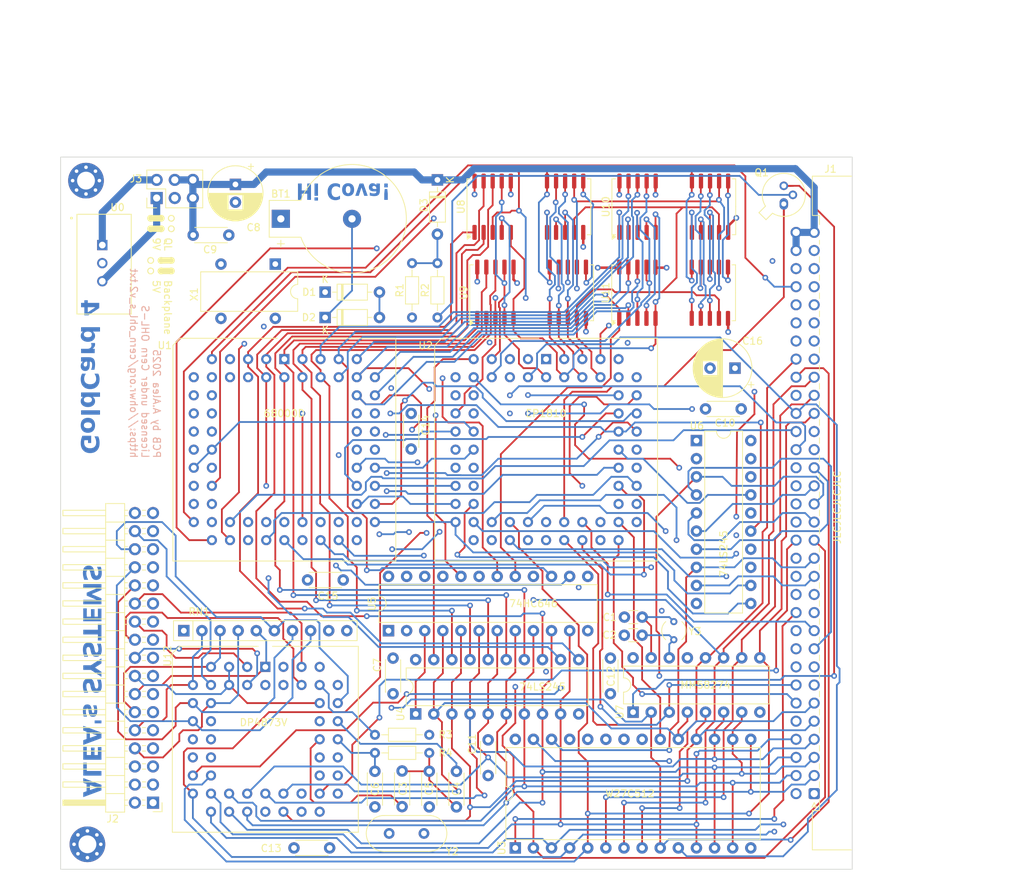
<source format=kicad_pcb>
(kicad_pcb (version 20241229) (generator "pcbnew") (generator_version "9.0")
  (title_block (title "Sinclair QL Gold Card 3") (date "2024-04-14") (rev "0.0") (company "Alvaro Alea") (comment 1 "Based on schematic from tetroid") (comment 2 "Licensed under Cern OHL-S - https://ohwr.org/cern_ohl_s_v2.txt"))
  (layers (0 "F.Cu" signal) (4 "In1.Cu" signal) (6 "In2.Cu" signal) (2 "B.Cu" signal) (13 "F.Paste" user) (15 "B.Paste" user) (5 "F.SilkS" user "F.Silkscreen") (7 "B.SilkS" user "B.Silkscreen") (1 "F.Mask" user) (3 "B.Mask" user) (25 "Edge.Cuts" user))
  (net 0 "")
  (net 1 "+9V")
  (net 2 "GND")
  (net 4 "/RDW")
  (net 5 "/DTACK")
  (net 7 "/VSYNC")
  (net 8 "/FC1")
  (net 9 "/FC0")
  (net 10 "/A3")
  (net 11 "/A4")
  (net 12 "/A5")
  (net 13 "/A6")
  (net 14 "/A7")
  (net 15 "/A8")
  (net 16 "/A9")
  (net 17 "/A10")
  (net 18 "/A11")
  (net 19 "/A12")
  (net 20 "/A13")
  (net 21 "/A14")
  (net 22 "/A16")
  (net 23 "/A17")
  (net 24 "/IPL0")
  (net 25 "/D7")
  (net 26 "/D6")
  (net 27 "/D5")
  (net 28 "/D4")
  (net 29 "/D3")
  (net 30 "/IPL1")
  (net 31 "/A2")
  (net 32 "/A1")
  (net 33 "/A0")
  (net 34 "/VPA")
  (net 35 "/RESET")
  (net 36 "/A15")
  (net 37 "+5V")
  (net 38 "/DS")
  (net 39 "/D0")
  (net 40 "/D1")
  (net 41 "/D2")
  (net 42 "/16MHZ")
  (net 43 "/DG4")
  (net 44 "/DG3")
  (net 45 "/DG2")
  (net 46 "/DG1")
  (net 47 "/DG0")
  (net 48 "/UDS")
  (net 49 "/LDS")
  (net 50 "/RW")
  (net 51 "/DTA")
  (net 63 "/AG1")
  (net 65 "/AG2")
  (net 67 "/AG3")
  (net 69 "/AG4")
  (net 70 "/AG5")
  (net 71 "/AG6")
  (net 72 "/AG7")
  (net 73 "/AG8")
  (net 74 "/AG9")
  (net 75 "/AG10")
  (net 76 "/AG11")
  (net 77 "/AG12")
  (net 78 "/AG13")
  (net 79 "/AG14")
  (net 80 "/AG15")
  (net 81 "/AG16")
  (net 82 "/AG17")
  (net 83 "/AG18")
  (net 84 "/AG19")
  (net 85 "/AG20")
  (net 86 "/DG15")
  (net 87 "/DG14")
  (net 88 "/DG13")
  (net 89 "/DG12")
  (net 90 "/DG11")
  (net 91 "/DG10")
  (net 92 "/DG9")
  (net 93 "/DG8")
  (net 94 "/DG7")
  (net 95 "/DG6")
  (net 96 "/DG5")
  (net 100 "/FDC_IP")
  (net 101 "/MOTOR_ON")
  (net 102 "/DS1")
  (net 103 "/DS0")
  (net 104 "/CSRTC")
  (net 105 "/MA5")
  (net 106 "/MA8")
  (net 107 "/CSROM")
  (net 108 "/RESFDC")
  (net 109 "Net-(C3-Pad2)")
  (net 110 "Net-(D1-A)")
  (net 111 "/FDC_T0")
  (net 112 "/FDC_WPRT")
  (net 113 "/FDC_RD")
  (net 115 "/DS2")
  (net 116 "/RAS")
  (net 117 "/RDH")
  (net 118 "/WRH")
  (net 119 "/CAS0")
  (net 120 "/CAS1")
  (net 121 "/RDL")
  (net 122 "/MA6")
  (net 123 "/MA7")
  (net 124 "/MA4")
  (net 125 "/MA3")
  (net 126 "/MA2")
  (net 127 "/MA1")
  (net 128 "/MA0")
  (net 129 "/MA9")
  (net 130 "/FDCON_CS")
  (net 131 "/FDC_STEP")
  (net 132 "/FDC_DIR")
  (net 133 "Net-(D3-A)")
  (net 134 "/FDC_WG")
  (net 135 "/FDC_WD")
  (net 136 "/FDC_HD")
  (net 137 "Net-(Q1-B)")
  (net 138 "Net-(Q1-C)")
  (net 139 "Net-(U7-XTAL_IN)")
  (net 140 "Net-(U7-XTAL_OUT)")
  (net 141 "Net-(U12-FE50)")
  (net 142 "Net-(U12-FE25)")
  (net 143 "Net-(U12-FILT)")
  (net 144 "Net-(U12-SETCU)")
  (net 163 "Net-(U12-OSC1)")
  (net 164 "Net-(U12-OSC2{slash}CLK)")
  (net 170 "Net-(BT1--)")
  (net 173 "Net-(J3-Pin_2)")
  (net 174 "Net-(J3-Pin_1)")
  (footprint "Package_DIP:DIP-20_W7.62mm" (layer "F.Cu") (at 221.996 82.55)
    (property "Reference" "U6")
    (property "Value" "74LS245")
  )
  (footprint "Resistor_THT:R_Axial_DIN0204_L3.6mm_D1.6mm_P7.62mm_Horizontal" (layer "F.Cu") (at 176.911 123.825)
    (property "Reference" "R3")
    (property "Value" "5K6")
  )
  (footprint "Connector_PinHeader_2.54mm:PinHeader_2x17_P2.54mm_Horizontal" (layer "F.Cu") (at 145.796 133.35 180)
    (property "Reference" "J2")
    (property "Value" "Conn_02x17_Odd_Even")
  )
  (footprint "Package_DIP:DIP-20_W7.62mm" (layer "F.Cu") (at 182.626 120.904 90)
    (property "Reference" "U4")
    (property "Value" "74LS245")
  )
  (footprint "Package_TO_SOT_THT:TO-18-3" (layer "F.Cu") (at 234.2457 49.3453 90)
    (property "Reference" "Q1")
    (property "Value" "BC109")
  )
  (footprint "Diode_THT:D_DO-35_SOD27_P7.62mm_Horizontal" (layer "F.Cu") (at 169.926 61.722)
    (property "Reference" "D1")
    (property "Value" "BAT42")
  )
  (footprint "MountingHole:MountingHole_2.5mm_Pad_Via" (layer "F.Cu") (at 136.5962 139.192)
    (property "Reference" "H1" (hide yes))
    (property "Value" "MountingHole_Pad")
  )
  (footprint "Capacitor_THT:C_Disc_D4.3mm_W1.9mm_P5.00mm" (layer "F.Cu") (at 180.721 133.905 90)
    (property "Reference" "C3")
    (property "Value" "15n")
  )
  (footprint "Capacitor_THT:C_Disc_D4.3mm_W1.9mm_P5.00mm" (layer "F.Cu") (at 228.266 78.105 180)
    (property "Reference" "C10")
    (property "Value" "330n")
  )
  (footprint "Capacitor_THT:C_Disc_D4.3mm_W1.9mm_P5.00mm" (layer "F.Cu") (at 181.991 83.74 90)
    (property "Reference" "C14")
    (property "Value" "330n")
  )
  (footprint "Capacitor_THT:C_Disc_D3.0mm_W1.6mm_P2.50mm" (layer "F.Cu") (at 214.396 107.315 180)
    (property "Reference" "C1")
    (property "Value" "C")
  )
  (footprint "Crystal:Crystal_AT310_D3.0mm_L10.0mm_Vertical" (layer "F.Cu") (at 218.821 110.49 90)
    (property "Reference" "Y3")
    (property "Value" "Crystal")
  )
  (footprint "8bits:SOJ-26_7.62x18.415mm_P1.27mm" (layer "F.Cu") (at 199.136 49.74 90)
    (property "Reference" "U8")
    (property "Value" "MSM514400D")
  )
  (footprint "Capacitor_THT:C_Disc_D4.3mm_W1.9mm_P5.00mm" (layer "F.Cu") (at 172.466 102.108 180)
    (property "Reference" "C15")
    (property "Value" "330n")
  )
  (footprint "Resistor_THT:R_Axial_DIN0204_L3.6mm_D1.6mm_P7.62mm_Horizontal" (layer "F.Cu") (at 182.118 65.278 90)
    (property "Reference" "R1")
    (property "Value" "R")
  )
  (footprint "Capacitor_THT:C_Disc_D4.3mm_W1.9mm_P5.00mm" (layer "F.Cu") (at 188.341 128.945 -90)
    (property "Reference" "C4")
    (property "Value" "33n")
  )
  (footprint "Capacitor_THT:C_Disc_D4.3mm_W1.9mm_P5.00mm" (layer "F.Cu") (at 176.911 128.945 -90)
    (property "Reference" "C6")
    (property "Value" "510p")
  )
  (footprint "Oscillator:Oscillator_SeikoEpson_SG-8002DC" (layer "F.Cu") (at 162.941 57.785 -90)
    (property "Reference" "X1")
    (property "Value" "CXO_DIP8")
  )
  (footprint "Capacitor_THT:CP_Radial_D8.0mm_P3.50mm" (layer "F.Cu") (at 227.401 72.39 180)
    (property "Reference" "C16")
    (property "Value" "C_Polarized")
  )
  (footprint "8bits:DIN41612_B_2x32_Female_Horizontal_THT" (layer "F.Cu") (at 238.506 132.08 -90)
    (property "Reference" "J1")
    (property "Value" "QL_SLOT_DIN41612")
  )
  (footprint "Battery:BatteryHolder_Keystone_500" (layer "F.Cu") (at 163.716182 51.435)
    (property "Reference" "BT1")
    (property "Value" "Battery_Cell")
  )
  (footprint "Crystal:Crystal_HC49-U_Vertical" (layer "F.Cu") (at 178.906 137.668)
    (property "Reference" "Y2")
    (property "Value" "24Mhz")
  )
  (footprint "Package_LCC:PLCC-68_THT-Socket" (layer "F.Cu") (at 200.914 71.12)
    (property "Reference" "U2")
    (property "Value" "EP1810")
  )
  (footprint "Package_LCC:PLCC-68_THT-Socket" (layer "F.Cu") (at 164.211 71.12)
    (property "Reference" "U1")
    (property "Value" "68000D")
  )
  (footprint "Capacitor_THT:C_Disc_D4.3mm_W1.9mm_P5.00mm" (layer "F.Cu") (at 179.451 113.07 -90)
    (property "Reference" "C7")
    (property "Value" "330n")
  )
  (footprint "Capacitor_THT:C_Disc_D4.3mm_W1.9mm_P5.00mm" (layer "F.Cu") (at 192.786 124.54 -90)
    (property "Reference" "C11")
    (property "Value" "330n")
  )
  (footprint "Resistor_THT:R_Axial_DIN0204_L3.6mm_D1.6mm_P7.62mm_Horizontal" (layer "F.Cu") (at 176.911 126.365)
    (property "Reference" "R4")
    (property "Value" "560")
  )
  (footprint "Connector_PinHeader_2.54mm:PinHeader_2x03_P2.54mm_Vertical" (layer "F.Cu") (at 146.304 48.514 90)
    (property "Reference" "J3")
    (property "Value" "Conn_01x03_Pin")
  )
  (footprint "Package_DIP:DIP-24_W7.62mm" (layer "F.Cu") (at 178.816 109.22 90)
    (property "Reference" "U5")
    (property "Value" "74HC646")
  )
  (footprint "Capacitor_THT:C_Disc_D4.3mm_W1.9mm_P5.00mm" (layer "F.Cu") (at 209.931 113.07 -90)
    (property "Reference" "C12")
    (property "Value" "330n")
  )
  (footprint "8bits:CONV_TSR_2-2450" (layer "F.Cu") (at 138.684 55.118 -90)
    (property "Reference" "U0")
    (property "Value" "LM340T-5")
  )
  (footprint "Capacitor_THT:C_Disc_D4.3mm_W1.9mm_P5.00mm" (layer "F.Cu") (at 165.561 139.7)
    (property "Reference" "C13")
    (property "Value" "330n")
  )
  (footprint "8bits:SOJ-26_7.62x18.415mm_P1.27mm" (layer "F.Cu") (at 219.4306 61.805 90)
    (property "Reference" "U11")
    (property "Value" "MSM514400D")
  )
  (footprint "Package_DIP:DIP-16_W7.62mm" (layer "F.Cu") (at 213.106 120.65 90)
    (property "Reference" "U7")
    (property "Value" "MM58274")
  )
  (footprint "MountingHole:MountingHole_2.5mm_Pad_Via" (layer "F.Cu") (at 136.398 46.0756)
    (property "Reference" "H2" (hide yes))
    (property "Value" "MountingHole_Pad")
  )
  (footprint "Package_DIP:DIP-28_W15.24mm" (layer "F.Cu") (at 196.596 139.7 90)
    (property "Reference" "U3")
    (property "Value" "W27C512")
  )
  (footprint "Capacitor_THT:C_Disc_D4.3mm_W1.9mm_P5.00mm" (layer "F.Cu") (at 184.531 128.945 -90)
    (property "Reference" "C5")
    (property "Value" "12n")
  )
  (footprint "8bits:SOJ-26_7.62x18.415mm_P1.27mm" (layer "F.Cu") (at 199.517 61.805 90)
    (property "Reference" "U9")
    (property "Value" "MSM514400D")
  )
  (footprint "Capacitor_THT:C_Disc_D3.0mm_W1.6mm_P2.50mm" (layer "F.Cu") (at 214.376 109.855 180)
    (property "Reference" "C2")
    (property "Value" "C")
  )
  (footprint "Diode_THT:D_DO-35_SOD27_P7.62mm_Horizontal" (layer "F.Cu") (at 185.674 45.974 -90)
    (property "Reference" "D3")
    (property "Value" "BAT42")
  )
  (footprint "Package_LCC:PLCC-52_THT-Socket" (layer "F.Cu") (at 161.544 114.3)
    (property "Reference" "U12")
    (property "Value" "DP4873V")
  )
  (footprint "Diode_THT:D_DO-35_SOD27_P7.62mm_Horizontal" (layer "F.Cu") (at 169.926 65.278)
    (property "Reference" "D2")
    (property "Value" "BAT42")
  )
  (footprint "Capacitor_THT:C_Disc_D4.3mm_W1.9mm_P5.00mm" (layer "F.Cu") (at 151.424 53.721)
    (property "Reference" "C9")
    (property "Value" "C")
  )
  (footprint "8bits:SOJ-26_7.62x18.415mm_P1.27mm" (layer "F.Cu") (at 219.456 49.74 90)
    (property "Reference" "U10")
    (property "Value" "MSM514400D")
  )
  (footprint "Resistor_THT:R_Axial_DIN0204_L3.6mm_D1.6mm_P7.62mm_Horizontal" (layer "F.Cu") (at 185.674 57.658 -90)
    (property "Reference" "R2")
    (property "Value" "R")
  )
  (footprint "Capacitor_THT:CP_Radial_D7.5mm_P2.50mm" (layer "F.Cu") (at 157.353 46.609 -90)
    (property "Reference" "C8")
    (property "Value" "C_Polarized")
  )
  (footprint "Resistor_THT:R_Array_SIP10" (layer "F.Cu") (at 150.114 109.22)
    (property "Reference" "RN1")
    (property "Value" "R_Network09")
  )
  (gr_circle (center 148.3614 51.3588) (end 148.5646 51.7144) (stroke (width 0.15)) (fill no) (layer "F.SilkS"))
  (gr_circle (center 145.4658 57.277) (end 145.669 57.6326) (stroke (width 0.15)) (fill no) (layer "F.SilkS"))
  (gr_circle (center 148.3614 58.7502) (end 148.5646 59.1058) (stroke (width 0.15)) (fill no) (layer "F.SilkS"))
  (gr_circle (center 145.4658 51.3588) (end 145.669 51.7144) (stroke (width 0.15)) (fill no) (layer "F.SilkS"))
  (gr_line (start 145.4658 52.832) (end 146.939 52.832) (stroke (width 0.889)) (layer "F.SilkS"))
  (gr_circle (center 145.4658 52.832) (end 145.669 53.1876) (stroke (width 0.15)) (fill no) (layer "F.SilkS"))
  (gr_circle (center 146.939 52.832) (end 147.1422 53.1876) (stroke (width 0.15)) (fill no) (layer "F.SilkS"))
  (gr_circle (center 146.939 58.7502) (end 147.1422 59.1058) (stroke (width 0.15)) (fill no) (layer "F.SilkS"))
  (gr_circle (center 148.3614 57.277) (end 148.5646 57.6326) (stroke (width 0.15)) (fill no) (layer "F.SilkS"))
  (gr_line (start 146.8882 58.7502) (end 148.3614 58.7502) (stroke (width 0.889)) (layer "F.SilkS"))
  (gr_circle (center 146.939 57.277) (end 147.1422 57.6326) (stroke (width 0.15)) (fill no) (layer "F.SilkS"))
  (gr_line (start 145.4658 51.3588) (end 146.939 51.3588) (stroke (width 0.889)) (layer "F.SilkS"))
  (gr_line (start 146.8882 57.277) (end 148.3614 57.277) (stroke (width 0.889)) (layer "F.SilkS"))
  (gr_circle (center 148.3614 52.832) (end 148.5646 53.1876) (stroke (width 0.15)) (fill no) (layer "F.SilkS"))
  (gr_circle (center 145.4658 58.7502) (end 145.669 59.1058) (stroke (width 0.15)) (fill no) (layer "F.SilkS"))
  (gr_circle (center 146.939 51.3588) (end 147.1422 51.7144) (stroke (width 0.15)) (fill no) (layer "F.SilkS"))
  (gr_rect (start 132.842 42.7736) (end 243.84 142.6972) (stroke (width 0.1)) (fill no) (layer "Edge.Cuts"))
  (gr_text "GoldCard 4" (at 135.2804 84.4804 270) (layer "B.Cu") (effects (font (size 2.5 2.5) (thickness 0.3) (bold yes)) (justify left bottom mirror)))
  (gr_text "Hi Cova!" (at 165.862 46.101 180) (layer "B.Cu") (effects (font (size 2.25 2) (thickness 0.3) (bold yes)) (justify left bottom mirror)))
  (gr_text "ALEA's SYSTEMS" (at 135.5852 132.588 270) (layer "B.Cu") (effects (font (size 2.5 2.5) (thickness 0.3) (bold yes)) (justify left bottom mirror)))
  (gr_text "JLCJLCJLCJLC" (at 242.316 97.155 90) (layer "F.SilkS") (effects (font (size 1 1)) (justify left bottom)))
  (gr_text "QL\n9V" (at 145.6944 53.975 270) (layer "F.SilkS") (effects (font (size 1 1)) (justify left bottom)))
  (gr_text "DP4873V" (at 157.861 122.682 0) (layer "F.SilkS") (effects (font (size 1 1)) (justify left bottom)))
  (gr_text "Backplane \n5V" (at 145.669 59.944 270) (layer "F.SilkS") (effects (font (size 1 1)) (justify left bottom)))
  (gr_text "PCB by A.Alea 2025\nLicensed under Cern OHL-S\nhttps://ohwr.org/cern_ohl_s_v2.txt" (at 142.494 85.09 270) (layer "B.SilkS") (effects (font (size 1 1)) (justify left bottom mirror)))
  (segment (start 151.384 45.974) (end 148.844 45.974) (width 1) (layer "B.Cu") (net 1))
  (segment (start 152.019 46.609) (end 151.384 45.974) (width 1) (layer "B.Cu") (net 1))
  (segment (start 235.966 53.34) (end 238.506 53.34) (width 1) (layer "B.Cu") (net 1))
  (segment (start 151.384 48.514) (end 151.384 53.681) (width 1) (layer "B.Cu") (net 1))
  (segment (start 185.674 45.974) (end 189.23 45.974) (width 1) (layer "B.Cu") (net 1))
  (segment (start 235.864 44.3992) (end 238.506 47.0408) (width 1) (layer "B.Cu") (net 1))
  (segment (start 161.671 44.871) (end 182.412 44.871) (width 1) (layer "B.Cu") (net 1))
  (segment (start 182.412 44.871) (end 183.515 45.974) (width 1) (layer "B.Cu") (net 1))
  (segment (start 151.384 48.514) (end 151.384 45.974) (width 1) (layer "B.Cu") (net 1))
  (segment (start 190.805 44.3992) (end 235.864 44.3992) (width 1) (layer "B.Cu") (net 1))
  (segment (start 185.674 45.974) (end 183.515 45.974) (width 1) (layer "B.Cu") (net 1))
  (segment (start 159.933 46.609) (end 157.353 46.609) (width 1) (layer "B.Cu") (net 1))
  (segment (start 189.23 45.974) (end 190.805 44.3992) (width 1) (layer "B.Cu") (net 1))
  (segment (start 238.506 47.0408) (end 238.506 53.34) (width 1) (layer "B.Cu") (net 1))
  (segment (start 157.353 46.609) (end 152.019 46.609) (width 1) (layer "B.Cu") (net 1))
  (segment (start 161.671 44.871) (end 159.933 46.609) (width 1) (layer "B.Cu") (net 1))
  (segment (start 235.966 55.88) (end 235.966 53.34) (width 1) (layer "B.Cu") (net 1))
  (segment (start 211.176 47.1238) (end 211.176 48.0568) (width 0.35) (layer "F.Cu") (net 2))
  (segment (start 216.256 58.6461) (end 216.256 59.1634) (width 0.35) (layer "F.Cu") (net 2))
  (segment (start 216.256 48.0568) (end 216.256 47.1238) (width 0.35) (layer "F.Cu") (net 2))
  (segment (start 190.881 46.1908) (end 190.881 48.006) (width 0.25) (layer "F.Cu") (net 2))
  (segment (start 191.262 58.205) (end 191.262 60.2488) (width 0.35) (layer "F.Cu") (net 2))
  (segment (start 216.281 59.1384) (end 216.281 58.6717) (width 0.35) (layer "F.Cu") (net 2))
  (segment (start 217.805 58.293) (end 216.344 58.293) (width 0.35) (layer "F.Cu") (net 2))
  (segment (start 195.961 48.006) (end 195.961 46.1908) (width 0.35) (layer "F.Cu") (net 2))
  (segment (start 216.256 47.1238) (end 216.256 46.1908) (width 0.35) (layer "F.Cu") (net 2))
  (segment (start 211.176 46.1908) (end 211.176 47.1238) (width 0.35) (layer "F.Cu") (net 2))
  (segment (start 196.85 60.452) (end 196.342 59.944) (width 0.35) (layer "F.Cu") (net 2))
  (segment (start 216.256 59.1634) (end 216.281 59.1384) (width 0.35) (layer "F.Cu") (net 2))
  (segment (start 208.153 58.293) (end 211.088 58.293) (width 0.35) (layer "F.Cu") (net 2))
  (segment (start 196.342 59.944) (end 196.342 58.205) (width 0.35) (layer "F.Cu") (net 2))
  (via (at 196.85 60.452) (size 0.8) (drill 0.4) (layers "F.Cu" "B.Cu") (net 2))
  (via (at 195.961 48.006) (size 0.8) (drill 0.4) (layers "F.Cu" "B.Cu") (net 2))
  (via (at 191.262 60.2488) (size 0.8) (drill 0.4) (layers "F.Cu" "B.Cu") (net 2))
  (via (at 190.881 48.006) (size 0.8) (drill 0.4) (layers "F.Cu" "B.Cu") (net 2))
  (via (at 208.153 58.293) (size 0.8) (drill 0.4) (layers "F.Cu" "B.Cu") (net 2))
  (via (at 216.256 48.0568) (size 0.8) (drill 0.4) (layers "F.Cu" "B.Cu") (net 2))
  (via (at 211.176 48.0568) (size 0.8) (drill 0.4) (layers "F.Cu" "B.Cu") (net 2))
  (via (at 217.805 58.293) (size 0.8) (drill 0.4) (layers "F.Cu" "B.Cu") (net 2))
  (segment (start 218.186 116.84) (end 218.186 120.65) (width 0.25) (layer "F.Cu") (net 4))
  (segment (start 208.4559 112.1028) (end 208.534 119.888) (width 0.25) (layer "F.Cu") (net 4))
  (segment (start 205.994 96.52) (end 205.994 97.79) (width 0.25) (layer "F.Cu") (net 4))
  (segment (start 208.7987 111.76) (end 208.4559 112.1028) (width 0.25) (layer "F.Cu") (net 4))
  (segment (start 205.994 97.79) (end 208.7987 100.5947) (width 0.25) (layer "F.Cu") (net 4))
  (segment (start 208.7987 100.5947) (end 208.7987 111.76) (width 0.25) (layer "F.Cu") (net 4))
  (via (at 208.534 119.888) (size 0.8) (drill 0.4) (layers "F.Cu" "B.Cu") (net 4))
  (via (at 218.186 116.84) (size 0.8) (drill 0.4) (layers "F.Cu" "B.Cu") (net 4))
  (segment (start 218.186 120.65) (end 216.408 122.428) (width 0.25) (layer "B.Cu") (net 4))
  (segment (start 218.186 116.84) (end 235.966 116.84) (width 0.25) (layer "B.Cu") (net 4))
  (segment (start 216.408 122.428) (end 211.074 122.428) (width 0.25) (layer "B.Cu") (net 4))
  (segment (start 211.074 122.428) (end 208.534 119.888) (width 0.25) (layer "B.Cu") (net 4))
  (segment (start 219.583 86.36) (end 218.313 85.09) (width 0.25) (layer "F.Cu") (net 5))
  (segment (start 206.883 85.09) (end 204.978 83.185) (width 0.25) (layer "F.Cu") (net 5))
  (segment (start 218.313 85.09) (end 206.883 85.09) (width 0.25) (layer "F.Cu") (net 5))
  (segment (start 204.978 83.185) (end 204.978 80.266832) (width 0.25) (layer "F.Cu") (net 5))
  (segment (start 206.248 78.996832) (end 206.248 77.47) (width 0.25) (layer "F.Cu") (net 5))
  (segment (start 204.978 80.266832) (end 206.248 78.996832) (width 0.25) (layer "F.Cu") (net 5))
  (via (at 206.248 77.47) (size 0.8) (drill 0.4) (layers "F.Cu" "B.Cu") (net 5))
  (via (at 219.583 86.36) (size 0.8) (drill 0.4) (layers "F.Cu" "B.Cu") (net 5))
  (segment (start 190.754 73.66) (end 194.564 77.47) (width 0.25) (layer "B.Cu") (net 5))
  (segment (start 194.564 77.47) (end 206.248 77.47) (width 0.25) (layer "B.Cu") (net 5))
  (segment (start 173.736 129.667) (end 172.593 130.81) (width 0.25) (layer "F.Cu") (net 7))
  (segment (start 233.172 107.91695) (end 233.172 114.808) (width 0.25) (layer "F.Cu") (net 7))
  (segment (start 170.434 130.81) (end 169.164 132.08) (width 0.25) (layer "F.Cu") (net 7))
  (segment (start 177.546 121.412) (end 173.736 125.222) (width 0.25) (layer "F.Cu") (net 7))
  (segment (start 234.696 106.39295) (end 233.172 107.91695) (width 0.25) (layer "F.Cu") (net 7))
  (segment (start 172.593 130.81) (end 170.434 130.81) (width 0.25) (layer "F.Cu") (net 7))
  (segment (start 235.966 96.52) (end 234.696 97.79) (width 0.25) (layer "F.Cu") (net 7))
  (segment (start 173.736 125.222) (end 173.736 129.667) (width 0.25) (layer "F.Cu") (net 7))
  (segment (start 234.696 97.79) (end 234.696 106.39295) (width 0.25) (layer "F.Cu") (net 7))
  (via (at 233.172 114.808) (size 0.8) (drill 0.4) (layers "F.Cu" "B.Cu") (net 7))
  (via (at 177.546 121.412) (size 0.8) (drill 0.4) (layers "F.Cu" "B.Cu") (net 7))
  (segment (start 177.546 116.967) (end 177.546 121.412) (width 0.25) (layer "B.Cu") (net 7))
  (segment (start 203.089 114.808) (end 201.803 116.094) (width 0.25) (layer "B.Cu") (net 7))
  (segment (start 178.419 116.094) (end 177.546 116.967) (width 0.25) (layer "B.Cu") (net 7))
  (segment (start 201.803 116.094) (end 178.419 116.094) (width 0.25) (layer "B.Cu") (net 7))
  (segment (start 233.172 114.808) (end 203.089 114.808) (width 0.25) (layer "B.Cu") (net 7))
  (segment (start 155.448 92.202) (end 155.448 95.377) (width 0.25) (layer "F.Cu") (net 8))
  (segment (start 157.84695 89.80305) (end 155.448 92.202) (width 0.25) (layer "F.Cu") (net 8))
  (segment (start 155.448 95.377) (end 156.591 96.52) (width 0.25) (layer "F.Cu") (net 8))
  (segment (start 158.596 68.9599) (end 157.84695 69.70895) (width 0.25) (layer "F.Cu") (net 8))
  (segment (start 157.84695 69.70895) (end 157.84695 89.80305) (width 0.25) (layer "F.Cu") (net 8))
  (via (at 195.834 76.2) (size 0.8) (drill 0.4) (layers "F.Cu" "B.Cu") (net 8))
  (via (at 158.596 68.9599) (size 0.8) (drill 0.4) (layers "F.Cu" "B.Cu") (net 8))
  (segment (start 233.172 80.01) (end 236.728 80.01) (width 0.25) (layer "B.Cu") (net 8))
  (segment (start 197.104 74.93) (end 195.834 76.2) (width 0.25) (layer "B.Cu") (net 8))
  (segment (start 197.104 74.93) (end 228.092 74.93) (width 0.25) (layer "B.Cu") (net 8))
  (segment (start 228.092 74.93) (end 233.172 80.01) (width 0.25) (layer "B.Cu") (net 8))
  (segment (start 236.728 80.01) (end 237.236 80.518) (width 0.25) (layer "B.Cu") (net 8))
  (segment (start 237.236 80.518) (end 237.236 82.55) (width 0.25) (layer "B.Cu") (net 8))
  (segment (start 237.236 82.55) (end 235.966 83.82) (width 0.25) (layer "B.Cu") (net 8))
  (segment (start 193.8115 86.123) (end 192.0717 87.8628) (width 0.25) (layer "B.Cu") (net 9))
  (segment (start 209.804 82.5175) (end 206.1985 86.123) (width 0.25) (layer "B.Cu") (net 9))
  (segment (start 176.3963 87.63) (end 175.6343 88.392) (width 0.25) (layer "B.Cu") (net 9))
  (segment (start 160.4144 90.1566) (end 156.591 93.98) (width 0.25) (layer "B.Cu") (net 9))
  (segment (start 220.1931 81.0929) (end 218.7685 82.5175) (width 0.25) (layer "B.Cu") (net 9))
  (segment (start 177.8359 87.63) (end 176.3963 87.63) (width 0.25) (layer "B.Cu") (net 9))
  (segment (start 175.6343 89.5283) (end 175.006 90.1566) (width 0.25) (layer "B.Cu") (net 9))
  (segment (start 175.6343 88.392) (end 175.6343 89.5283) (width 0.25) (layer "B.Cu") (net 9))
  (segment (start 192.0717 87.8628) (end 185.8157 87.8628) (width 0.25) (layer "B.Cu") (net 9))
  (segment (start 218.7685 82.5175) (end 209.804 82.5175) (width 0.25) (layer "B.Cu") (net 9))
  (segment (start 185.8157 87.8628) (end 185.801 87.8481) (width 0.25) (layer "B.Cu") (net 9))
  (segment (start 235.7789 81.0929) (end 220.1931 81.0929) (width 0.25) (layer "B.Cu") (net 9))
  (segment (start 175.006 90.1566) (end 160.4144 90.1566) (width 0.25) (layer "B.Cu") (net 9))
  (segment (start 185.801 87.8481) (end 178.054 87.8481) (width 0.25) (layer "B.Cu") (net 9))
  (segment (start 178.054 87.8481) (end 177.8359 87.63) (width 0.25) (layer "B.Cu") (net 9))
  (segment (start 206.1985 86.123) (end 193.8115 86.123) (width 0.25) (layer "B.Cu") (net 9))
  (segment (start 238.506 73.66) (end 237.236 74.93) (width 0.25) (layer "F.Cu") (net 10))
  (segment (start 224.536 114.3) (end 224.536 121.92) (width 0.25) (layer "F.Cu") (net 10))
  (segment (start 237.236 74.93) (end 235.331 74.93) (width 0.25) (layer "F.Cu") (net 10))
  (segment (start 225.806 111.76) (end 225.806 113.03) (width 0.25) (layer "F.Cu") (net 10))
  (segment (start 223.266 123.19) (end 223.266 133.35) (width 0.25) (layer "F.Cu") (net 10))
  (segment (start 232.791 95.25) (end 232.156 95.885) (width 0.25) (layer "F.Cu") (net 10))
  (segment (start 232.156 105.41) (end 225.806 111.76) (width 0.25) (layer "F.Cu") (net 10))
  (segment (start 232.791 77.47) (end 232.791 95.25) (width 0.25) (layer "F.Cu") (net 10))
  (segment (start 232.156 95.885) (end 232.156 105.41) (width 0.25) (layer "F.Cu") (net 10))
  (segment (start 211.836 133.35) (end 211.836 139.7) (width 0.25) (layer "F.Cu") (net 10))
  (segment (start 224.536 121.92) (end 223.266 123.19) (width 0.25) (layer "F.Cu") (net 10))
  (segment (start 235.331 74.93) (end 232.791 77.47) (width 0.25) (layer "F.Cu") (net 10))
  (segment (start 225.806 113.03) (end 224.536 114.3) (width 0.25) (layer "F.Cu") (net 10))
  (via (at 211.836 133.35) (size 0.8) (drill 0.4) (layers "F.Cu" "B.Cu") (net 10))
  (via (at 199.1234 104.902) (size 0.8) (drill 0.4) (layers "F.Cu" "B.Cu") (net 10))
  (via (at 223.266 133.35) (size 0.8) (drill 0.4) (layers "F.Cu" "B.Cu") (net 10))
  (segment (start 223.266 133.35) (end 211.836 133.35) (width 0.25) (layer "B.Cu") (net 10))
  (segment (start 217.678 104.902) (end 225.806 113.03) (width 0.25) (layer "B.Cu") (net 10))
  (segment (start 199.1234 104.902) (end 217.678 104.902) (width 0.25) (layer "B.Cu") (net 10))
  (segment (start 233.01325 96.36125) (end 233.01325 105.82275) (width 0.25) (layer "F.Cu") (net 11))
  (segment (start 238.506 76.2) (end 237.236 77.47) (width 0.25) (layer "F.Cu") (net 11))
  (segment (start 227.076 114.3) (end 227.076 121.92) (width 0.25) (layer "F.Cu") (net 11))
  (segment (start 225.806 123.19) (end 225.806 132.588) (width 0.25) (layer "F.Cu") (net 11))
  (segment (start 227.076 121.92) (end 225.806 123.19) (width 0.25) (layer "F.Cu") (net 11))
  (segment (start 209.296 132.588) (end 209.296 139.7) (width 0.25) (layer "F.Cu") (net 11))
  (segment (start 233.7435 95.631) (end 233.01325 96.36125) (width 0.25) (layer "F.Cu") (net 11))
  (segment (start 233.01325 105.82275) (end 228.346 110.49) (width 0.25) (layer "F.Cu") (net 11))
  (segment (start 228.346 113.03) (end 227.076 114.3) (width 0.25) (layer "F.Cu") (net 11))
  (segment (start 235.331 77.47) (end 233.7435 79.0575) (width 0.25) (layer "F.Cu") (net 11))
  (segment (start 233.7435 79.0575) (end 233.7435 95.631) (width 0.25) (layer "F.Cu") (net 11))
  (segment (start 237.236 77.47) (end 235.331 77.47) (width 0.25) (layer "F.Cu") (net 11))
  (segment (start 228.346 110.49) (end 228.346 113.03) (width 0.25) (layer "F.Cu") (net 11))
  (via (at 209.296 132.588) (size 0.8) (drill 0.4) (layers "F.Cu" "B.Cu") (net 11))
  (via (at 226.187 101.6) (size 0.8) (drill 0.4) (layers "F.Cu" "B.Cu") (net 11))
  (via (at 225.806 132.588) (size 0.8) (drill 0.4) (layers "F.Cu" "B.Cu") (net 11))
  (segment (start 226.187 101.6) (end 220.9489 101.6) (width 0.25) (layer "B.Cu") (net 11))
  (segment (start 225.806 132.588) (end 209.296 132.588) (width 0.25) (layer "B.Cu") (net 11))
  (segment (start 217.1389 97.79) (end 197.104 97.79) (width 0.25) (layer "B.Cu") (net 11))
  (segment (start 220.9489 101.6) (end 217.1389 97.79) (width 0.25) (layer "B.Cu") (net 11))
  (segment (start 197.104 97.79) (end 195.834 96.52) (width 0.25) (layer "B.Cu") (net 11))
  (segment (start 198.3634 98.8166) (end 200.406 100.8592) (width 0.25) (layer "F.Cu") (net 12))
  (segment (start 233.934 96.647) (end 233.934 106.172) (width 0.25) (layer "F.Cu") (net 12))
  (segment (start 195.834 93.98) (end 197.104 95.25) (width 0.25) (layer "F.Cu") (net 12))
  (segment (start 230.886 113.03) (end 232.156 114.3) (width 0.25) (layer "F.Cu") (net 12))
  (segment (start 205.486 126.365) (end 206.30335 127.18235) (width 0.25) (layer "F.Cu") (net 12))
  (segment (start 206.756 134.874) (end 206.756 139.7) (width 0.25) (layer "F.Cu") (net 12))
  (segment (start 206.6747 112.56) (end 206.6747 122.174) (width 0.25) (layer "F.Cu") (net 12))
  (segment (start 198.3634 98.7954) (end 198.3634 98.8166) (width 0.25) (layer "F.Cu") (net 12))
  (segment (start 197.104 95.25) (end 197.104 97.536) (width 0.25) (layer "F.Cu") (net 12))
  (segment (start 238.506 78.74) (end 237.236 80.01) (width 0.25) (layer "F.Cu") (net 12))
  (segment (start 205.486 108.458) (end 205.486 111.3713) (width 0.25) (layer "F.Cu") (net 12))
  (segment (start 232.156 132.08) (end 229.362 134.874) (width 0.25) (layer "F.Cu") (net 12))
  (segment (start 206.31965 127.18235) (end 206.756 127.6187) (width 0.25) (layer "F.Cu") (net 12))
  (segment (start 200.406 100.8592) (end 200.406 103.378) (width 0.25) (layer "F.Cu") (net 12))
  (segment (start 206.30335 127.18235) (end 206.31965 127.18235) (width 0.25) (layer "F.Cu") (net 12))
  (segment (start 206.756 127.6187) (end 206.756 134.874) (width 0.25) (layer "F.Cu") (net 12))
  (segment (start 233.934 106.172) (end 230.886 109.22) (width 0.25) (layer "F.Cu") (net 12))
  (segment (start 235.077 80.01) (end 234.569 80.518) (width 0.25) (layer "F.Cu") (net 12))
  (segment (start 206.6747 122.174) (end 205.486 123.3627) (width 0.25) (layer "F.Cu") (net 12))
  (segment (start 230.886 109.22) (end 230.886 113.03) (width 0.25) (layer "F.Cu") (net 12))
  (segment (start 197.104 97.536) (end 198.3634 98.7954) (width 0.25) (layer "F.Cu") (net 12))
  (segment (start 237.236 80.01) (end 235.077 80.01) (width 0.25) (layer "F.Cu") (net 12))
  (segment (start 205.486 123.3627) (end 205.486 126.365) (width 0.25) (layer "F.Cu") (net 12))
  (segment (start 234.569 96.012) (end 233.934 96.647) (width 0.25) (layer "F.Cu") (net 12))
  (segment (start 232.156 114.3) (end 232.156 132.08) (width 0.25) (layer "F.Cu") (net 12))
  (segment (start 200.406 103.378) (end 205.486 108.458) (width 0.25) (layer "F.Cu") (net 12))
  (segment (start 205.486 111.3713) (end 206.6747 112.56) (width 0.25) (layer "F.Cu") (net 12))
  (segment (start 234.569 80.518) (end 234.569 96.012) (width 0.25) (layer "F.Cu") (net 12))
  (via (at 206.756 134.874) (size 0.8) (drill 0.4) (layers "F.Cu" "B.Cu") (net 12))
  (via (at 229.362 134.874) (size 0.8) (drill 0.4) (layers "F.Cu" "B.Cu") (net 12))
  (segment (start 152.654 130.81) (end 153.924 129.54) (width 0.25) (layer "B.Cu") (net 12))
  (segment (start 206.756 139.7) (end 204.851 141.605) (width 0.25) (layer "B.Cu") (net 12))
  (segment (start 204.851 141.605) (end 156.083 141.605) (width 0.25) (layer "B.Cu") (net 12))
  (segment (start 150.241 131.445) (end 150.876 130.81) (width 0.25) (layer "B.Cu") (net 12))
  (segment (start 206.756 134.874) (end 229.362 134.874) (width 0.25) (layer "B.Cu") (net 12))
  (segment (start 156.083 141.605) (end 150.241 135.763) (width 0.25) (layer "B.Cu") (net 12))
  (segment (start 150.241 135.763) (end 150.241 131.445) (width 0.25) (layer "B.Cu") (net 12))
  (segment (start 150.876 130.81) (end 152.654 130.81) (width 0.25) (layer "B.Cu") (net 12))
  (segment (start 151.384 132.08) (end 150.114 130.81) (width 0.25) (layer "F.Cu") (net 13))
  (segment (start 177.64 101.112884) (end 183.248884 95.504) (width 0.25) (layer "F.Cu") (net 13))
  (segment (start 150.114 126.238) (end 150.622 125.73) (width 0.25) (layer "F.Cu") (net 13))
  (segment (start 177.64 115.73) (end 177.64 101.112884) (width 0.25) (layer "F.Cu") (net 13))
  (segment (start 183.248884 95.504) (end 184.15 95.504) (width 0.25) (layer "F.Cu") (net 13))
  (segment (start 150.622 125.73) (end 156.972 125.73) (width 0.25) (layer "F.Cu") (net 13))
  (segment (start 150.114 130.81) (end 150.114 126.238) (width 0.25) (layer "F.Cu") (net 13))
  (segment (start 156.972 125.73) (end 162.052 120.65) (width 0.25) (layer "F.Cu") (net 13))
  (segment (start 172.72 120.65) (end 177.64 115.73) (width 0.25) (layer "F.Cu") (net 13))
  (segment (start 162.052 120.65) (end 172.72 120.65) (width 0.25) (layer "F.Cu") (net 13))
  (via (at 232.918 137.414) (size 0.8) (drill 0.4) (layers "F.Cu" "B.Cu") (net 13))
  (via (at 184.15 95.504) (size 0.8) (drill 0.4) (layers "F.Cu" "B.Cu") (net 13))
  (segment (start 232.918 137.414) (end 232.191 137.414) (width 0.25) (layer "B.Cu") (net 13))
  (segment (start 156.845 140.97) (end 202.946 140.97) (width 0.25) (layer "B.Cu") (net 13))
  (segment (start 206.086 137.83) (end 204.216 139.7) (width 0.25) (layer "B.Cu") (net 13))
  (segment (start 202.946 140.97) (end 204.216 139.7) (width 0.25) (layer "B.Cu") (net 13))
  (segment (start 151.384 135.509) (end 156.845 140.97) (width 0.25) (layer "B.Cu") (net 13))
  (segment (start 231.775 137.83) (end 206.086 137.83) (width 0.25) (layer "B.Cu") (net 13))
  (segment (start 151.384 132.08) (end 151.384 135.509) (width 0.25) (layer "B.Cu") (net 13))
  (segment (start 232.191 137.414) (end 231.775 137.83) (width 0.25) (layer "B.Cu") (net 13))
  (via (at 234.188 136.398) (size 0.8) (drill 0.4) (layers "F.Cu" "B.Cu") (net 14))
  (via (at 227.584 95.8321) (size 0.8) (drill 0.4) (layers "F.Cu" "B.Cu") (net 14))
  (via (at 219.202 96.52) (size 0.8) (drill 0.4) (layers "F.Cu" "B.Cu") (net 14))
  (segment (start 195.326 138.43) (end 200.406 138.43) (width 0.25) (layer "B.Cu") (net 14))
  (segment (start 156.083 138.303) (end 153.924 136.144) (width 0.25) (layer "B.Cu") (net 14))
  (segment (start 209.296 90.17) (end 208.534 90.932) (width 0.25) (layer "B.Cu") (net 14))
  (segment (start 200.406 138.43) (end 201.676 139.7) (width 0.25) (layer "B.Cu") (net 14))
  (segment (start 219.202 96.52) (end 219.202 91.948) (width 0.25) (layer "B.Cu") (net 14))
  (segment (start 193.421 140.335) (end 195.326 138.43) (width 0.25) (layer "B.Cu") (net 14))
  (segment (start 193.294 93.98) (end 194.564 92.71) (width 0.25) (layer "B.Cu") (net 14))
  (segment (start 156.083 138.303) (end 171.56 138.303) (width 0.25) (layer "B.Cu") (net 14))
  (segment (start 208.534 90.932) (end 200.025 90.932) (width 0.25) (layer "B.Cu") (net 14))
  (segment (start 200.025 90.932) (end 198.247 92.71) (width 0.25) (layer "B.Cu") (net 14))
  (segment (start 171.56 138.303) (end 173.592 140.335) (width 0.25) (layer "B.Cu") (net 14))
  (segment (start 231.013 136.398) (end 230.251 137.16) (width 0.25) (layer "B.Cu") (net 14))
  (segment (start 234.188 136.398) (end 231.013 136.398) (width 0.25) (layer "B.Cu") (net 14))
  (segment (start 219.202 91.948) (end 217.424 90.17) (width 0.25) (layer "B.Cu") (net 14))
  (segment (start 194.564 92.71) (end 198.247 92.71) (width 0.25) (layer "B.Cu") (net 14))
  (segment (start 173.592 140.335) (end 193.421 140.335) (width 0.25) (layer "B.Cu") (net 14))
  (segment (start 217.424 90.17) (end 209.296 90.17) (width 0.25) (layer "B.Cu") (net 14))
  (segment (start 230.251 137.16) (end 204.216 137.16) (width 0.25) (layer "B.Cu") (net 14))
  (segment (start 153.924 136.144) (end 153.924 134.62) (width 0.25) (layer "B.Cu") (net 14))
  (segment (start 204.216 137.16) (end 201.676 139.7) (width 0.25) (layer "B.Cu") (net 14))
  (segment (start 232.711 96.52) (end 233.981 95.25) (width 0.25) (layer "B.Cu") (net 15))
  (segment (start 233.981 95.25) (end 239.395 95.25) (width 0.25) (layer "B.Cu") (net 15))
  (segment (start 240.411 94.234) (end 240.411 88.265) (width 0.25) (layer "B.Cu") (net 15))
  (segment (start 221.996 97.79) (end 226.822 97.79) (width 0.25) (layer "B.Cu") (net 15))
  (segment (start 226.822 97.79) (end 228.092 96.52) (width 0.25) (layer "B.Cu") (net 15))
  (segment (start 239.395 95.25) (end 240.411 94.234) (width 0.25) (layer "B.Cu") (net 15))
  (segment (start 240.411 88.265) (end 238.506 86.36) (width 0.25) (layer "B.Cu") (net 15))
  (segment (start 228.092 96.52) (end 232.711 96.52) (width 0.25) (layer "B.Cu") (net 15))
  (segment (start 221.996 95.25) (end 223.266 95.25) (width 0.25) (layer "B.Cu") (net 16))
  (segment (start 232.791 91.44) (end 234.061 90.17) (width 0.25) (layer "B.Cu") (net 16))
  (segment (start 227.076 91.44) (end 232.791 91.44) (width 0.25) (layer "B.Cu") (net 16))
  (segment (start 223.266 95.25) (end 227.076 91.44) (width 0.25) (layer "B.Cu") (net 16))
  (segment (start 237.236 90.17) (end 238.506 88.9) (width 0.25) (layer "B.Cu") (net 16))
  (segment (start 234.061 90.17) (end 237.236 90.17) (width 0.25) (layer "B.Cu") (net 16))
  (segment (start 216.3771 109.2363) (end 216.3771 93.2489) (width 0.25) (layer "F.Cu") (net 17))
  (segment (start 216.789 115.57) (end 216.7852 114.9022) (width 0.25) (layer "F.Cu") (net 17))
  (segment (start 216.7852 114.9022) (end 216.7852 109.6444) (width 0.25) (layer "F.Cu") (net 17))
  (segment (start 216.7852 109.6444) (end 216.3771 109.2363) (width 0.25) (layer "F.Cu") (net 17))
  (segment (start 216.3771 93.2489) (end 221.996 87.63) (width 0.25) (layer "F.Cu") (net 17))
  (via (at 216.789 115.57) (size 0.8) (drill 0.4) (layers "F.Cu" "B.Cu") (net 17))
  (segment (start 238.777 87.6135) (end 239.776 88.6129) (width 0.25) (layer "B.Cu") (net 17))
  (segment (start 234.222 87.6135) (end 238.777 87.6135) (width 0.25) (layer "B.Cu") (net 17))
  (segment (start 239.776 90.17) (end 238.506 91.44) (width 0.25) (layer "B.Cu") (net 17))
  (segment (start 226.932 88.9) (end 232.935468 88.9) (width 0.25) (layer "B.Cu") (net 17))
  (segment (start 239.776 88.6129) (end 239.776 90.17) (width 0.25) (layer "B.Cu") (net 17))
  (segment (start 225.662 87.63) (end 226.932 88.9) (width 0.25) (layer "B.Cu") (net 17))
  (segment (start 221.996 87.63) (end 225.662 87.63) (width 0.25) (layer "B.Cu") (net 17))
  (segment (start 234.133234 87.702234) (end 234.222 87.6135) (width 0.25) (layer "B.Cu") (net 17))
  (segment (start 232.935468 88.9) (end 234.133234 87.702234) (width 0.25) (layer "B.Cu") (net 17))
  (segment (start 225.5534 96.5186) (end 228.092 93.98) (width 0.25) (layer "B.Cu") (net 18))
  (segment (start 232.808 93.98) (end 234.078 92.71) (width 0.25) (layer "B.Cu") (net 18))
  (segment (start 228.092 93.98) (end 232.808 93.98) (width 0.25) (layer "B.Cu") (net 18))
  (segment (start 221.672 96.5186) (end 225.5534 96.5186) (width 0.25) (layer "B.Cu") (net 18))
  (segment (start 221.996 92.71) (end 220.87 93.836) (width 0.25) (layer "B.Cu") (net 18))
  (segment (start 237.236 92.71) (end 238.506 93.98) (width 0.25) (layer "B.Cu") (net 18))
  (segment (start 234.078 92.71) (end 237.236 92.71) (width 0.25) (layer "B.Cu") (net 18))
  (segment (start 220.87 93.836) (end 220.87 95.7164) (width 0.25) (layer "B.Cu") (net 18))
  (segment (start 220.87 95.7164) (end 221.672 96.5186) (width 0.25) (layer "B.Cu") (net 18))
  (segment (start 196.342 126.873) (end 194.818 125.349) (width 0.25) (layer "F.Cu") (net 19))
  (segment (start 199.136 134.62) (end 196.342 131.826) (width 0.25) (layer "F.Cu") (net 19))
  (segment (start 196.342 131.826) (end 196.342 126.873) (width 0.25) (layer "F.Cu") (net 19))
  (segment (start 231.521 141.097) (end 240.03 132.588) (width 0.25) (layer "F.Cu") (net 19))
  (segment (start 200.533 141.097) (end 231.521 141.097) (width 0.25) (layer "F.Cu") (net 19))
  (segment (start 240.03 98.044) (end 238.506 96.52) (width 0.25) (layer "F.Cu") (net 19))
  (segment (start 196.596 122.174) (end 196.596 117.094) (width 0.25) (layer "F.Cu") (net 19))
  (segment (start 240.03 132.588) (end 240.03 98.044) (width 0.25) (layer "F.Cu") (net 19))
  (segment (start 194.818 123.952) (end 196.596 122.174) (width 0.25) (layer "F.Cu") (net 19))
  (segment (start 199.136 139.7) (end 200.533 141.097) (width 0.25) (layer "F.Cu") (net 19))
  (segment (start 194.818 125.349) (end 194.818 123.952) (width 0.25) (layer "F.Cu") (net 19))
  (segment (start 199.136 139.7) (end 199.136 134.62) (width 0.25) (layer "F.Cu") (net 19))
  (via (at 196.596 117.094) (size 0.8) (drill 0.4) (layers "F.Cu" "B.Cu") (net 19))
  (segment (start 218.186 125.984) (end 218.2736 123.19) (width 0.25) (layer "F.Cu") (net 20))
  (segment (start 219.456 111.8377) (end 220.5497 110.744) (width 0.25) (layer "F.Cu") (net 20))
  (segment (start 219.456 122.0076) (end 219.456 111.8377) (width 0.25) (layer "F.Cu") (net 20))
  (segment (start 220.5497 110.744) (end 220.5497 101.7763) (width 0.25) (layer "F.Cu") (net 20))
  (segment (start 220.5497 101.7763) (end 221.996 100.33) (width 0.25) (layer "F.Cu") (net 20))
  (segment (start 218.2736 123.19) (end 219.456 122.0076) (width 0.25) (layer "F.Cu") (net 20))
  (via (at 218.186 125.984) (size 0.8) (drill 0.4) (layers "F.Cu" "B.Cu") (net 20))
  (segment (start 232.664 99.06) (end 233.934 100.33) (width 0.25) (layer "B.Cu") (net 20))
  (segment (start 203.2 125.984) (end 201.676 124.46) (width 0.25) (layer "B.Cu") (net 20))
  (segment (start 218.186 125.984) (end 203.2 125.984) (width 0.25) (layer "B.Cu") (net 20))
  (segment (start 221.996 100.33) (end 227.33 100.33) (width 0.25) (layer "B.Cu") (net 20))
  (segment (start 233.934 100.33) (end 237.236 100.33) (width 0.25) (layer "B.Cu") (net 20))
  (segment (start 227.33 100.33) (end 228.6 99.06) (width 0.25) (layer "B.Cu") (net 20))
  (segment (start 228.6 99.06) (end 232.664 99.06) (width 0.25) (layer "B.Cu") (net 20))
  (segment (start 237.236 100.33) (end 238.506 99.06) (width 0.25) (layer "B.Cu") (net 20))
  (via (at 218.186 127.508) (size 0.8) (drill 0.4) (layers "F.Cu" "B.Cu") (net 21))
  (segment (start 218.186 127.508) (end 202.184 127.508) (width 0.25) (layer "B.Cu") (net 21))
  (segment (start 226.585 102.87) (end 227.855 101.6) (width 0.25) (layer "B.Cu") (net 21))
  (segment (start 227.855 101.6) (end 232.791 101.6) (width 0.25) (layer "B.Cu") (net 21))
  (segment (start 234.061 102.87) (end 237.236 102.87) (width 0.25) (layer "B.Cu") (net 21))
  (segment (start 202.184 127.508) (end 199.136 124.46) (width 0.25) (layer "B.Cu") (net 21))
  (segment (start 237.236 102.87) (end 238.506 101.6) (width 0.25) (layer "B.Cu") (net 21))
  (segment (start 232.791 101.6) (end 234.061 102.87) (width 0.25) (layer "B.Cu") (net 21))
  (segment (start 221.996 102.87) (end 226.585 102.87) (width 0.25) (layer "B.Cu") (net 21))
  (segment (start 207.264 95.25) (end 205.994 93.98) (width 0.25) (layer "F.Cu") (net 22))
  (segment (start 209.55 99.822) (end 207.264 97.536) (width 0.25) (layer "F.Cu") (net 22))
  (segment (start 209.55 104.14) (end 209.55 99.822) (width 0.25) (layer "F.Cu") (net 22))
  (segment (start 207.264 97.536) (end 207.264 95.25) (width 0.25) (layer "F.Cu") (net 22))
  (via (at 209.55 104.14) (size 0.8) (drill 0.4) (layers "F.Cu" "B.Cu") (net 22))
  (segment (start 221.615 107.95) (end 237.236 107.95) (width 0.25) (layer "B.Cu") (net 22))
  (segment (start 217.805 104.14) (end 221.615 107.95) (width 0.25) (layer "B.Cu") (net 22))
  (segment (start 209.55 104.14) (end 217.805 104.14) (width 0.25) (layer "B.Cu") (net 22))
  (segment (start 237.236 107.95) (end 238.506 109.22) (width 0.25) (layer "B.Cu") (net 22))
  (segment (start 239.776 85.09) (end 233.917 85.09) (width 0.25) (layer "B.Cu") (net 23))
  (segment (start 232.634547 86.372453) (end 221.373147 86.372453) (width 0.25) (layer "B.Cu") (net 23))
  (segment (start 220.87 86.8756) (end 220.87 89.044) (width 0.25) (layer "B.Cu") (net 23))
  (segment (start 240.862 86.176) (end 239.776 85.09) (width 0.25) (layer "B.Cu") (net 23))
  (segment (start 233.917 85.09) (end 232.634547 86.372453) (width 0.25) (layer "B.Cu") (net 23))
  (segment (start 221.373147 86.372453) (end 220.87 86.8756) (width 0.25) (layer "B.Cu") (net 23))
  (segment (start 220.87 89.044) (end 221.996 90.17) (width 0.25) (layer "B.Cu") (net 23))
  (segment (start 238.506 111.76) (end 240.862 109.404) (width 0.25) (layer "B.Cu") (net 23))
  (segment (start 240.862 109.404) (end 240.862 86.176) (width 0.25) (layer "B.Cu") (net 23))
  (segment (start 149.098 94.742) (end 150.876 96.52) (width 0.25) (layer "F.Cu") (net 24))
  (segment (start 149.098 68.707) (end 149.098 94.742) (width 0.25) (layer "F.Cu") (net 24))
  (segment (start 177.165 55.584) (end 162.221 55.584) (width 0.25) (layer "F.Cu") (net 24))
  (segment (start 162.221 55.584) (end 149.098 68.707) (width 0.25) (layer "F.Cu") (net 24))
  (segment (start 150.876 96.52) (end 154.051 96.52) (width 0.25) (layer "F.Cu") (net 24))
  (via (at 177.165 55.584) (size 0.8) (drill 0.4) (layers "F.Cu" "B.Cu") (net 24))
  (segment (start 185.166 116.459) (end 186.436 115.189) (width 0.25) (layer "F.Cu") (net 25))
  (segment (start 186.309 122.047) (end 185.166 120.904) (width 0.25) (layer "F.Cu") (net 25))
  (segment (start 186.309 129.413) (end 186.309 122.047) (width 0.25) (layer "F.Cu") (net 25))
  (segment (start 219.456 123.19) (end 220.726 121.92) (width 0.25) (layer "F.Cu") (net 25))
  (segment (start 219.456 124.46) (end 219.456 123.19) (width 0.25) (layer "F.Cu") (net 25))
  (segment (start 186.436 109.22) (end 186.436 115.189) (width 0.25) (layer "F.Cu") (net 25))
  (segment (start 220.726 120.65) (end 220.726 121.92) (width 0.25) (layer "F.Cu") (net 25))
  (segment (start 185.166 120.904) (end 185.166 116.459) (width 0.25) (layer "F.Cu") (net 25))
  (segment (start 188.658 131.762) (end 186.309 129.413) (width 0.25) (layer "F.Cu") (net 25))
  (via (at 188.658 131.762) (size 0.8) (drill 0.4) (layers "F.Cu" "B.Cu") (net 25))
  (segment (start 186.69 119.38) (end 206.502 119.38) (width 0.25) (layer "B.Cu") (net 25))
  (segment (start 165.354 130.81) (end 164.084 132.08) (width 0.25) (layer "B.Cu") (net 25))
  (segment (start 206.502 119.38) (end 210.058 122.936) (width 0.25) (layer "B.Cu") (net 25))
  (segment (start 232.791 121.92) (end 234.061 120.65) (width 0.25) (layer "B.Cu") (net 25))
  (segment (start 185.166 120.904) (end 186.69 119.38) (width 0.25) (layer "B.Cu") (net 25))
  (segment (start 219.456 124.46) (end 221.996 121.92) (width 0.25) (layer "B.Cu") (net 25))
  (segment (start 234.061 120.65) (end 237.236 120.65) (width 0.25) (layer "B.Cu") (net 25))
  (segment (start 221.996 121.92) (end 232.791 121.92) (width 0.25) (layer "B.Cu") (net 25))
  (segment (start 217.932 122.936) (end 219.456 124.46) (width 0.25) (layer "B.Cu") (net 25))
  (segment (start 210.058 122.936) (end 217.932 122.936) (width 0.25) (layer "B.Cu") (net 25))
  (segment (start 174.054 131.762) (end 173.101 130.81) (width 0.25) (layer "B.Cu") (net 25))
  (segment (start 188.658 131.762) (end 174.054 131.762) (width 0.25) (layer "B.Cu") (net 25))
  (segment (start 237.236 120.65) (end 238.506 119.38) (width 0.25) (layer "B.Cu") (net 25))
  (segment (start 173.101 130.81) (end 165.354 130.81) (width 0.25) (layer "B.Cu") (net 25))
  (segment (start 190.246 133.985) (end 190.246 135.255) (width 0.25) (layer "F.Cu") (net 26))
  (segment (start 188.976 109.22) (end 188.976 115.189) (width 0.25) (layer "F.Cu") (net 26))
  (segment (start 187.706 120.904) (end 187.706 125.73) (width 0.25) (layer "F.Cu") (net 26))
  (segment (start 189.611 135.89) (end 165.354 135.89) (width 0.25) (layer "F.Cu") (net 26))
  (segment (start 190.246 133.985) (end 190.246 128.27) (width 0.25) (layer "F.Cu") (net 26))
  (segment (start 220.726 125.984) (end 221.996 124.714) (width 0.25) (layer "F.Cu") (net 26))
  (segment (start 165.354 135.89) (end 164.084 134.62) (width 0.25) (layer "F.Cu") (net 26))
  (segment (start 221.996 123.19) (end 223.266 121.92) (width 0.25) (layer "F.Cu") (net 26))
  (segment (start 190.246 135.255) (end 189.611 135.89) (width 0.25) (layer "F.Cu") (net 26))
  (segment (start 220.726 130.302) (end 220.726 125.984) (width 0.25) (layer "F.Cu") (net 26))
  (segment (start 187.706 125.73) (end 190.246 128.27) (width 0.25) (layer "F.Cu") (net 26))
  (segment (start 187.706 116.459) (end 188.976 115.189) (width 0.25) (layer "F.Cu") (net 26))
  (segment (start 223.266 120.65) (end 223.266 121.92) (width 0.25) (layer "F.Cu") (net 26))
  (segment (start 221.996 124.46) (end 221.996 123.19) (width 0.25) (layer "F.Cu") (net 26))
  (segment (start 187.706 120.904) (end 187.706 116.459) (width 0.25) (layer "F.Cu") (net 26))
  (via (at 220.726 130.302) (size 0.8) (drill 0.4) (layers "F.Cu" "B.Cu") (net 26))
  (via (at 190.246 133.985) (size 0.8) (drill 0.4) (layers "F.Cu" "B.Cu") (net 26))
  (segment (start 223.266 123.19) (end 221.996 124.46) (width 0.25) (layer "B.Cu") (net 26))
  (segment (start 196.70947 130.302) (end 193.02647 133.985) (width 0.25) (layer "B.Cu") (net 26))
  (segment (start 237.236 123.19) (end 223.266 123.19) (width 0.25) (layer "B.Cu") (net 26))
  (segment (start 220.726 130.302) (end 196.70947 130.302) (width 0.25) (layer "B.Cu") (net 26))
  (segment (start 238.506 121.92) (end 237.236 123.19) (width 0.25) (layer "B.Cu") (net 26))
  (segment (start 193.02647 133.985) (end 190.246 133.985) (width 0.25) (layer "B.Cu") (net 26))
  (segment (start 191.1985 127.1905) (end 190.246 126.238) (width 0.25) (layer "F.Cu") (net 27))
  (segment (start 224.536 127.254) (end 224.536 124.46) (width 0.25) (layer "F.Cu") (net 27))
  (segment (start 191.516 109.22) (end 191.516 115.189) (width 0.25) (layer "F.Cu") (net 27))
  (segment (start 192.278 132.334) (end 191.1985 131.2545) (width 0.25) (layer "F.Cu") (net 27))
  (segment (start 224.536 123.19) (end 225.806 121.92) (width 0.25) (layer "F.Cu") (net 27))
  (segment (start 191.1985 131.2545) (end 191.1985 127.1905) (width 0.25) (layer "F.Cu") (net 27))
  (segment (start 190.246 116.459) (end 191.516 115.189) (width 0.25) (layer "F.Cu") (net 27))
  (segment (start 190.246 120.904) (end 190.246 116.459) (width 0.25) (layer "F.Cu") (net 27))
  (segment (start 225.806 120.65) (end 225.806 121.92) (width 0.25) (layer "F.Cu") (net 27))
  (segment (start 190.246 126.238) (end 190.246 120.904) (width 0.25) (layer "F.Cu") (net 27))
  (segment (start 224.536 124.46) (end 224.536 123.19) (width 0.25) (layer "F.Cu") (net 27))
  (via (at 224.536 127.254) (size 0.8) (drill 0.4) (layers "F.Cu" "B.Cu") (net 27))
  (via (at 192.278 132.334) (size 0.8) (drill 0.4) (layers "F.Cu" "B.Cu") (net 27))
  (segment (start 231.267 127.254) (end 232.791 125.73) (width 0.25) (layer "B.Cu") (net 27))
  (segment (start 190.754 132.715) (end 175.641 132.715) (width 0.25) (layer "B.Cu") (net 27))
  (segment (start 224.536 127.254) (end 231.267 127.254) (width 0.25) (layer "B.Cu") (net 27))
  (segment (start 191.262 126.238) (end 190.246 125.222) (width 0.25) (layer "B.Cu") (net 27))
  (segment (start 195.834 126.238) (end 191.262 126.238) (width 0.25) (layer "B.Cu") (net 27))
  (segment (start 219.746 127.218) (end 218.694 128.27) (width 0.25) (layer "B.Cu") (net 27))
  (segment (start 190.246 125.222) (end 190.246 120.904) (width 0.25) (layer "B.Cu") (net 27))
  (segment (start 232.791 125.73) (end 237.236 125.73) (width 0.25) (layer "B.Cu") (net 27))
  (segment (start 224.536 127.254) (end 224.5 127.218) (width 0.25) (layer "B.Cu") (net 27))
  (segment (start 237.236 125.73) (end 238.506 124.46) (width 0.25) (layer "B.Cu") (net 27))
  (segment (start 224.5 127.218) (end 219.746 127.218) (width 0.25) (layer "B.Cu") (net 27))
  (segment (start 197.866 128.27) (end 195.834 126.238) (width 0.25) (layer "B.Cu") (net 27))
  (segment (start 175.006 133.35) (end 162.941 133.35) (width 0.25) (layer "B.Cu") (net 27))
  (segment (start 175.641 132.715) (end 175.006 133.35) (width 0.25) (layer "B.Cu") (net 27))
  (segment (start 162.941 133.35) (end 161.671 132.08) (width 0.25) (layer "B.Cu") (net 27))
  (segment (start 218.694 128.27) (end 197.866 128.27) (width 0.25) (layer "B.Cu") (net 27))
  (segment (start 192.278 132.334) (end 191.135 132.334) (width 0.25) (layer "B.Cu") (net 27))
  (segment (start 191.135 132.334) (end 190.754 132.715) (width 0.25) (layer "B.Cu") (net 27))
  (segment (start 192.786 120.904) (end 192.786 122.141) (width 0.25) (layer "F.Cu") (net 28))
  (segment (start 192.786 122.141) (end 191.3725 123.5545) (width 0.25) (layer "F.Cu") (net 28))
  (segment (start 191.3725 125.5865) (end 192.786 127) (width 0.25) (layer "F.Cu") (net 28))
  (segment (start 227.076 124.46) (end 227.076 126.492) (width 0.25) (layer "F.Cu") (net 28))
  (segment (start 227.076 123.19) (end 228.346 121.92) (width 0.25) (layer "F.Cu") (net 28))
  (segment (start 227.076 124.46) (end 227.076 123.19) (width 0.25) (layer "F.Cu") (net 28))
  (segment (start 194.056 109.22) (end 194.056 115.316) (width 0.25) (layer "F.Cu") (net 28))
  (segment (start 228.346 129.286) (end 228.346 127.762) (width 0.25) (layer "F.Cu") (net 28))
  (segment (start 228.346 127.762) (end 227.076 126.492) (width 0.25) (layer "F.Cu") (net 28))
  (segment (start 191.3725 123.5545) (end 191.3725 125.5865) (width 0.25) (layer "F.Cu") (net 28))
  (segment (start 192.786 120.904) (end 192.786 116.586) (width 0.25) (layer "F.Cu") (net 28))
  (segment (start 192.786 116.586) (end 194.056 115.316) (width 0.25) (layer "F.Cu") (net 28))
  (segment (start 228.346 121.92) (end 228.346 120.65) (width 0.25) (layer "F.Cu") (net 28))
  (via (at 228.346 129.286) (size 0.8) (drill 0.4) (layers "F.Cu" "B.Cu") (net 28))
  (via (at 192.786 127) (size 0.8) (drill 0.4) (layers "F.Cu" "B.Cu") (net 28))
  (segment (start 162.814 128.27) (end 159.004 132.08) (width 0.25) (layer "B.Cu") (net 28))
  (segment (start 237.236 128.27) (end 238.506 127) (width 0.25) (layer "B.Cu") (net 28))
  (segment (start 234.061 128.27) (end 237.236 128.27) (width 0.25) (layer "B.Cu") (net 28))
  (segment (start 195.58 129.794) (end 192.786 127) (width 0.25) (layer "B.Cu") (net 28))
  (segment (start 188.976 130.81) (end 175.006 130.81) (width 0.25) (layer "B.Cu") (net 28))
  (segment (start 228.346 129.286) (end 233.045 129.286) (width 0.25) (layer "B.Cu") (net 28))
  (segment (start 220.091 129.286) (end 219.583 129.794) (width 0.25) (layer "B.Cu") (net 28))
  (segment (start 172.466 128.27) (end 162.814 128.27) (width 0.25) (layer "B.Cu") (net 28))
  (segment (start 192.786 127) (end 188.976 130.81) (width 0.25) (layer "B.Cu") (net 28))
  (segment (start 228.346 129.286) (end 220.091 129.286) (width 0.25) (layer "B.Cu") (net 28))
  (segment (start 219.583 129.794) (end 195.58 129.794) (width 0.25) (layer "B.Cu") (net 28))
  (segment (start 233.045 129.286) (end 234.061 128.27) (width 0.25) (layer "B.Cu") (net 28))
  (segment (start 175.006 130.81) (end 172.466 128.27) (width 0.25) (layer "B.Cu") (net 28))
  (segment (start 195.326 120.904) (end 195.326 116.332) (width 0.25) (layer "F.Cu") (net 29))
  (segment (start 195.326 133.35) (end 195.326 127.635) (width 0.25) (layer "F.Cu") (net 29))
  (segment (start 229.616 131.826) (end 229.616 124.46) (width 0.25) (layer "F.Cu") (net 29))
  (segment (start 195.326 127.635) (end 194.056 126.365) (width 0.25) (layer "F.Cu") (net 29))
  (segment (start 196.596 109.22) (end 196.596 115.062) (width 0.25) (layer "F.Cu") (net 29))
  (segment (start 195.326 122.174) (end 195.326 120.904) (width 0.25) (layer "F.Cu") (net 29))
  (segment (start 195.326 116.332) (end 196.596 115.062) (width 0.25) (layer "F.Cu") (net 29))
  (segment (start 194.056 123.444) (end 195.326 122.174) (width 0.25) (layer "F.Cu") (net 29))
  (segment (start 194.056 126.365) (end 194.056 123.444) (width 0.25) (layer "F.Cu") (net 29))
  (via (at 229.616 131.826) (size 0.8) (drill 0.4) (layers "F.Cu" "B.Cu") (net 29))
  (via (at 195.326 133.35) (size 0.8) (drill 0.4) (layers "F.Cu" "B.Cu") (net 29))
  (segment (start 229.616 131.826) (end 234.315 131.826) (width 0.25) (layer "B.Cu") (net 29))
  (segment (start 234.315 131.826) (end 235.331 130.81) (width 0.25) (layer "B.Cu") (net 29))
  (segment (start 159.004 134.62) (end 159.004 135.763) (width 0.25) (layer "B.Cu") (net 29))
  (segment (start 159.004 135.763) (end 159.766 136.525) (width 0.25) (layer "B.Cu") (net 29))
  (segment (start 192.151 136.525) (end 195.326 133.35) (width 0.25) (layer "B.Cu") (net 29))
  (segment (start 159.766 136.525) (end 192.151 136.525) (width 0.25) (layer "B.Cu") (net 29))
  (segment (start 229.616 131.826) (end 196.85 131.826) (width 0.25) (layer "B.Cu") (net 29))
  (segment (start 235.331 130.81) (end 237.236 130.81) (width 0.25) (layer "B.Cu") (net 29))
  (segment (start 196.85 131.826) (end 195.326 133.35) (width 0.25) (layer "B.Cu") (net 29))
  (segment (start 237.236 130.81) (end 238.506 129.54) (width 0.25) (layer "B.Cu") (net 29))
  (segment (start 228.854 56.896) (end 228.854 45.466) (width 0.25) (layer "F.Cu") (net 30))
  (segment (start 227.33 43.942) (end 189.958 43.942) (width 0.25) (layer "F.Cu") (net 30))
  (segment (start 189.958 43.942) (end 175.607 58.293) (width 0.25) (layer "F.Cu") (net 30))
  (segment (start 175.607 58.293) (end 164.685 58.293) (width 0.25) (layer "F.Cu") (net 30))
  (segment (start 150.114 72.864) (end 150.114 92.583) (width 0.25) (layer "F.Cu") (net 30))
  (segment (start 231.648 59.69) (end 228.854 56.896) (width 0.25) (layer "F.Cu") (net 30))
  (segment (start 164.685 58.293) (end 150.114 72.864) (width 0.25) (layer "F.Cu") (net 30))
  (segment (start 228.854 45.466) (end 227.33 43.942) (width 0.25) (layer "F.Cu") (net 30))
  (segment (start 150.114 92.583) (end 151.511 93.98) (width 0.25) (layer "F.Cu") (net 30))
  (via (at 231.648 59.69) (size 0.8) (drill 0.4) (layers "F.Cu" "B.Cu") (net 30))
  (segment (start 235.966 60.96) (end 232.918 60.96) (width 0.25) (layer "B.Cu") (net 30))
  (segment (start 232.918 60.96) (end 231.648 59.69) (width 0.25) (layer "B.Cu") (net 30))
  (segment (start 231.267 105.351) (end 223.588 113.03) (width 0.25) (layer "F.Cu") (net 31))
  (segment (start 219.6465 134.112) (end 219.6465 126.1745) (width 0.25) (layer "F.Cu") (net 31))
  (segment (start 219.6465 126.1745) (end 220.726 125.095) (width 0.25) (layer "F.Cu") (net 31))
  (segment (start 221.996 114.3) (end 223.266 113.03) (width 0.25) (layer "F.Cu") (net 31))
  (segment (start 231.902 75.184) (end 231.902 94.742) (width 0.25) (layer "F.Cu") (net 31))
  (segment (start 220.726 123.19) (end 221.996 121.92) (width 0.25) (layer "F.Cu") (net 31))
  (segment (start 231.267 95.377) (end 231.267 105.351) (width 0.25) (layer "F.Cu") (net 31))
  (segment (start 214.376 139.7) (end 214.376 134.112) (width 0.25) (layer "F.Cu") (net 31))
  (segment (start 221.996 121.92) (end 221.996 114.3) (width 0.25) (layer "F.Cu") (net 31))
  (segment (start 231.902 94.742) (end 231.267 95.377) (width 0.25) (layer "F.Cu") (net 31))
  (segment (start 220.726 125.095) (end 220.726 123.19) (width 0.25) (layer "F.Cu") (net 31))
  (segment (start 235.966 71.12) (end 231.902 75.184) (width 0.25) (layer "F.Cu") (net 31))
  (via (at 219.6465 134.112) (size 0.8) (drill 0.4) (layers "F.Cu" "B.Cu") (net 31))
  (via (at 217.678 95.25) (size 0.8) (drill 0.4) (layers "F.Cu" "B.Cu") (net 31))
  (via (at 214.376 134.112) (size 0.8) (drill 0.4) (layers "F.Cu" "B.Cu") (net 31))
  (via (at 217.1275 106.426) (size 0.8) (drill 0.4) (layers "F.Cu" "B.Cu") (net 31))
  (segment (start 209.423 92.71) (end 215.138 92.71) (width 0.25) (layer "B.Cu") (net 31))
  (segment (start 215.138 92.71) (end 217.678 95.25) (width 0.25) (layer "B.Cu") (net 31))
  (segment (start 200.66 91.694) (end 208.407 91.694) (width 0.25) (layer "B.Cu") (net 31))
  (segment (start 198.374 93.98) (end 200.66 91.694) (width 0.25) (layer "B.Cu") (net 31))
  (segment (start 208.407 91.694) (end 209.423 92.71) (width 0.25) (layer "B.Cu") (net 31))
  (segment (start 219.6465 134.112) (end 214.376 134.112) (width 0.25) (layer "B.Cu") (net 31))
  (segment (start 216.916 128.27) (end 215.646 127) (width 0.25) (layer "F.Cu") (net 32))
  (segment (start 237.236 72.39) (end 239.776 72.39) (width 0.25) (layer "F.Cu") (net 32))
  (segment (start 215.646 127) (end 215.646 122.428) (width 0.25) (layer "F.Cu") (net 32))
  (segment (start 215.646 122.428) (end 208.026 122.428) (width 0.25) (layer "F.Cu") (net 32))
  (segment (start 207.518 111.7061) (end 208.2261 110.998) (width 0.25) (layer "F.Cu") (net 32))
  (segment (start 208.026 122.428) (end 207.518 121.92) (width 0.25) (layer "F.Cu") (net 32))
  (segment (start 207.518 121.92) (end 207.518 111.7061) (width 0.25) (layer "F.Cu") (net 32))
  (segment (start 208.2261 110.998) (end 208.2261 101.2921) (width 0.25) (layer "F.Cu") (net 32))
  (segment (start 208.2261 101.2921) (end 203.454 96.52) (width 0.25) (layer "F.Cu") (net 32))
  (segment (start 239.776 72.39) (end 240.538 73.152) (width 0.25) (layer "F.Cu") (net 32))
  (segment (start 235.204 138.5761) (end 240.538 133.2421) (width 0.25) (layer "F.Cu") (net 32))
  (segment (start 240.538 133.2421) (end 240.538 73.152) (width 0.25) (layer "F.Cu") (net 32))
  (segment (start 235.966 73.66) (end 237.236 72.39) (width 0.25) (layer "F.Cu") (net 32))
  (segment (start 215.646 122.428) (end 215.646 120.65) (width 0.25) (layer "F.Cu") (net 32))
  (segment (start 216.916 139.7) (end 216.916 128.27) (width 0.25) (layer "F.Cu") (net 32))
  (via (at 235.204 138.5761) (size 0.8) (drill 0.4) (layers "F.Cu" "B.Cu") (net 32))
  (via (at 179.2296 120.0413) (size 0.8) (drill 0.4) (layers "F.Cu" "B.Cu") (net 32))
  (segment (start 179.2296 120.0413) (end 180.838 120.0413) (width 0.25) (layer "B.Cu") (net 32))
  (segment (start 214.319 121.977) (end 215.646 120.65) (width 0.25) (layer "B.Cu") (net 32))
  (segment (start 235.1519 138.524) (end 218.092 138.524) (width 0.25) (layer "B.Cu") (net 32))
  (segment (start 208.9313 118.872) (end 212.0363 121.977) (width 0.25) (layer "B.Cu") (net 32))
  (segment (start 180.838 120.0413) (end 182.0073 118.872) (width 0.25) (layer "B.Cu") (net 32))
  (segment (start 218.092 138.524) (end 216.916 139.7) (width 0.25) (layer "B.Cu") (net 32))
  (segment (start 235.204 138.5761) (end 235.1519 138.524) (width 0.25) (layer "B.Cu") (net 32))
  (segment (start 182.0073 118.872) (end 208.9313 118.872) (width 0.25) (layer "B.Cu") (net 32))
  (segment (start 212.0363 121.977) (end 214.319 121.977) (width 0.25) (layer "B.Cu") (net 32))
  (segment (start 199.644 72.39) (end 199.644 70.3156) (width 0.25) (layer "B.Cu") (net 33))
  (segment (start 241.681 114.173) (end 242.062 114.554) (width 0.25) (layer "B.Cu") (net 33))
  (segment (start 210.369 69.031) (end 211.328 68.072) (width 0.25) (layer "B.Cu") (net 33))
  (segment (start 238.79305 77.47) (end 241.681 80.35795) (width 0.25) (layer "B.Cu") (net 33))
  (segment (start 198.374 73.66) (end 199.644 72.39) (width 0.25) (layer "B.Cu") (net 33))
  (segment (start 225.298 68.072) (end 235.966 78.74) (width 0.25) (layer "B.Cu") (net 33))
  (segment (start 220.632 140.876) (end 219.456 139.7) (width 0.25) (layer "B.Cu") (net 33))
  (segment (start 199.644 70.3156) (end 200.9286 69.031) (width 0.25) (layer "B.Cu") (net 33))
  (segment (start 211.328 68.072) (end 225.298 68.072) (width 0.25) (layer "B.Cu") (net 33))
  (segment (start 237.236 77.47) (end 238.79305 77.47) (width 0.25) (layer "B.Cu") (net 33))
  (segment (start 234.155 140.876) (end 220.632 140.876) (width 0.25) (layer "B.Cu") (net 33))
  (segment (start 237.617 137.414) (end 234.155 140.876) (width 0.25) (layer "B.Cu") (net 33))
  (segment (start 237.617 135.636) (end 237.617 137.414) (width 0.25) (layer "B.Cu") (net 33))
  (segment (start 242.062 116.459) (end 241.681 116.84) (width 0.25) (layer "B.Cu") (net 33))
  (segment (start 241.681 131.572) (end 237.617 135.636) (width 0.25) (layer "B.Cu") (net 33))
  (segment (start 241.681 116.84) (end 241.681 131.572) (width 0.25) (layer "B.Cu") (net 33))
  (segment (start 200.9286 69.031) (end 210.369 69.031) (width 0.25) (layer "B.Cu") (net 33))
  (segment (start 235.966 78.74) (end 237.236 77.47) (width 0.25) (layer "B.Cu") (net 33))
  (segment (start 242.062 114.554) (end 242.062 116.459) (width 0.25) (layer "B.Cu") (net 33))
  (segment (start 241.681 80.35795) (end 241.681 114.173) (width 0.25) (layer "B.Cu") (net 33))
  (segment (start 155.194 70.104) (end 165.735 59.563) (width 0.25) (layer "F.Cu") (net 34))
  (segment (start 155.194 87.757) (end 155.194 70.104) (width 0.25) (layer "F.Cu") (net 34))
  (segment (start 154.051 88.9) (end 155.194 87.757) (width 0.25) (layer "F.Cu") (net 34))
  (segment (start 165.735 59.563) (end 176.9748 59.563) (width 0.25) (layer "F.Cu") (net 34))
  (segment (start 176.9748 59.563) (end 185.166 51.3718) (width 0.25) (layer "F.Cu") (net 34))
  (via (at 232.6559 57.3533) (size 0.8) (drill 0.4) (layers "F.Cu" "B.Cu") (net 34))
  (via (at 185.166 51.3718) (size 0.8) (drill 0.4) (layers "F.Cu" "B.Cu") (net 34))
  (via (at 221.3823 78.1203) (size 0.8) (drill 0.4) (layers "F.Cu" "B.Cu") (net 35))
  (via (at 198.374 78.74) (size 0.8) (drill 0.4) (layers "F.Cu" "B.Cu") (net 35))
  (segment (start 154.051 83.82) (end 157.9271 79.9439) (width 0.25) (layer "B.Cu") (net 35))
  (segment (start 209.804 77.47) (end 215.392 77.47) (width 0.25) (layer "B.Cu") (net 35))
  (segment (start 151.511 86.36) (end 154.051 83.82) (width 0.25) (layer "B.Cu") (net 35))
  (segment (start 216.0423 78.1203) (end 215.392 77.47) (width 0.25) (layer "B.Cu") (net 35))
  (segment (start 198.374 78.74) (end 208.534 78.74) (width 0.25) (layer "B.Cu") (net 35))
  (segment (start 221.3823 78.1203) (end 216.0423 78.1203) (width 0.25) (layer "B.Cu") (net 35))
  (segment (start 157.9271 79.9439) (end 189.4179 79.9439) (width 0.25) (layer "B.Cu") (net 35))
  (segment (start 208.534 78.74) (end 209.804 77.47) (width 0.25) (layer "B.Cu") (net 35))
  (segment (start 190.754 81.28) (end 189.4179 79.9439) (width 0.25) (layer "B.Cu") (net 35))
  (segment (start 234.061 108.585) (end 235.966 106.68) (width 0.25) (layer "F.Cu") (net 36))
  (segment (start 232.918 134.221345) (end 234.170345 132.969) (width 0.25) (layer "F.Cu") (net 36))
  (segment (start 232.918 135.636) (end 232.918 134.221345) (width 0.25) (layer "F.Cu") (net 36))
  (segment (start 234.170345 132.969) (end 234.061 108.585) (width 0.25) (layer "F.Cu") (net 36))
  (segment (start 196.596 139.7) (end 196.596 135.636) (width 0.25) (layer "F.Cu") (net 36))
  (via (at 196.596 135.636) (size 0.8) (drill 0.4) (layers "F.Cu" "B.Cu") (net 36))
  (via (at 232.918 135.636) (size 0.8) (drill 0.4) (layers "F.Cu" "B.Cu") (net 36))
  (via (at 227.57345 98.41445) (size 0.8) (drill 0.4) (layers "F.Cu" "B.Cu") (net 36))
  (segment (start 227.0215 98.9664) (end 219.7434 98.9664) (width 0.25) (layer "B.Cu") (net 36))
  (segment (start 227.57345 98.41445) (end 227.0215 98.9664) (width 0.25) (layer "B.Cu") (net 36))
  (segment (start 192.024 95.25) (end 190.754 93.98) (width 0.25) (layer "B.Cu") (net 36))
  (segment (start 219.7434 98.9664) (end 216.027 95.25) (width 0.25) (layer "B.Cu") (net 36))
  (segment (start 216.027 95.25) (end 192.024 95.25) (width 0.25) (layer "B.Cu") (net 36))
  (segment (start 232.918 135.636) (end 196.596 135.636) (width 0.25) (layer "B.Cu") (net 36))
  (segment (start 227.584 51.308) (end 226.441 52.451) (width 0.35) (layer "F.Cu") (net 37))
  (segment (start 206.121 53.3908) (end 206.121 55.372) (width 0.35) (layer "F.Cu") (net 37))
  (segment (start 206.502 65.405) (end 206.502 67.2592) (width 0.35) (layer "F.Cu") (net 37))
  (segment (start 226.441 52.451) (end 226.441 53.34) (width 0.35) (layer "F.Cu") (net 37))
  (segment (start 226.441 65.405) (end 226.441 67.31) (width 0.35) (layer "F.Cu") (net 37))
  (via (at 226.441 67.31) (size 0.8) (drill 0.4) (layers "F.Cu" "B.Cu") (net 37))
  (via (at 206.121 55.372) (size 0.8) (drill 0.4) (layers "F.Cu" "B.Cu") (net 37))
  (via (at 227.584 51.308) (size 0.8) (drill 0.4) (layers "F.Cu" "B.Cu") (net 37))
  (via (at 206.502 67.2592) (size 0.8) (drill 0.4) (layers "F.Cu" "B.Cu") (net 37))
  (segment (start 210.397 99.229) (end 211.074 98.552) (width 0.25) (layer "F.Cu") (net 38))
  (segment (start 214.376 118.11) (end 213.106 116.84) (width 0.25) (layer "F.Cu") (net 38))
  (segment (start 211.074 98.552) (end 211.074 96.52) (width 0.25) (layer "F.Cu") (net 38))
  (segment (start 211.582 114.3) (end 211.582 112.141) (width 0.25) (layer "F.Cu") (net 38))
  (segment (start 211.582 112.141) (end 210.397 110.956) (width 0.25) (layer "F.Cu") (net 38))
  (segment (start 210.397 110.956) (end 210.397 99.229) (width 0.25) (layer "F.Cu") (net 38))
  (segment (start 213.106 115.824) (end 211.582 114.3) (width 0.25) (layer "F.Cu") (net 38))
  (segment (start 213.106 116.84) (end 213.106 115.824) (width 0.25) (layer "F.Cu") (net 38))
  (via (at 214.376 118.11) (size 0.8) (drill 0.4) (layers "F.Cu" "B.Cu") (net 38))
  (segment (start 234.696 118.11) (end 235.966 119.38) (width 0.25) (layer "B.Cu") (net 38))
  (segment (start 214.376 118.11) (end 234.696 118.11) (width 0.25) (layer "B.Cu") (net 38))
  (segment (start 202.946 120.904) (end 202.946 118.999) (width 0.25) (layer "F.Cu") (net 39))
  (segment (start 204.216 109.22) (end 204.216 117.729) (width 0.25) (layer "F.Cu") (net 39))
  (segment (start 221.996 126.492) (end 221.996 136.398) (width 0.25) (layer "F.Cu") (net 39))
  (segment (start 221.996 136.398) (end 221.996 139.7) (width 0.25) (layer "F.Cu") (net 39))
  (segment (start 202.946 136.398) (end 202.946 120.904) (width 0.25) (layer "F.Cu") (net 39))
  (segment (start 202.946 118.999) (end 204.216 117.729) (width 0.25) (layer "F.Cu") (net 39))
  (via (at 202.946 136.398) (size 0.8) (drill 0.4) (layers "F.Cu" "B.Cu") (net 39))
  (via (at 221.996 126.492) (size 0.8) (drill 0.4) (layers "F.Cu" "B.Cu") (net 39))
  (via (at 221.996 136.398) (size 0.8) (drill 0.4) (layers "F.Cu" "B.Cu") (net 39))
  (segment (start 174.371 139.7) (end 172.466 137.795) (width 0.25) (layer "B.Cu") (net 39))
  (segment (start 222.436 126.052) (end 221.996 126.492) (width 0.25) (layer "B.Cu") (net 39))
  (segment (start 232.156 124.46) (end 230.564 126.052) (width 0.25) (layer "B.Cu") (net 39))
  (segment (start 155.259 136.082) (end 155.259 133.415) (width 0.25) (layer "B.Cu") (net 39))
  (segment (start 230.564 126.052) (end 222.436 126.052) (width 0.25) (layer "B.Cu") (net 39))
  (segment (start 156.972 137.795) (end 155.259 136.082) (width 0.25) (layer "B.Cu") (net 39))
  (segment (start 196.088 136.398) (end 192.786 139.7) (width 0.25) (layer "B.Cu") (net 39))
  (segment (start 155.259 133.415) (end 153.924 132.08) (width 0.25) (layer "B.Cu") (net 39))
  (segment (start 202.946 136.398) (end 221.996 136.398) (width 0.25) (layer "B.Cu") (net 39))
  (segment (start 172.466 137.795) (end 156.972 137.795) (width 0.25) (layer "B.Cu") (net 39))
  (segment (start 235.966 124.46) (end 232.156 124.46) (width 0.25) (layer "B.Cu") (net 39))
  (segment (start 202.946 136.398) (end 196.088 136.398) (width 0.25) (layer "B.Cu") (net 39))
  (segment (start 192.786 139.7) (end 174.371 139.7) (width 0.25) (layer "B.Cu") (net 39))
  (segment (start 201.676 109.22) (end 201.676 115.951) (width 0.25) (layer "F.Cu") (net 40))
  (segment (start 200.406 129.032) (end 200.406 120.904) (width 0.25) (layer "F.Cu") (net 40))
  (segment (start 200.406 117.221) (end 201.676 115.951) (width 0.25) (layer "F.Cu") (net 40))
  (segment (start 224.536 128.397) (end 224.536 139.7) (width 0.25) (layer "F.Cu") (net 40))
  (segment (start 200.406 120.904) (end 200.406 117.221) (width 0.25) (layer "F.Cu") (net 40))
  (segment (start 200.406 133.35) (end 200.406 129.032) (width 0.25) (layer "F.Cu") (net 40))
  (via (at 224.536 128.397) (size 0.8) (drill 0.4) (layers "F.Cu" "B.Cu") (net 40))
  (via (at 200.406 133.35) (size 0.8) (drill 0.4) (layers "F.Cu" "B.Cu") (net 40))
  (via (at 200.406 129.032) (size 0.8) (drill 0.4) (layers "F.Cu" "B.Cu") (net 40))
  (segment (start 200.406 133.35) (end 197.231 133.35) (width 0.25) (layer "B.Cu") (net 40))
  (segment (start 175.006 139.065) (end 173.101 137.16) (width 0.25) (layer "B.Cu") (net 40))
  (segment (start 159.004 137.16) (end 156.464 134.62) (width 0.25) (layer "B.Cu") (net 40))
  (segment (start 197.231 133.35) (end 191.516 139.065) (width 0.25) (layer "B.Cu") (net 40))
  (segment (start 219.71 128.397) (end 219.075 129.032) (width 0.25) (layer "B.Cu") (net 40))
  (segment (start 224.536 128.397) (end 219.71 128.397) (width 0.25) (layer "B.Cu") (net 40))
  (segment (start 191.516 139.065) (end 175.006 139.065) (width 0.25) (layer "B.Cu") (net 40))
  (segment (start 224.536 128.397) (end 232.029 128.397) (width 0.25) (layer "B.Cu") (net 40))
  (segment (start 173.101 137.16) (end 159.004 137.16) (width 0.25) (layer "B.Cu") (net 40))
  (segment (start 219.075 129.032) (end 200.406 129.032) (width 0.25) (layer "B.Cu") (net 40))
  (segment (start 233.426 127) (end 235.966 127) (width 0.25) (layer "B.Cu") (net 40))
  (segment (start 232.029 128.397) (end 233.426 127) (width 0.25) (layer "B.Cu") (net 40))
  (segment (start 197.866 120.904) (end 197.866 116.332) (width 0.25) (layer "F.Cu") (net 41))
  (segment (start 197.866 116.332) (end 199.136 115.062) (width 0.25) (layer "F.Cu") (net 41))
  (segment (start 199.136 109.22) (end 199.136 115.062) (width 0.25) (layer "F.Cu") (net 41))
  (segment (start 227.076 139.7) (end 227.076 130.556) (width 0.25) (layer "F.Cu") (net 41))
  (segment (start 197.866 131.064) (end 197.866 120.904) (width 0.25) (layer "F.Cu") (net 41))
  (via (at 227.076 130.556) (size 0.8) (drill 0.4) (layers "F.Cu" "B.Cu") (net 41))
  (via (at 197.866 131.064) (size 0.8) (drill 0.4) (layers "F.Cu" "B.Cu") (net 41))
  (segment (start 160.274 135.255) (end 160.274 133.858) (width 0.25) (layer "B.Cu") (net 41))
  (segment (start 159.766 133.35) (end 157.734 133.35) (width 0.25) (layer "B.Cu") (net 41))
  (segment (start 157.734 133.35) (end 156.464 132.08) (width 0.25) (layer "B.Cu") (net 41))
  (segment (start 197.866 131.064) (end 196.58528 131.064) (width 0.25) (layer "B.Cu") (net 41))
  (segment (start 227.076 130.556) (end 222.504 130.556) (width 0.25) (layer "B.Cu") (net 41))
  (segment (start 233.68 130.556) (end 234.696 129.54) (width 0.25) (layer "B.Cu") (net 41))
  (segment (start 160.274 133.858) (end 159.766 133.35) (width 0.25) (layer "B.Cu") (net 41))
  (segment (start 196.58528 131.064) (end 191.75928 135.89) (width 0.25) (layer "B.Cu") (net 41))
  (segment (start 234.696 129.54) (end 235.966 129.54) (width 0.25) (layer "B.Cu") (net 41))
  (segment (start 197.866 131.064) (end 221.996 131.064) (width 0.25) (layer "B.Cu") (net 41))
  (segment (start 222.504 130.556) (end 221.996 131.064) (width 0.25) (layer "B.Cu") (net 41))
  (segment (start 160.909 135.89) (end 160.274 135.255) (width 0.25) (layer "B.Cu") (net 41))
  (segment (start 191.75928 135.89) (end 160.909 135.89) (width 0.25) (layer "B.Cu") (net 41))
  (segment (start 227.076 130.556) (end 233.68 130.556) (width 0.25) (layer "B.Cu") (net 41))
  (segment (start 191.262 66.719) (end 189.484 68.497) (width 0.25) (layer "F.Cu") (net 43))
  (segment (start 164.211 69.85) (end 164.211 71.12) (width 0.25) (layer "F.Cu") (net 43))
  (segment (start 165.564 68.497) (end 164.211 69.85) (width 0.25) (layer "F.Cu") (net 43))
  (segment (start 164.211 71.12) (end 164.211 71.755) (width 0.25) (layer "F.Cu") (net 43))
  (segment (start 164.211 71.755) (end 165.481 73.025) (width 0.25) (layer "F.Cu") (net 43))
  (segment (start 165.481 73.025) (end 165.481 104.23) (width 0.25) (layer "F.Cu") (net 43))
  (segment (start 195.326 104.23) (end 195.326 113.284) (width 0.25) (layer "F.Cu") (net 43))
  (segment (start 189.484 68.497) (end 165.564 68.497) (width 0.25) (layer "F.Cu") (net 43))
  (segment (start 191.262 65.405) (end 191.262 66.719) (width 0.25) (layer "F.Cu") (net 43))
  (via (at 165.481 104.23) (size 0.8) (drill 0.4) (layers "F.Cu" "B.Cu") (net 43))
  (via (at 195.326 104.23) (size 0.8) (drill 0.4) (layers "F.Cu" "B.Cu") (net 43))
  (segment (start 165.481 104.23) (end 195.326 104.23) (width 0.25) (layer "B.Cu") (net 43))
  (segment (start 164.211 91.059) (end 164.211 73.66) (width 0.25) (layer "F.Cu") (net 44))
  (segment (start 162.941 70.3156) (end 165.312 67.945) (width 0.25) (layer "F.Cu") (net 44))
  (segment (start 162.941 92.329) (end 164.211 91.059) (width 0.25) (layer "F.Cu") (net 44))
  (segment (start 190.627 56.515) (end 191.643 56.515) (width 0.25) (layer "F.Cu") (net 44))
  (segment (start 162.941 72.39) (end 162.941 70.3156) (width 0.25) (layer "F.Cu") (net 44))
  (segment (start 192.786 55.372) (end 192.786 50.1543) (width 0.25) (layer "F.Cu") (net 44))
  (segment (start 192.786 50.1543) (end 193.421 49.5193) (width 0.25) (layer "F.Cu") (net 44))
  (segment (start 189.865 66.675) (end 189.865 57.277) (width 0.25) (layer "F.Cu") (net 44))
  (segment (start 164.211 73.66) (end 162.941 72.39) (width 0.25) (layer "F.Cu") (net 44))
  (segment (start 189.865 57.277) (end 190.627 56.515) (width 0.25) (layer "F.Cu") (net 44))
  (segment (start 197.866 113.284) (end 197.866 103.505) (width 0.25) (layer "F.Cu") (net 44))
  (segment (start 163.576 103.505) (end 163.576 100.711) (width 0.25) (layer "F.Cu") (net 44))
  (segment (start 165.312 67.945) (end 188.595 67.945) (width 0.25) (layer "F.Cu") (net 44))
  (segment (start 191.643 56.515) (end 192.786 55.372) (width 0.25) (layer "F.Cu") (net 44))
  (segment (start 193.421 49.5193) (end 193.421 46.14) (width 0.25) (layer "F.Cu") (net 44))
  (segment (start 162.941 100.076) (end 162.941 92.329) (width 0.25) (layer "F.Cu") (net 44))
  (segment (start 188.595 67.945) (end 189.865 66.675) (width 0.25) (layer "F.Cu") (net 44))
  (segment (start 163.576 100.711) (end 162.941 100.076) (width 0.25) (layer "F.Cu") (net 44))
  (via (at 163.576 103.505) (size 0.8) (drill 0.4) (layers "F.Cu" "B.Cu") (net 44))
  (via (at 197.866 103.505) (size 0.8) (drill 0.4) (layers "F.Cu" "B.Cu") (net 44))
  (segment (start 163.576 103.505) (end 197.866 103.505) (width 0.25) (layer "B.Cu") (net 44))
  (segment (start 189.103 66.294) (end 189.103 56.388) (width 0.25) (layer "F.Cu") (net 45))
  (segment (start 162.814 73.336177) (end 161.671 72.193177) (width 0.25) (layer "F.Cu") (net 45))
  (segment (start 187.903 67.494) (end 189.103 66.294) (width 0.25) (layer "F.Cu") (net 45))
  (segment (start 163.56528 105.156) (end 160.274 101.86472) (width 0.25) (layer "F.Cu") (net 45))
  (segment (start 161.671 71.12) (end 161.671 70.485) (width 0.25) (layer "F.Cu") (net 45))
  (segment (start 169.418 107.188) (end 167.386 105.156) (width 0.25) (layer "F.Cu") (net 45))
  (segment (start 162.814 89.916) (end 162.814 73.336177) (width 0.25) (layer "F.Cu") (net 45))
  (segment (start 164.662 67.494) (end 187.903 67.494) (width 0.25) (layer "F.Cu") (net 45))
  (segment (start 191.30545 55.79645) (end 192.151 54.9509) (width 0.25) (layer "F.Cu") (net 45))
  (segment (start 189.103 56.388) (end 189.69455 55.79645) (width 0.25) (layer "F.Cu") (net 45))
  (segment (start 167.386 105.156) (end 163.56528 105.156) (width 0.25) (layer "F.Cu") (net 45))
  (segment (start 161.671 72.193177) (end 161.671 71.12) (width 0.25) (layer "F.Cu") (net 45))
  (segment (start 160.274 101.86472) (end 160.274 92.456) (width 0.25) (layer "F.Cu") (net 45))
  (segment (start 161.671 70.485) (end 164.662 67.494) (width 0.25) (layer "F.Cu") (net 45))
  (segment (start 200.406 113.284) (end 200.406 106.807) (width 0.25) (layer "F.Cu") (net 45))
  (segment (start 189.69455 55.79645) (end 191.30545 55.79645) (width 0.25) (layer "F.Cu") (net 45))
  (segment (start 175.768 107.188) (end 169.418 107.188) (width 0.25) (layer "F.Cu") (net 45))
  (segment (start 160.274 92.456) (end 162.814 89.916) (width 0.25) (layer "F.Cu") (net 45))
  (segment (start 192.151 54.9509) (end 192.151 53.34) (width 0.25) (layer "F.Cu") (net 45))
  (via (at 200.406 106.807) (size 0.8) (drill 0.4) (layers "F.Cu" "B.Cu") (net 45))
  (via (at 175.768 107.188) (size 0.8) (drill 0.4) (layers "F.Cu" "B.Cu") (net 45))
  (segment (start 197.358 107.188) (end 175.768 107.188) (width 0.25) (layer "B.Cu") (net 45))
  (segment (start 200.406 106.807) (end 197.739 106.807) (width 0.25) (layer "B.Cu") (net 45))
  (segment (start 197.739 106.807) (end 197.358 107.188) (width 0.25) (layer "B.Cu") (net 45))
  (segment (start 160.401 70.485) (end 163.843 67.043) (width 0.25) (layer "F.Cu") (net 46))
  (segment (start 161.671 73.66) (end 160.401 72.39) (width 0.25) (layer "F.Cu") (net 46))
  (segment (start 191.516 54.432322) (end 191.516 50.292) (width 0.25) (layer "F.Cu") (net 46))
  (segment (start 189.484 55.118) (end 190.830322 55.118) (width 0.25) (layer "F.Cu") (net 46))
  (segment (start 192.151 49.657) (end 192.151 46.14) (width 0.25) (layer "F.Cu") (net 46))
  (segment (start 160.401 72.39) (end 160.401 70.485) (width 0.25) (layer "F.Cu") (net 46))
  (segment (start 188.341 66.04) (end 188.341 56.261) (width 0.25) (layer "F.Cu") (net 46))
  (segment (start 161.671 73.66) (end 161.671 88.9) (width 0.25) (layer "F.Cu") (net 46))
  (segment (start 190.830322 55.118) (end 191.516 54.432322) (width 0.25) (layer "F.Cu") (net 46))
  (segment (start 187.338 67.043) (end 188.341 66.04) (width 0.25) (layer "F.Cu") (net 46))
  (segment (start 188.341 56.261) (end 189.484 55.118) (width 0.25) (layer "F.Cu") (net 46))
  (segment (start 191.516 50.292) (end 192.151 49.657) (width 0.25) (layer "F.Cu") (net 46))
  (segment (start 163.843 67.043) (end 187.338 67.043) (width 0.25) (layer "F.Cu") (net 46))
  (via (at 161.9885 101.854) (size 0.8) (drill 0.4) (layers "F.Cu" "B.Cu") (net 46))
  (via (at 161.671 88.9) (size 0.8) (drill 0.4) (layers "F.Cu" "B.Cu") (net 46))
  (segment (start 165.0365 106.934) (end 161.9885 103.886) (width 0.25) (layer "B.Cu") (net 46))
  (segment (start 169.2975 106.934) (end 165.0365 106.934) (width 0.25) (layer "B.Cu") (net 46))
  (segment (start 177.419 111.506) (end 173.2215 107.3085) (width 0.25) (layer "B.Cu") (net 46))
  (segment (start 161.9885 103.886) (end 161.9885 101.854) (width 0.25) (layer "B.Cu") (net 46))
  (segment (start 202.946 113.284) (end 201.168 111.506) (width 0.25) (layer "B.Cu") (net 46))
  (segment (start 169.672 107.3085) (end 169.2975 106.934) (width 0.25) (layer "B.Cu") (net 46))
  (segment (start 201.168 111.506) (end 177.419 111.506) (width 0.25) (layer "B.Cu") (net 46))
  (segment (start 173.2215 107.3085) (end 169.672 107.3085) (width 0.25) (layer "B.Cu") (net 46))
  (segment (start 167.071524 106.111524) (end 163.261524 106.111524) (width 0.25) (layer "F.Cu") (net 47))
  (segment (start 159.131 70.1142) (end 159.131 71.12) (width 0.25) (layer "F.Cu") (net 47))
  (segment (start 162.653 66.592) (end 159.131 70.1142) (width 0.25) (layer "F.Cu") (net 47))
  (segment (start 157.988 100.838) (end 157.988 92.456) (width 0.25) (layer "F.Cu") (net 47))
  (segment (start 190.881 53.34) (end 189.23 53.34) (width 0.25) (layer "F.Cu") (net 47))
  (segment (start 189.23 53.34) (end 187.579 54.991) (width 0.25) (layer "F.Cu") (net 47))
  (segment (start 187.579 65.703) (end 186.69 66.592) (width 0.25) (layer "F.Cu") (net 47))
  (segment (start 187.579 54.991) (end 187.579 65.703) (width 0.25) (layer "F.Cu") (net 47))
  (segment (start 160.528 73.590177) (end 159.131 72.193177) (width 0.25) (layer "F.Cu") (net 47))
  (segment (start 159.131 72.193177) (end 159.131 71.12) (width 0.25) (layer "F.Cu") (net 47))
  (segment (start 163.261524 106.111524) (end 157.988 100.838) (width 0.25) (layer "F.Cu") (net 47))
  (segment (start 186.69 66.592) (end 162.653 66.592) (width 0.25) (layer "F.Cu") (net 47))
  (segment (start 157.988 92.456) (end 160.528 89.916) (width 0.25) (layer "F.Cu") (net 47))
  (segment (start 160.528 89.916) (end 160.528 73.590177) (width 0.25) (layer "F.Cu") (net 47))
  (via (at 167.071524 106.111524) (size 0.8) (drill 0.4) (layers "F.Cu" "B.Cu") (net 47))
  (segment (start 203.2 110.998) (end 205.486 113.284) (width 0.25) (layer "B.Cu") (net 47))
  (segment (start 177.8 110.998) (end 203.2 110.998) (width 0.25) (layer "B.Cu") (net 47))
  (segment (start 173.482 106.68) (end 177.8 110.998) (width 0.25) (layer "B.Cu") (net 47))
  (segment (start 167.071524 106.111524) (end 169.611524 106.111524) (width 0.25) (layer "B.Cu") (net 47))
  (segment (start 169.611524 106.111524) (end 170.18 106.68) (width 0.25) (layer "B.Cu") (net 47))
  (segment (start 170.18 106.68) (end 173.482 106.68) (width 0.25) (layer "B.Cu") (net 47))
  (segment (start 193.421 51.181) (end 193.421 53.34) (width 0.25) (layer "F.Cu") (net 50))
  (segment (start 197.104 50.292) (end 196.088 50.292) (width 0.25) (layer "F.Cu") (net 50))
  (segment (start 213.716 53.315) (end 213.716 52.1695) (width 0.25) (layer "F.Cu") (net 50))
  (segment (start 190.246 44.45) (end 189.5475 45.1485) (width 0.25) (layer "F.Cu") (net 50))
  (segment (start 188.214 78.74) (end 189.484 77.47) (width 0.25) (layer "F.Cu") (net 50))
  (segment (start 189.5475 45.6565) (end 176.276 58.928) (width 0.25) (layer "F.Cu") (net 50))
  (segment (start 192.0032 73.928) (end 192.0032 70.8752) (width 0.25) (layer "F.Cu") (net 50))
  (segment (start 176.276 58.928) (end 165.227 58.928) (width 0.25) (layer "F.Cu") (net 50))
  (segment (start 197.104 44.958) (end 196.596 44.45) (width 0.25) (layer "F.Cu") (net 50))
  (segment (start 189.484 75.9497) (end 190.5037 74.93) (width 0.25) (layer "F.Cu") (net 50))
  (segment (start 190.5037 74.93) (end 191.0012 74.93) (width 0.25) (layer "F.Cu") (net 50))
  (segment (start 193.802 69.0764) (end 193.802 65.405) (width 0.25) (layer "F.Cu") (net 50))
  (segment (start 195.834 50.546) (end 194.056 50.546) (width 0.25) (layer "F.Cu") (net 50))
  (segment (start 165.227 58.928) (end 154.051 70.104) (width 0.25) (layer "F.Cu") (net 50))
  (segment (start 213.716 65.3288) (end 213.716 64.1858) (width 0.25) (layer "F.Cu") (net 50))
  (segment (start 191.0012 74.93) (end 192.0032 73.928) (width 0.25) (layer "F.Cu") (net 50))
  (segment (start 196.596 44.45) (end 190.246 44.45) (width 0.25) (layer "F.Cu") (net 50))
  (segment (start 193.802 62.5348) (end 193.802 65.405) (width 0.25) (layer "F.Cu") (net 50))
  (segment (start 154.051 70.104) (end 154.051 71.12) (width 0.25) (layer "F.Cu") (net 50))
  (segment (start 189.484 77.47) (end 189.484 75.9497) (width 0.25) (layer "F.Cu") (net 50))
  (segment (start 192.0032 70.8752) (end 193.802 69.0764) (width 0.25) (layer "F.Cu") (net 50))
  (segment (start 194.056 50.546) (end 193.421 51.181) (width 0.25) (layer "F.Cu") (net 50))
  (segment (start 213.741 64.2108) (end 213.741 64.8079) (width 0.25) (layer "F.Cu") (net 50))
  (segment (start 196.088 50.292) (end 195.834 50.546) (width 0.25) (layer "F.Cu") (net 50))
  (segment (start 213.716 64.1858) (end 213.741 64.2108) (width 0.25) (layer "F.Cu") (net 50))
  (segment (start 189.5475 45.1485) (end 189.5475 45.6565) (width 0.25) (layer "F.Cu") (net 50))
  (segment (start 183.896 109.22) (end 183.896 115.062) (width 0.25) (layer "F.Cu") (net 50))
  (segment (start 213.716 64.1858) (end 213.716 62.738) (width 0.25) (layer "F.Cu") (net 50))
  (segment (start 197.104 50.292) (end 197.104 44.958) (width 0.25) (layer "F.Cu") (net 50))
  (segment (start 213.671 50.591) (end 213.716 52.1695) (width 0.25) (layer "F.Cu") (net 50))
  (segment (start 182.626 120.904) (end 182.626 116.332) (width 0.25) (layer "F.Cu") (net 50))
  (segment (start 182.626 116.332) (end 183.896 115.062) (width 0.25) (layer "F.Cu") (net 50))
  (via (at 197.104 50.292) (size 0.8) (drill 0.4) (layers "F.Cu" "B.Cu") (net 50))
  (via (at 213.671 50.591) (size 0.8) (drill 0.4) (layers "F.Cu" "B.Cu") (net 50))
  (via (at 198.0565 62.5475) (size 0.8) (drill 0.4) (layers "F.Cu" "B.Cu") (net 50))
  (via (at 213.716 62.738) (size 0.8) (drill 0.4) (layers "F.Cu" "B.Cu") (net 50))
  (via (at 193.802 62.5348) (size 0.8) (drill 0.4) (layers "F.Cu" "B.Cu") (net 50))
  (segment (start 214.442 61.123) (end 213.716 61.849) (width 0.25) (layer "B.Cu") (net 50))
  (segment (start 198.0565 51.2445) (end 197.104 50.292) (width 0.25) (layer "B.Cu") (net 50))
  (segment (start 213.716 61.849) (end 213.716 62.738) (width 0.25) (layer "B.Cu") (net 50))
  (segment (start 213.671 50.591) (end 213.671 53.941) (width 0.25) (layer "B.Cu") (net 50))
  (segment (start 198.0565 62.5475) (end 198.0565 51.2445) (width 0.25) (layer "B.Cu") (net 50))
  (segment (start 214.442 54.7116) (end 214.442 61.123) (width 0.25) (layer "B.Cu") (net 50))
  (segment (start 213.671 53.941) (end 214.442 54.7116) (width 0.25) (layer "B.Cu") (net 50))
  (via (at 185.9807 95.3456) (size 0.8) (drill 0.4) (layers "F.Cu" "B.Cu") (net 63))
  (via (at 179.324 97.79) (size 0.8) (drill 0.4) (layers "F.Cu" "B.Cu") (net 63))
  (segment (start 179.324 97.79) (end 183.5363 97.79) (width 0.25) (layer "B.Cu") (net 63))
  (segment (start 183.5363 97.79) (end 185.9807 95.3456) (width 0.25) (layer "B.Cu") (net 63))
  (segment (start 161.671 96.52) (end 162.7886 95.4024) (width 0.25) (layer "B.Cu") (net 65))
  (segment (start 199.6132 90.17) (end 207.518 90.17) (width 0.25) (layer "B.Cu") (net 65))
  (segment (start 162.7886 95.4024) (end 162.7886 93.7514) (width 0.25) (layer "B.Cu") (net 65))
  (segment (start 163.83 92.71) (end 192.151 92.71) (width 0.25) (layer "B.Cu") (net 65))
  (segment (start 193.675 91.186) (end 198.5972 91.186) (width 0.25) (layer "B.Cu") (net 65))
  (segment (start 212.344 87.63) (end 213.614 88.9) (width 0.25) (layer "B.Cu") (net 65))
  (segment (start 192.151 92.71) (end 193.675 91.186) (width 0.25) (layer "B.Cu") (net 65))
  (segment (start 210.058 87.63) (end 212.344 87.63) (width 0.25) (layer "B.Cu") (net 65))
  (segment (start 162.7886 93.7514) (end 163.83 92.71) (width 0.25) (layer "B.Cu") (net 65))
  (segment (start 207.518 90.17) (end 210.058 87.63) (width 0.25) (layer "B.Cu") (net 65))
  (segment (start 198.5972 91.186) (end 199.6132 90.17) (width 0.25) (layer "B.Cu") (net 65))
  (via (at 171.831 84.582) (size 0.8) (drill 0.4) (layers "F.Cu" "B.Cu") (net 67))
  (via (at 179.197 75.184) (size 0.8) (drill 0.4) (layers "F.Cu" "B.Cu") (net 67))
  (segment (start 213.868 90.17) (end 212.344 90.17) (width 0.25) (layer "F.Cu") (net 69))
  (segment (start 214.63 101.346) (end 214.6512 101.3248) (width 0.25) (layer "F.Cu") (net 69))
  (segment (start 214.6512 90.9532) (end 213.868 90.17) (width 0.25) (layer "F.Cu") (net 69))
  (segment (start 212.344 90.17) (end 211.074 88.9) (width 0.25) (layer "F.Cu") (net 69))
  (segment (start 214.6512 101.3248) (end 214.6512 90.9532) (width 0.25) (layer "F.Cu") (net 69))
  (via (at 214.63 101.346) (size 0.8) (drill 0.4) (layers "F.Cu" "B.Cu") (net 69))
  (segment (start 172.339 99.187) (end 173.101 99.949) (width 0.25) (layer "B.Cu") (net 69))
  (segment (start 173.101 99.949) (end 208.534 99.949) (width 0.25) (layer "B.Cu") (net 69))
  (segment (start 166.878 99.187) (end 172.339 99.187) (width 0.25) (layer "B.Cu") (net 69))
  (segment (start 164.211 96.52) (end 166.878 99.187) (width 0.25) (layer "B.Cu") (net 69))
  (segment (start 208.534 99.949) (end 209.931 101.346) (width 0.25) (layer "B.Cu") (net 69))
  (segment (start 209.931 101.346) (end 214.63 101.346) (width 0.25) (layer "B.Cu") (net 69))
  (via (at 178.4219 81.7477) (size 0.8) (drill 0.4) (layers "F.Cu" "B.Cu") (net 70))
  (segment (start 188.214 81.28) (end 183.6017 81.28) (width 0.25) (layer "B.Cu") (net 70))
  (segment (start 183.6017 81.28) (end 183.134 81.7477) (width 0.25) (layer "B.Cu") (net 70))
  (segment (start 178.4219 81.7477) (end 183.134 81.7477) (width 0.25) (layer "B.Cu") (net 70))
  (via (at 178.562 89.6474) (size 0.8) (drill 0.4) (layers "F.Cu" "B.Cu") (net 71))
  (segment (start 209.042 86.36) (end 211.074 86.36) (width 0.25) (layer "B.Cu") (net 71))
  (segment (start 178.562 89.6474) (end 181.1951 89.6474) (width 0.25) (layer "B.Cu") (net 71))
  (segment (start 192.1653 90.0212) (end 194.8286 87.3579) (width 0.25) (layer "B.Cu") (net 71))
  (segment (start 181.5689 90.0212) (end 192.1653 90.0212) (width 0.25) (layer "B.Cu") (net 71))
  (segment (start 194.8286 87.3579) (end 208.0441 87.3579) (width 0.25) (layer "B.Cu") (net 71))
  (segment (start 181.1951 89.6474) (end 181.5689 90.0212) (width 0.25) (layer "B.Cu") (net 71))
  (segment (start 208.0441 87.3579) (end 209.042 86.36) (width 0.25) (layer "B.Cu") (net 71))
  (segment (start 166.751 93.98) (end 166.751 78.74) (width 0.25) (layer "F.Cu") (net 72))
  (via (at 166.751 78.74) (size 0.8) (drill 0.4) (layers "F.Cu" "B.Cu") (net 72))
  (via (at 198.374 76.1615) (size 0.8) (drill 0.4) (layers "F.Cu" "B.Cu") (net 72))
  (via (at 161.3272 66.5473) (size 0.8) (drill 0.4) (layers "F.Cu" "B.Cu") (net 72))
  (segment (start 198.4125 76.2) (end 211.074 76.2) (width 0.25) (layer "B.Cu") (net 72))
  (segment (start 198.374 76.1615) (end 198.4125 76.2) (width 0.25) (layer "B.Cu") (net 72))
  (via (at 215.646 100.33) (size 0.8) (drill 0.4) (layers "F.Cu" "B.Cu") (net 73))
  (segment (start 172.469 98.4885) (end 173.3855 99.405) (width 0.25) (layer "B.Cu") (net 73))
  (segment (start 169.291 96.52) (end 171.2595 98.4885) (width 0.25) (layer "B.Cu") (net 73))
  (segment (start 173.3855 99.405) (end 208.879 99.405) (width 0.25) (layer "B.Cu") (net 73))
  (segment (start 208.879 99.405) (end 209.804 100.33) (width 0.25) (layer "B.Cu") (net 73))
  (segment (start 171.2595 98.4885) (end 172.469 98.4885) (width 0.25) (layer "B.Cu") (net 73))
  (segment (start 215.646 100.33) (end 209.804 100.33) (width 0.25) (layer "B.Cu") (net 73))
  (segment (start 205.994 88.9) (end 204.216 87.122) (width 0.25) (layer "F.Cu") (net 74))
  (segment (start 209.042 77.47) (end 212.344 77.47) (width 0.25) (layer "F.Cu") (net 74))
  (segment (start 207.969 76.397) (end 209.042 77.47) (width 0.25) (layer "F.Cu") (net 74))
  (segment (start 205.543 76.397) (end 207.969 76.397) (width 0.25) (layer "F.Cu") (net 74))
  (segment (start 204.216 77.724) (end 205.543 76.397) (width 0.25) (layer "F.Cu") (net 74))
  (segment (start 204.216 87.122) (end 204.216 77.724) (width 0.25) (layer "F.Cu") (net 74))
  (segment (start 212.344 77.47) (end 213.614 76.2) (width 0.25) (layer "F.Cu") (net 74))
  (via (at 177.5329 95.6881) (size 0.8) (drill 0.4) (layers "F.Cu" "B.Cu") (net 74))
  (via (at 205.994 88.9) (size 0.8) (drill 0.4) (layers "F.Cu" "B.Cu") (net 74))
  (via (at 181.6898 95.3853) (size 0.8) (drill 0.4) (layers "F.Cu" "B.Cu") (net 74))
  (segment (start 179.5292 95.6881) (end 179.832 95.3853) (width 0.25) (layer "B.Cu") (net 74))
  (segment (start 177.5329 95.6881) (end 179.5292 95.6881) (width 0.25) (layer "B.Cu") (net 74))
  (segment (start 181.6898 95.3853) (end 179.832 95.3853) (width 0.25) (layer "B.Cu") (net 74))
  (via (at 205.486 103.1485) (size 0.8) (drill 0.4) (layers "F.Cu" "B.Cu") (net 75))
  (via (at 183.769 98.679) (size 0.8) (drill 0.4) (layers "F.Cu" "B.Cu") (net 75))
  (segment (start 183.769 98.679) (end 183.261 98.712424) (width 0.25) (layer "B.Cu") (net 75))
  (segment (start 212.344 85.09) (end 214.52 85.09) (width 0.25) (layer "B.Cu") (net 75))
  (segment (start 174.023424 98.712424) (end 171.831 96.52) (width 0.25) (layer "B.Cu") (net 75))
  (segment (start 214.52 85.09) (end 220.726 91.296) (width 0.25) (layer "B.Cu") (net 75))
  (segment (start 223.588 90.17) (end 229.616 90.17) (width 0.25) (layer "B.Cu") (net 75))
  (segment (start 220.726 91.296) (end 222.462 91.296) (width 0.25) (layer "B.Cu") (net 75))
  (segment (start 211.074 83.82) (end 212.344 85.09) (width 0.25) (layer "B.Cu") (net 75))
  (segment (start 183.261 98.712424) (end 174.023424 98.712424) (width 0.25) (layer "B.Cu") (net 75))
  (segment (start 222.462 91.296) (end 223.588 90.17) (width 0.25) (layer "B.Cu") (net 75))
  (segment (start 231.013 93.853) (end 229.616 95.25) (width 0.25) (layer "F.Cu") (net 76))
  (segment (start 231.013 80.01) (end 231.013 93.853) (width 0.25) (layer "F.Cu") (net 76))
  (via (at 179.07 78.74) (size 0.8) (drill 0.4) (layers "F.Cu" "B.Cu") (net 76))
  (via (at 231.013 80.01) (size 0.8) (drill 0.4) (layers "F.Cu" "B.Cu") (net 76))
  (segment (start 182.88 77.5745) (end 191.1348 77.5745) (width 0.25) (layer "B.Cu") (net 76))
  (segment (start 180.327884 78.74) (end 181.503884 77.564) (width 0.25) (layer "B.Cu") (net 76))
  (segment (start 212.09 81.28) (end 211.074 81.28) (width 0.25) (layer "B.Cu") (net 76))
  (segment (start 194.2053 80.645) (end 208.534 80.645) (width 0.25) (layer "B.Cu") (net 76))
  (segment (start 208.534 80.645) (end 209.169 81.28) (width 0.25) (layer "B.Cu") (net 76))
  (segment (start 182.8695 77.564) (end 182.88 77.5745) (width 0.25) (layer "B.Cu") (net 76))
  (segment (start 191.1348 77.5745) (end 194.2053 80.645) (width 0.25) (layer "B.Cu") (net 76))
  (segment (start 213.36 80.01) (end 212.09 81.28) (width 0.25) (layer "B.Cu") (net 76))
  (segment (start 231.013 80.01) (end 213.36 80.01) (width 0.25) (layer "B.Cu") (net 76))
  (segment (start 181.503884 77.564) (end 182.8695 77.564) (width 0.25) (layer "B.Cu") (net 76))
  (segment (start 209.169 81.28) (end 211.074 81.28) (width 0.25) (layer "B.Cu") (net 76))
  (segment (start 179.07 78.74) (end 180.327884 78.74) (width 0.25) (layer "B.Cu") (net 76))
  (segment (start 213.614 81.28) (end 212.344 80.01) (width 0.25) (layer "F.Cu") (net 77))
  (segment (start 212.344 80.01) (end 210.2898 80.01) (width 0.25) (layer "F.Cu") (net 77))
  (segment (start 210.2898 80.01) (end 208.28 82.0198) (width 0.25) (layer "F.Cu") (net 77))
  (via (at 178.562 87.104) (size 0.8) (drill 0.4) (layers "F.Cu" "B.Cu") (net 77))
  (via (at 208.28 82.0198) (size 0.8) (drill 0.4) (layers "F.Cu" "B.Cu") (net 77))
  (segment (start 191.88489 87.4118) (end 194.20669 85.09) (width 0.25) (layer "B.Cu") (net 77))
  (segment (start 186.7779 87.104) (end 187.071 87.3971) (width 0.25) (layer "B.Cu") (net 77))
  (segment (start 178.562 87.104) (end 186.7779 87.104) (width 0.25) (layer "B.Cu") (net 77))
  (segment (start 188.9613 87.3971) (end 188.976 87.4118) (width 0.25) (layer "B.Cu") (net 77))
  (segment (start 188.976 87.4118) (end 191.88489 87.4118) (width 0.25) (layer "B.Cu") (net 77))
  (segment (start 194.20669 85.09) (end 205.2098 85.09) (width 0.25) (layer "B.Cu") (net 77))
  (segment (start 187.071 87.3971) (end 188.9613 87.3971) (width 0.25) (layer "B.Cu") (net 77))
  (segment (start 205.2098 85.09) (end 208.28 82.0198) (width 0.25) (layer "B.Cu") (net 77))
  (segment (start 229.616 102.87) (end 227.821 102.87) (width 0.25) (layer "B.Cu") (net 78))
  (segment (start 188.214 93.98) (end 176.911 93.98) (width 0.25) (layer "B.Cu") (net 78))
  (segment (start 226.695 103.996) (end 220.726 103.996) (width 0.25) (layer "B.Cu") (net 78))
  (segment (start 218.893 100.783) (end 216.351 98.241) (width 0.25) (layer "B.Cu") (net 78))
  (segment (start 216.351 98.241) (end 190.697 98.241) (width 0.25) (layer "B.Cu") (net 78))
  (segment (start 227.821 102.87) (end 226.695 103.996) (width 0.25) (layer "B.Cu") (net 78))
  (segment (start 218.893 102.163) (end 218.893 100.783) (width 0.25) (layer "B.Cu") (net 78))
  (segment (start 188.214 95.758) (end 188.214 93.98) (width 0.25) (layer "B.Cu") (net 78))
  (segment (start 190.697 98.241) (end 188.214 95.758) (width 0.25) (layer "B.Cu") (net 78))
  (segment (start 220.726 103.996) (end 218.893 102.163) (width 0.25) (layer "B.Cu") (net 78))
  (segment (start 189.484 92.71) (end 189.484 97.536) (width 0.25) (layer "F.Cu") (net 79))
  (segment (start 189.484 97.536) (end 188.468 98.552) (width 0.25) (layer "F.Cu") (net 79))
  (segment (start 190.754 91.44) (end 189.484 92.71) (width 0.25) (layer "F.Cu") (net 79))
  (via (at 188.468 98.552) (size 0.8) (drill 0.4) (layers "F.Cu" "B.Cu") (net 79))
  (segment (start 188.8269 98.9109) (end 216.0049 98.9109) (width 0.25) (layer "B.Cu") (net 79))
  (segment (start 216.0049 98.9109) (end 218.004 100.91) (width 0.25) (layer "B.Cu") (net 79))
  (segment (start 221.488 106.807) (end 226.424 106.807) (width 0.25) (layer "B.Cu") (net 79))
  (segment (start 218.004 103.323) (end 221.488 106.807) (width 0.25) (layer "B.Cu") (net 79))
  (segment (start 188.468 98.552) (end 188.8269 98.9109) (width 0.25) (layer "B.Cu") (net 79))
  (segment (start 226.424 106.807) (end 227.821 105.41) (width 0.25) (layer "B.Cu") (net 79))
  (segment (start 227.821 105.41) (end 229.616 105.41) (width 0.25) (layer "B.Cu") (net 79))
  (segment (start 218.004 100.91) (end 218.004 103.323) (width 0.25) (layer "B.Cu") (net 79))
  (segment (start 176.911 91.44) (end 179.324 91.44) (width 0.25) (layer "F.Cu") (net 80))
  (segment (start 179.324 91.44) (end 180.594 90.17) (width 0.25) (layer "F.Cu") (net 80))
  (segment (start 180.594 77.4506) (end 181.1195 76.9251) (width 0.25) (layer "F.Cu") (net 80))
  (segment (start 180.594 90.17) (end 180.594 77.4506) (width 0.25) (layer "F.Cu") (net 80))
  (via (at 181.1195 76.9251) (size 0.8) (drill 0.4) (layers "F.Cu" "B.Cu") (net 80))
  (segment (start 212.8397 78.74) (end 211.7655 79.8142) (width 0.25) (layer "B.Cu") (net 80))
  (segment (start 185.547 74.93) (end 185.039 74.422) (width 0.25) (layer "B.Cu") (net 80))
  (segment (start 195.326 79.8142) (end 192.024 76.5122) (width 0.25) (layer "B.Cu") (net 80))
  (segment (start 211.7655 79.8142) (end 195.326 79.8142) (width 0.25) (layer "B.Cu") (net 80))
  (segment (start 213.614 78.74) (end 212.8397 78.74) (width 0.25) (layer "B.Cu") (net 80))
  (segment (start 185.039 74.422) (end 183.6226 74.422) (width 0.25) (layer "B.Cu") (net 80))
  (segment (start 183.6226 74.422) (end 181.1195 76.9251) (width 0.25) (layer "B.Cu") (net 80))
  (segment (start 192.024 76.5122) (end 192.024 75.946) (width 0.25) (layer "B.Cu") (net 80))
  (segment (start 192.024 75.946) (end 191.008 74.93) (width 0.25) (layer "B.Cu") (net 80))
  (segment (start 191.008 74.93) (end 185.547 74.93) (width 0.25) (layer "B.Cu") (net 80))
  (segment (start 176.0511 90.3949) (end 175.006 91.44) (width 0.25) (layer "B.Cu") (net 81))
  (segment (start 180.8372 90.3949) (end 176.0511 90.3949) (width 0.25) (layer "B.Cu") (net 81))
  (segment (start 188.214 91.44) (end 181.8823 91.44) (width 0.25) (layer "B.Cu") (net 81))
  (segment (start 181.8823 91.44) (end 180.8372 90.3949) (width 0.25) (layer "B.Cu") (net 81))
  (segment (start 175.006 91.44) (end 174.371 91.44) (width 0.25) (layer "B.Cu") (net 81))
  (segment (start 176.911 88.9) (end 188.214 88.9) (width 0.25) (layer "B.Cu") (net 82))
  (segment (start 211.074 78.74) (end 209.296 78.74) (width 0.25) (layer "F.Cu") (net 83))
  (segment (start 209.296 78.74) (end 205.994 82.042) (width 0.25) (layer "F.Cu") (net 83))
  (via (at 205.994 82.042) (size 0.8) (drill 0.4) (layers "F.Cu" "B.Cu") (net 83))
  (segment (start 192.8204 82.042) (end 192.532 82.3304) (width 0.25) (layer "B.Cu") (net 83))
  (segment (start 205.994 82.042) (end 192.8204 82.042) (width 0.25) (layer "B.Cu") (net 83))
  (segment (start 192.532 82.3304) (end 181.2378 82.3304) (width 0.25) (layer "B.Cu") (net 83))
  (segment (start 172.72 83.566) (end 172.72 87.249) (width 0.25) (layer "B.Cu") (net 83))
  (segment (start 181.2378 82.3304) (end 181.0938 82.4744) (width 0.25) (layer "B.Cu") (net 83))
  (segment (start 173.8116 82.4744) (end 172.72 83.566) (width 0.25) (layer "B.Cu") (net 83))
  (segment (start 172.72 87.249) (end 174.371 88.9) (width 0.25) (layer "B.Cu") (net 83))
  (segment (start 181.0938 82.4744) (end 173.8116 82.4744) (width 0.25) (layer "B.Cu") (net 83))
  (segment (start 183.6201 86.36) (end 176.911 86.36) (width 0.25) (layer "B.Cu") (net 84))
  (segment (start 189.484 85.09) (end 184.8901 85.09) (width 0.25) (layer "B.Cu") (net 84))
  (segment (start 184.8901 85.09) (end 183.6201 86.36) (width 0.25) (layer "B.Cu") (net 84))
  (segment (start 190.754 83.82) (end 189.484 85.09) (width 0.25) (layer "B.Cu") (net 84))
  (via (at 182.88 85.598) (size 0.8) (drill 0.4) (layers "F.Cu" "B.Cu") (net 85))
  (segment (start 182.88 85.598) (end 178.816 85.598) (width 0.25) (layer "B.Cu") (net 85))
  (segment (start 178.816 85.598) (end 178.308 85.09) (width 0.25) (layer "B.Cu") (net 85))
  (segment (start 178.308 85.09) (end 175.641 85.09) (width 0.25) (layer "B.Cu") (net 85))
  (segment (start 175.641 85.09) (end 174.371 86.36) (width 0.25) (layer "B.Cu") (net 85))
  (segment (start 186.7953 99.4193) (end 188.976 101.6) (width 0.25) (layer "F.Cu") (net 86))
  (segment (start 185.42 78.994) (end 185.42 92.8587) (width 0.25) (layer "F.Cu") (net 86))
  (segment (start 212.446 65.3288) (end 212.446 63.5508) (width 0.25) (layer "F.Cu") (net 86))
  (segment (start 186.7953 94.234) (end 186.7953 99.4193) (width 0.25) (layer "F.Cu") (net 86))
  (segment (start 185.42 92.8587) (end 186.7953 94.234) (width 0.25) (layer "F.Cu") (net 86))
  (via (at 212.446 63.5508) (size 0.8) (drill 0.4) (layers "F.Cu" "B.Cu") (net 86))
  (via (at 185.42 78.994) (size 0.8) (drill 0.4) (layers "F.Cu" "B.Cu") (net 86))
  (segment (start 204.586 67.222) (end 191.389 67.222) (width 0.25) (layer "B.Cu") (net 86))
  (segment (start 212.033 63.9635) (end 207.844 63.9635) (width 0.25) (layer "B.Cu") (net 86))
  (segment (start 187.8085 70.8025) (end 182.3085 70.8025) (width 0.25) (layer "B.Cu") (net 86))
  (segment (start 207.844 63.9635) (end 204.586 67.222) (width 0.25) (layer "B.Cu") (net 86))
  (segment (start 182.3085 70.8025) (end 176.911 76.2) (width 0.25) (layer "B.Cu") (net 86))
  (segment (start 212.446 63.5508) (end 212.033 63.9635) (width 0.25) (layer "B.Cu") (net 86))
  (segment (start 191.389 67.222) (end 187.8085 70.8025) (width 0.25) (layer "B.Cu") (net 86))
  (segment (start 213.716 59.1634) (end 213.716 58.6461) (width 0.25) (layer "F.Cu") (net 87))
  (segment (start 183.388 79.7527) (end 183.388 77.343) (width 0.25) (layer "F.Cu") (net 87))
  (segment (start 175.641 77.47) (end 174.371 76.2) (width 0.25) (layer "F.Cu") (net 87))
  (segment (start 213.716 59.1634) (end 213.716 60.198) (width 0.25) (layer "F.Cu") (net 87))
  (segment (start 183.388 77.343) (end 182.2441 76.1991) (width 0.25) (layer "F.Cu") (net 87))
  (segment (start 182.2441 76.1991) (end 178.9651 76.1991) (width 0.25) (layer "F.Cu") (net 87))
  (segment (start 177.6942 77.47) (end 175.641 77.47) (width 0.25) (layer "F.Cu") (net 87))
  (segment (start 182.118 81.0227) (end 183.388 79.7527) (width 0.25) (layer "F.Cu") (net 87))
  (segment (start 178.9651 76.1991) (end 177.6942 77.47) (width 0.25) (layer "F.Cu") (net 87))
  (via (at 182.118 81.0227) (size 0.8) (drill 0.4) (layers "F.Cu" "B.Cu") (net 87))
  (via (at 213.716 60.198) (size 0.8) (drill 0.4) (layers "F.Cu" "B.Cu") (net 87))
  (segment (start 204.773 67.673) (end 191.897 67.673) (width 0.25) (layer "B.Cu") (net 87))
  (segment (start 184.15614 71.50714) (end 178.19328 77.47) (width 0.25) (layer "B.Cu") (net 87))
  (segment (start 213.172 63.2501) (end 213.172 63.8515) (width 0.25) (layer "B.Cu") (net 87))
  (segment (start 188.06286 71.50714) (end 184.15614 71.50714) (width 0.25) (layer "B.Cu") (net 87))
  (segment (start 213.716 60.198) (end 213.716 60.858) (width 0.25) (layer "B.Cu") (net 87))
  (segment (start 175.641 77.47) (end 174.371 76.2) (width 0.25) (layer "B.Cu") (net 87))
  (segment (start 213.172 63.8515) (end 212.609 64.4145) (width 0.25) (layer "B.Cu") (net 87))
  (segment (start 213.716 60.858) (end 212.979 61.595) (width 0.25) (layer "B.Cu") (net 87))
  (segment (start 191.897 67.673) (end 188.06286 71.50714) (width 0.25) (layer "B.Cu") (net 87))
  (segment (start 212.979 61.595) (end 212.979 63.0571) (width 0.25) (layer "B.Cu") (net 87))
  (segment (start 178.19328 77.47) (end 175.641 77.47) (width 0.25) (layer "B.Cu") (net 87))
  (segment (start 212.609 64.4145) (end 208.031 64.4145) (width 0.25) (layer "B.Cu") (net 87))
  (segment (start 208.031 64.4145) (end 204.773 67.673) (width 0.25) (layer "B.Cu") (net 87))
  (segment (start 212.979 63.0571) (end 213.172 63.2501) (width 0.25) (layer "B.Cu") (net 87))
  (segment (start 212.446 58.205) (end 212.446 59.3285) (width 0.25) (layer "F.Cu") (net 88))
  (segment (start 191.516 80.01) (end 187.198 80.01) (width 0.25) (layer "F.Cu") (net 88))
  (segment (start 186.3953 79.2073) (end 186.3953 73.8064) (width 0.25) (layer "F.Cu") (net 88))
  (segment (start 194.056 99.568) (end 192.024 97.536) (width 0.25) (layer "F.Cu") (net 88))
  (segment (start 192.024 97.536) (end 192.024 80.518) (width 0.25) (layer "F.Cu") (net 88))
  (segment (start 194.056 101.6) (end 194.056 99.568) (width 0.25) (layer "F.Cu") (net 88))
  (segment (start 187.198 80.01) (end 186.3953 79.2073) (width 0.25) (layer "F.Cu") (net 88))
  (segment (start 212.446 59.3285) (end 212.4456 59.3281) (width 0.25) (layer "F.Cu") (net 88))
  (segment (start 192.024 80.518) (end 191.516 80.01) (width 0.25) (layer "F.Cu") (net 88))
  (segment (start 212.4456 59.3281) (end 212.4456 58.205) (width 0.25) (layer "F.Cu") (net 88))
  (segment (start 212.446 59.3285) (end 212.446 60.452) (width 0.25) (layer "F.Cu") (net 88))
  (via (at 212.446 60.452) (size 0.8) (drill 0.4) (layers "F.Cu" "B.Cu") (net 88))
  (via (at 186.3953 73.8064) (size 0.8) (drill 0.4) (layers "F.Cu" "B.Cu") (net 88))
  (segment (start 212.446 60.452) (end 212.446 61.62) (width 0.25) (layer "B.Cu") (net 88))
  (segment (start 210.5535 63.5125) (end 207.657 63.5125) (width 0.25) (layer "B.Cu") (net 88))
  (segment (start 187.452 70.104) (end 180.467 70.104) (width 0.25) (layer "B.Cu") (net 88))
  (segment (start 212.446 61.62) (end 210.5535 63.5125) (width 0.25) (layer "B.Cu") (net 88))
  (segment (start 207.657 63.5125) (end 204.399 66.771) (width 0.25) (layer "B.Cu") (net 88))
  (segment (start 190.785 66.771) (end 187.452 70.104) (width 0.25) (layer "B.Cu") (net 88))
  (segment (start 180.467 70.104) (end 176.911 73.66) (width 0.25) (layer "B.Cu") (net 88))
  (segment (start 204.399 66.771) (end 190.785 66.771) (width 0.25) (layer "B.Cu") (net 88))
  (segment (start 211.1756 65.405) (end 211.1756 64.029584) (width 0.25) (layer "F.Cu") (net 89))
  (segment (start 196.596 99.568) (end 194.564 97.536) (width 0.25) (layer "F.Cu") (net 89))
  (segment (start 194.564 97.536) (end 194.564 84.455) (width 0.25) (layer "F.Cu") (net 89))
  (segment (start 208.6877 75.0837) (end 209.983 73.7884) (width 0.25) (layer "F.Cu") (net 89))
  (segment (start 209.983 73.7884) (end 209.983 68.2794) (width 0.25) (layer "F.Cu") (net 89))
  (segment (start 209.983 68.2794) (end 211.1756 67.0868) (width 0.25) (layer "F.Cu") (net 89))
  (segment (start 194.564 84.455) (end 203.9353 75.0837) (width 0.25) (layer "F.Cu") (net 89))
  (segment (start 211.1756 64.029584) (end 209.212015 62.065999) (width 0.25) (layer "F.Cu") (net 89))
  (segment (start 211.1756 67.0868) (end 211.1756 65.405) (width 0.25) (layer "F.Cu") (net 89))
  (segment (start 196.596 101.6) (end 196.596 99.568) (width 0.25) (layer "F.Cu") (net 89))
  (segment (start 203.9353 75.0837) (end 208.6877 75.0837) (width 0.25) (layer "F.Cu") (net 89))
  (via (at 209.212015 62.065999) (size 0.8) (drill 0.4) (layers "F.Cu" "B.Cu") (net 89))
  (segment (start 209.212015 62.065999) (end 207.827983 62.065999) (width 0.25) (layer "B.Cu") (net 89))
  (segment (start 186.69 68.707) (end 176.784 68.707) (width 0.25) (layer "B.Cu") (net 89))
  (segment (start 189.484 65.913) (end 186.69 68.707) (width 0.25) (layer "B.Cu") (net 89))
  (segment (start 207.827983 62.065999) (end 204.024982 65.869) (width 0.25) (layer "B.Cu") (net 89))
  (segment (start 204.024982 65.869) (end 189.484 65.869) (width 0.25) (layer "B.Cu") (net 89))
  (segment (start 176.784 68.707) (end 174.371 71.12) (width 0.25) (layer "B.Cu") (net 89))
  (segment (start 189.484 65.869) (end 189.484 65.913) (width 0.25) (layer "B.Cu") (net 89))
  (segment (start 181.61 72.39) (end 175.641 72.39) (width 0.25) (layer "F.Cu") (net 90))
  (segment (start 213.716 47.1238) (end 213.716 48.0568) (width 0.25) (layer "F.Cu") (net 90))
  (segment (start 213.716 46.1908) (end 213.716 47.1238) (width 0.25) (layer "F.Cu") (net 90))
  (segment (start 175.641 72.39) (end 174.371 73.66) (width 0.25) (layer "F.Cu") (net 90))
  (segment (start 184.531 75.311) (end 181.61 72.39) (width 0.25) (layer "F.Cu") (net 90))
  (segment (start 213.716 47.1238) (end 213.741 47.0988) (width 0.25) (layer "F.Cu") (net 90))
  (segment (start 213.741 47.0988) (end 213.741 46.14) (width 0.25) (layer "F.Cu") (net 90))
  (via (at 184.531 75.311) (size 0.8) (drill 0.4) (layers "F.Cu" "B.Cu") (net 90))
  (via (at 213.716 48.0568) (size 0.8) (drill 0.4) (layers "F.Cu" "B.Cu") (net 90))
  (via (at 195.834 78.74) (size 0.8) (drill 0.4) (layers "F.Cu" "B.Cu") (net 90))
  (segment (start 211.27415 61.52185) (end 209.7532 63.0428) (width 0.25) (layer "B.Cu") (net 90))
  (segment (start 213.121 51.2105) (end 213.121 56.7733) (width 0.25) (layer "B.Cu") (net 90))
  (segment (start 187.0075 69.4055) (end 178.6255 69.4055) (width 0.25) (layer "B.Cu") (net 90))
  (segment (start 207.489 63.0428) (end 204.212 66.32) (width 0.25) (layer "B.Cu") (net 90))
  (segment (start 213.121 56.7733) (end 211.27415 58.62015) (width 0.25) (layer "B.Cu") (net 90))
  (segment (start 211.27415 58.62015) (end 211.27415 61.52185) (width 0.25) (layer "B.Cu") (net 90))
  (segment (start 209.7532 63.0428) (end 207.489 63.0428) (width 0.25) (layer "B.Cu") (net 90))
  (segment (start 212.945 51.0345) (end 213.121 51.2105) (width 0.25) (layer "B.Cu") (net 90))
  (segment (start 204.212 66.32) (end 190.093 66.32) (width 0.25) (layer "B.Cu") (net 90))
  (segment (start 213.716 48.0568) (end 212.945 48.8278) (width 0.25) (layer "B.Cu") (net 90))
  (segment (start 212.945 48.8278) (end 212.945 51.0345) (width 0.25) (layer "B.Cu") (net 90))
  (segment (start 178.6255 69.4055) (end 174.371 73.66) (width 0.25) (layer "B.Cu") (net 90))
  (segment (start 190.093 66.32) (end 187.0075 69.4055) (width 0.25) (layer "B.Cu") (net 90))
  (segment (start 212.446 48.26) (end 212.446 46.1908) (width 0.25) (layer "F.Cu") (net 91))
  (segment (start 173.101 91.821) (end 173.99 92.71) (width 0.25) (layer "F.Cu") (net 91))
  (segment (start 173.101 72.39) (end 173.101 91.821) (width 0.25) (layer "F.Cu") (net 91))
  (segment (start 175.768 93.472) (end 175.768 100.7345) (width 0.25) (layer "F.Cu") (net 91))
  (segment (start 175.006 92.71) (end 175.768 93.472) (width 0.25) (layer "F.Cu") (net 91))
  (segment (start 171.831 71.12) (end 173.101 72.39) (width 0.25) (layer "F.Cu") (net 91))
  (segment (start 173.99 92.71) (end 175.006 92.71) (width 0.25) (layer "F.Cu") (net 91))
  (via (at 175.768 100.7345) (size 0.8) (drill 0.4) (layers "F.Cu" "B.Cu") (net 91))
  (via (at 212.446 48.26) (size 0.8) (drill 0.4) (layers "F.Cu" "B.Cu") (net 91))
  (segment (start 174.1805 67.2465) (end 171.831 69.596) (width 0.25) (layer "B.Cu") (net 91))
  (segment (start 186.1885 67.2465) (end 174.1805 67.2465) (width 0.25) (layer "B.Cu") (net 91))
  (segment (start 212.446 48.26) (end 212.446 50.3027) (width 0.25) (layer "B.Cu") (net 91))
  (segment (start 177.927 100.424) (end 200.5 100.424) (width 0.25) (layer "B.Cu") (net 91))
  (segment (start 211.627 56.9917) (end 203.652 64.967) (width 0.25) (layer "B.Cu") (net 91))
  (segment (start 200.5 100.424) (end 201.676 101.6) (width 0.25) (layer "B.Cu") (net 91))
  (segment (start 188.468 64.967) (end 186.1885 67.2465) (width 0.25) (layer "B.Cu") (net 91))
  (segment (start 211.627 51.1217) (end 211.627 56.9917) (width 0.25) (layer "B.Cu") (net 91))
  (segment (start 177.6165 100.7345) (end 177.927 100.424) (width 0.25) (layer "B.Cu") (net 91))
  (segment (start 175.768 100.7345) (end 177.6165 100.7345) (width 0.25) (layer "B.Cu") (net 91))
  (segment (start 203.652 64.967) (end 188.468 64.967) (width 0.25) (layer "B.Cu") (net 91))
  (segment (start 212.446 50.3027) (end 211.627 51.1217) (width 0.25) (layer "B.Cu") (net 91))
  (segment (start 171.831 69.596) (end 171.831 71.12) (width 0.25) (layer "B.Cu") (net 91))
  (segment (start 212.4205 52.451) (end 212.395 51.5112) (width 0.25) (layer "F.Cu") (net 92))
  (via (at 212.395 51.5112) (size 0.8) (drill 0.4) (layers "F.Cu" "B.Cu") (net 92))
  (via (at 171.45 100.076) (size 0.8) (drill 0.4) (layers "F.Cu" "B.Cu") (net 92))
  (segment (start 173.101 72.39) (end 171.831 73.66) (width 0.25) (layer "B.Cu") (net 92))
  (segment (start 175.1965 68.0085) (end 173.101 70.104) (width 0.25) (layer "B.Cu") (net 92))
  (segment (start 203.839 65.418) (end 188.969 65.418) (width 0.25) (layer "B.Cu") (net 92))
  (segment (start 212.395 51.5112) (end 212.395 56.8615) (width 0.25) (layer "B.Cu") (net 92))
  (segment (start 186.3785 68.0085) (end 175.1965 68.0085) (width 0.25) (layer "B.Cu") (net 92))
  (segment (start 212.395 56.8615) (end 203.839 65.418) (width 0.25) (layer "B.Cu") (net 92))
  (segment (start 188.969 65.418) (end 186.3785 68.0085) (width 0.25) (layer "B.Cu") (net 92))
  (segment (start 171.45 100.076) (end 172.14035 100.76635) (width 0.25) (layer "B.Cu") (net 92))
  (segment (start 173.55365 100.76635) (end 175.5633 102.776) (width 0.25) (layer "B.Cu") (net 92))
  (segment (start 172.14035 100.76635) (end 173.55365 100.76635) (width 0.25) (layer "B.Cu") (net 92))
  (segment (start 203.04 102.776) (end 204.216 101.6) (width 0.25) (layer "B.Cu") (net 92))
  (segment (start 173.101 70.104) (end 173.101 72.39) (width 0.25) (layer "B.Cu") (net 92))
  (segment (start 175.5633 102.776) (end 203.04 102.776) (width 0.25) (layer "B.Cu") (net 92))
  (segment (start 211.176 52.195) (end 211.176 50.546) (width 0.25) (layer "F.Cu") (net 93))
  (segment (start 211.176 52.195) (end 211.176 53.315) (width 0.25) (layer "F.Cu") (net 93))
  (segment (start 211.176 53.3908) (end 211.176 52.195) (width 0.25) (layer "F.Cu") (net 93))
  (via (at 211.176 50.546) (size 0.8) (drill 0.4) (layers "F.Cu" "B.Cu") (net 93))
  (via (at 192.9892 68.7832) (size 0.8) (drill 0.4) (layers "F.Cu" "B.Cu") (net 93))
  (segment (start 185.854984 66.548) (end 171.958 66.548) (width 0.25) (layer "B.Cu") (net 93))
  (segment (start 211.176 56.8049) (end 203.465 64.516) (width 0.25) (layer "B.Cu") (net 93))
  (segment (start 169.291 69.215) (end 169.291 71.12) (width 0.25) (layer "B.Cu") (net 93))
  (segment (start 203.465 64.516) (end 187.886984 64.516) (width 0.25) (layer "B.Cu") (net 93))
  (segment (start 187.886984 64.516) (end 185.854984 66.548) (width 0.25) (layer "B.Cu") (net 93))
  (segment (start 211.176 50.546) (end 211.176 56.8049) (width 0.25) (layer "B.Cu") (net 93))
  (segment (start 171.958 66.548) (end 169.291 69.215) (width 0.25) (layer "B.Cu") (net 93))
  (segment (start 193.158 67.5758) (end 190.884 69.85) (width 0.25) (layer "F.Cu") (net 94))
  (segment (start 168.021 70.485) (end 168.021 71.3842) (width 0.25) (layer "F.Cu") (net 94))
  (segment (start 170.533 74.902) (end 169.291 73.66) (width 0.25) (layer "F.Cu") (net 94))
  (segment (start 168.021 71.3842) (end 169.291 72.6542) (width 0.25) (layer "F.Cu") (net 94))
  (segment (start 173.101 99.06) (end 173.101 93.218) (width 0.25) (layer "F.Cu") (net 94))
  (segment (start 174.371 100.33) (end 173.101 99.06) (width 0.25) (layer "F.Cu") (net 94))
  (segment (start 187.706 106.413) (end 187.706 113.284) (width 0.25) (layer "F.Cu") (net 94))
  (segment (start 193.076 63.418) (end 193.158 63.5) (width 0.25) (layer "F.Cu") (net 94))
  (segment (start 193.076 62.2341) (end 193.076 63.418) (width 0.25) (layer "F.Cu") (net 94))
  (segment (start 169.291 72.6542) (end 169.291 73.66) (width 0.25) (layer "F.Cu") (net 94))
  (segment (start 168.656 69.85) (end 168.021 70.485) (width 0.25) (layer "F.Cu") (net 94))
  (segment (start 170.533 90.65) (end 170.533 74.902) (width 0.25) (layer "F.Cu") (net 94))
  (segment (start 193.802 61.5081) (end 193.076 62.2341) (width 0.25) (layer "F.Cu") (net 94))
  (segment (start 193.802 58.205) (end 193.802 61.5081) (width 0.25) (layer "F.Cu") (net 94))
  (segment (start 173.101 93.218) (end 170.533 90.65) (width 0.25) (layer "F.Cu") (net 94))
  (segment (start 193.158 63.5) (end 193.158 67.5758) (width 0.25) (layer "F.Cu") (net 94))
  (segment (start 174.371 106.405) (end 174.371 100.33) (width 0.25) (layer "F.Cu") (net 94))
  (segment (start 190.884 69.85) (end 168.656 69.85) (width 0.25) (layer "F.Cu") (net 94))
  (via (at 174.371 106.405) (size 0.8) (drill 0.4) (layers "F.Cu" "B.Cu") (net 94))
  (via (at 187.706 106.413) (size 0.8) (drill 0.4) (layers "F.Cu" "B.Cu") (net 94))
  (segment (start 187.698 106.405) (end 187.706 106.413) (width 0.25) (layer "B.Cu") (net 94))
  (segment (start 174.371 106.405) (end 187.698 106.405) (width 0.25) (layer "B.Cu") (net 94))
  (segment (start 166.751 71.755) (end 166.751 71.12) (width 0.25) (layer "F.Cu") (net 95))
  (segment (start 168.021 75.057) (end 168.021 73.025) (width 0.25) (layer "F.Cu") (net 95))
  (segment (start 166.751 69.85) (end 166.751 71.12) (width 0.25) (layer "F.Cu") (net 95))
  (segment (start 170.561 92.71) (end 169.2275 91.3765) (width 0.25) (layer "F.Cu") (net 95))
  (segment (start 170.561 105.68) (end 170.561 92.71) (width 0.25) (layer "F.Cu") (net 95))
  (segment (start 169.2275 91.3765) (end 169.2275 76.2635) (width 0.25) (layer "F.Cu") (net 95))
  (segment (start 190.246 105.68) (end 190.246 113.284) (width 0.25) (layer "F.Cu") (net 95))
  (segment (start 192.532 65.405) (end 192.532 67.564) (width 0.25) (layer "F.Cu") (net 95))
  (segment (start 169.2275 76.2635) (end 168.021 75.057) (width 0.25) (layer "F.Cu") (net 95))
  (segment (start 168.021 73.025) (end 166.751 71.755) (width 0.25) (layer "F.Cu") (net 95))
  (segment (start 167.202 69.399) (end 166.751 69.85) (width 0.25) (layer "F.Cu") (net 95))
  (segment (start 190.697 69.399) (end 167.202 69.399) (width 0.25) (layer "F.Cu") (net 95))
  (segment (start 192.532 67.564) (end 190.697 69.399) (width 0.25) (layer "F.Cu") (net 95))
  (via (at 170.561 105.68) (size 0.8) (drill 0.4) (layers "F.Cu" "B.Cu") (net 95))
  (via (at 190.246 105.68) (size 0.8) (drill 0.4) (layers "F.Cu" "B.Cu") (net 95))
  (segment (start 170.561 105.68) (end 190.246 105.68) (width 0.25) (layer "B.Cu") (net 95))
  (segment (start 191.888 61.731) (end 191.888 67.179) (width 0.25) (layer "F.Cu") (net 96))
  (segment (start 166.383 68.948) (end 165.481 69.85) (width 0.25) (layer "F.Cu") (net 96))
  (segment (start 192.532 61.087) (end 191.888 61.731) (width 0.25) (layer "F.Cu") (net 96))
  (segment (start 166.751 73.025) (end 166.751 73.66) (width 0.25) (layer "F.Cu") (net 96))
  (segment (start 168.656 104.955) (end 168.656 100.965) (width 0.25) (layer "F.Cu") (net 96))
  (segment (start 165.481 69.85) (end 165.481 71.755) (width 0.25) (layer "F.Cu") (net 96))
  (segment (start 166.751 75.438) (end 166.751 73.66) (width 0.25) (layer "F.Cu") (net 96))
  (segment (start 168.656 100.965) (end 168.021 100.33) (width 0.25) (layer "F.Cu") (net 96))
  (segment (start 165.481 71.755) (end 166.751 73.025) (width 0.25) (layer "F.Cu") (net 96))
  (segment (start 192.532 58.205) (end 192.532 61.087) (width 0.25) (layer "F.Cu") (net 96))
  (segment (start 168.021 76.708) (end 166.751 75.438) (width 0.25) (layer "F.Cu") (net 96))
  (segment (start 168.021 100.33) (end 168.021 76.708) (width 0.25) (layer "F.Cu") (net 96))
  (segment (start 190.119 68.948) (end 166.383 68.948) (width 0.25) (layer "F.Cu") (net 96))
  (segment (start 192.786 113.284) (end 192.786 104.955) (width 0.25) (layer "F.Cu") (net 96))
  (segment (start 191.888 67.179) (end 190.119 68.948) (width 0.25) (layer "F.Cu") (net 96))
  (via (at 192.786 104.955) (size 0.8) (drill 0.4) (layers "F.Cu" "B.Cu") (net 96))
  (via (at 168.656 104.955) (size 0.8) (drill 0.4) (layers "F.Cu" "B.Cu") (net 96))
  (segment (start 168.656 104.955) (end 192.606 104.955) (width 0.25) (layer "B.Cu") (net 96))
  (segment (start 192.786 104.775) (end 192.786 104.955) (width 0.25) (layer "B.Cu") (net 96))
  (segment (start 192.606 104.955) (end 192.786 104.775) (width 0.25) (layer "B.Cu") (net 96))
  (segment (start 144.526 127) (end 147.193 127) (width 0.25) (layer "F.Cu") (net 100))
  (segment (start 143.256 125.73) (end 144.526 127) (width 0.25) (layer "F.Cu") (net 100))
  (segment (start 149.485 124.708) (end 149.485 123.704) (width 0.25) (layer "F.Cu") (net 100))
  (segment (start 149.999 123.19) (end 152.146 123.19) (width 0.25) (layer "F.Cu") (net 100))
  (segment (start 152.146 123.19) (end 152.654 122.682) (width 0.25) (layer "F.Cu") (net 100))
  (segment (start 147.193 127) (end 149.485 124.708) (width 0.25) (layer "F.Cu") (net 100))
  (segment (start 149.485 123.704) (end 149.999 123.19) (width 0.25) (layer "F.Cu") (net 100))
  (segment (start 152.654 120.65) (end 153.924 119.38) (width 0.25) (layer "F.Cu") (net 100))
  (segment (start 152.654 122.682) (end 152.654 120.65) (width 0.25) (layer "F.Cu") (net 100))
  (segment (start 157.734 118.237) (end 156.591 119.38) (width 0.25) (layer "B.Cu") (net 100))
  (segment (start 156.591 119.38) (end 154.051 119.38) (width 0.25) (layer "B.Cu") (net 100))
  (segment (start 157.734 109.22) (end 157.734 118.237) (width 0.25) (layer "B.Cu") (net 100))
  (segment (start 169.291 119.38) (end 159.004 119.38) (width 0.25) (layer "F.Cu") (net 101))
  (segment (start 159.004 119.38) (end 156.464 116.84) (width 0.25) (layer "F.Cu") (net 101))
  (segment (start 147.701 116.84) (end 144.526 116.84) (width 0.25) (layer "B.Cu") (net 101))
  (segment (start 156.591 116.84) (end 155.321 118.11) (width 0.25) (layer "B.Cu") (net 101))
  (segment (start 156.464 114.3) (end 156.464 116.84) (width 0.25) (layer "B.Cu") (net 101))
  (segment (start 144.526 116.84) (end 143.256 115.57) (width 0.25) (layer "B.Cu") (net 101))
  (segment (start 148.971 118.11) (end 147.701 116.84) (width 0.25) (layer "B.Cu") (net 101))
  (segment (start 155.321 118.11) (end 148.971 118.11) (width 0.25) (layer "B.Cu") (net 101))
  (segment (start 153.924 114.3) (end 142.621 114.3) (width 0.25) (layer "F.Cu") (net 102))
  (segment (start 142.621 114.3) (end 141.732 115.189) (width 0.25) (layer "F.Cu") (net 102))
  (segment (start 141.732 119.126) (end 143.256 120.65) (width 0.25) (layer "F.Cu") (net 102))
  (segment (start 141.732 115.189) (end 141.732 119.126) (width 0.25) (layer "F.Cu") (net 102))
  (segment (start 155.194 113.03) (end 153.924 114.3) (width 0.25) (layer "B.Cu") (net 102))
  (segment (start 155.194 109.22) (end 155.194 113.03) (width 0.25) (layer "B.Cu") (net 102))
  (segment (start 144.526 121.92) (end 143.256 123.19) (width 0.25) (layer "F.Cu") (net 103))
  (segment (start 147.701 121.285) (end 147.066 121.92) (width 0.25) (layer "F.Cu") (net 103))
  (segment (start 147.701 117.475) (end 147.701 121.285) (width 0.25) (layer "F.Cu") (net 103))
  (segment (start 148.336 116.84) (end 147.701 117.475) (width 0.25) (layer "F.Cu") (net 103))
  (segment (start 147.066 121.92) (end 144.526 121.92) (width 0.25) (layer "F.Cu") (net 103))
  (segment (start 151.384 116.84) (end 148.336 116.84) (width 0.25) (layer "F.Cu") (net 103))
  (segment (start 151.384 116.84) (end 151.384 112.903) (width 0.25) (layer "B.Cu") (net 103))
  (segment (start 151.384 112.903) (end 152.0825 112.2045) (width 0.25) (layer "B.Cu") (net 103))
  (segment (start 152.0825 112.2045) (end 151.511 112.776) (width 0.25) (layer "B.Cu") (net 103))
  (segment (start 152.654 109.22) (end 152.654 111.633) (width 0.25) (layer "B.Cu") (net 103))
  (segment (start 152.654 111.633) (end 152.0825 112.2045) (width 0.25) (layer "B.Cu") (net 103))
  (segment (start 210.185 74.93) (end 217.424 74.93) (width 0.25) (layer "F.Cu") (net 104))
  (segment (start 234.246 50.9051) (end 234.246 49.3453) (width 0.25) (layer "F.Cu") (net 104))
  (segment (start 234.2457 50.9048) (end 234.2457 49.3453) (width 0.25) (layer "F.Cu") (net 104))
  (segment (start 204.597 75.692) (end 209.423 75.692) (width 0.25) (layer "F.Cu") (net 104))
  (segment (start 234.246 62.426) (end 234.246 50.9051) (width 0.25) (layer "F.Cu") (net 104))
  (segment (start 209.423 75.692) (end 210.185 74.93) (width 0.25) (layer "F.Cu") (net 104))
  (segment (start 226.822 69.85) (end 234.246 62.426) (width 0.25) (layer "F.Cu") (net 104))
  (segment (start 203.454 76.835) (end 204.597 75.692) (width 0.25) (layer "F.Cu") (net 104))
  (segment (start 234.246 50.9051) (end 234.2457 50.9048) (width 0.25) (layer "F.Cu") (net 104))
  (segment (start 203.454 93.98) (end 203.454 76.835) (width 0.25) (layer "F.Cu") (net 104))
  (segment (start 217.424 74.93) (end 222.504 69.85) (width 0.25) (layer "F.Cu") (net 104))
  (segment (start 222.504 69.85) (end 226.822 69.85) (width 0.25) (layer "F.Cu") (net 104))
  (segment (start 225.146 48.768) (end 224.928 48.986) (width 0.25) (layer "F.Cu") (net 105))
  (segment (start 205.069 48.986) (end 204.851 48.768) (width 0.25) (layer "F.Cu") (net 105))
  (segment (start 204.851 46.1908) (end 204.851 48.768) (width 0.25) (layer "F.Cu") (net 105))
  (segment (start 225.171 48.743) (end 225.146 48.768) (width 0.25) (layer "F.Cu") (net 105))
  (segment (start 224.928 48.986) (end 205.069 48.986) (width 0.25) (layer "F.Cu") (net 105))
  (segment (start 225.171 59.3182) (end 225.171 58.205) (width 0.25) (layer "F.Cu") (net 105))
  (segment (start 225.171 46.14) (end 225.171 48.743) (width 0.25) (layer "F.Cu") (net 105))
  (segment (start 225.146 59.3432) (end 225.171 59.3182) (width 0.25) (layer "F.Cu") (net 105))
  (segment (start 225.146 58.7868) (end 225.146 59.3432) (width 0.25) (layer "F.Cu") (net 105))
  (segment (start 225.146 59.3432) (end 225.146 61.1632) (width 0.25) (layer "F.Cu") (net 105))
  (segment (start 205.232 58.2812) (end 205.232 61.214) (width 0.25) (layer "F.Cu") (net 105))
  (via (at 204.851 48.768) (size 0.8) (drill 0.4) (layers "F.Cu" "B.Cu") (net 105))
  (via (at 205.232 61.214) (size 0.8) (drill 0.4) (layers "F.Cu" "B.Cu") (net 105))
  (via (at 225.146 61.1632) (size 0.8) (drill 0.4) (layers "F.Cu" "B.Cu") (net 105))
  (via (at 225.146 48.768) (size 0.8) (drill 0.4) (layers "F.Cu" "B.Cu") (net 105))
  (segment (start 225.872 52.9696) (end 225.146 53.6956) (width 0.25) (layer "B.Cu") (net 105))
  (segment (start 205.232 61.214) (end 205.232 49.149) (width 0.25) (layer "B.Cu") (net 105))
  (segment (start 205.232 49.149) (end 204.851 48.768) (width 0.25) (layer "B.Cu") (net 105))
  (segment (start 225.146 48.768) (end 225.872 49.8496) (width 0.25) (layer "B.Cu") (net 105))
  (segment (start 225.872 49.8496) (end 225.872 52.9696) (width 0.25) (layer "B.Cu") (net 105))
  (segment (start 225.146 53.6956) (end 225.146 61.1632) (width 0.25) (layer "B.Cu") (net 105))
  (segment (start 220.954675 44.475325) (end 201.371361 44.475325) (width 0.25) (layer "F.Cu") (net 106))
  (segment (start 201.282343 44.564343) (end 201.041 44.8056) (width 0.25) (layer "F.Cu") (net 106))
  (segment (start 201.371361 44.475325) (end 201.282343 44.564343) (width 0.25) (layer "F.Cu") (net 106))
  (segment (start 201.422 58.2812) (end 201.422 60.3504) (width 0.25) (layer "F.Cu") (net 106))
  (segment (start 230.124 78.838) (end 230.124 75.692) (width 0.25) (layer "F.Cu") (net 106))
  (segment (start 201.041 48.006) (end 201.041 46.14) (width 0.25) (layer "F.Cu") (net 106))
  (segment (start 227.682 81.28) (end 230.124 78.838) (width 0.25) (layer "F.Cu") (net 106))
  (segment (start 227.584 93.218) (end 227.682 81.28) (width 0.25) (layer "F.Cu") (net 106))
  (segment (start 221.336 59.1634) (end 221.336 60.0964) (width 0.25) (layer "F.Cu") (net 106))
  (segment (start 221.361 59.1384) (end 221.361 58.205) (width 0.25) (layer "F.Cu") (net 106))
  (segment (start 221.336 48.0568) (end 221.336 44.8564) (width 0.25) (layer "F.Cu") (net 106))
  (segment (start 221.336 44.8564) (end 220.954675 44.475325) (width 0.25) (layer "F.Cu") (net 106))
  (segment (start 201.041 44.8056) (end 201.041 46.14) (width 0.25) (layer "F.Cu") (net 106))
  (segment (start 221.336 59.1634) (end 221.361 59.1384) (width 0.25) (layer "F.Cu") (net 106))
  (segment (start 221.336 58.2304) (end 221.336 59.1634) (width 0.25) (layer "F.Cu") (net 106))
  (via (at 227.584 93.218) (size 0.8) (drill 0.4) (layers "F.Cu" "B.Cu") (net 106))
  (via (at 230.124 75.692) (size 0.8) (drill 0.4) (layers "F.Cu" "B.Cu") (net 106))
  (via (at 221.336 48.0568) (size 0.8) (drill 0.4) (layers "F.Cu" "B.Cu") (net 106))
  (via (at 201.422 60.3504) (size 0.8) (drill 0.4) (layers "F.Cu" "B.Cu") (net 106))
  (via (at 221.336 60.0964) (size 0.8) (drill 0.4) (layers "F.Cu" "B.Cu") (net 106))
  (via (at 201.041 48.006) (size 0.8) (drill 0.4) (layers "F.Cu" "B.Cu") (net 106))
  (segment (start 199.898 49.149) (end 199.898 58.8264) (width 0.25) (layer "B.Cu") (net 106))
  (segment (start 221.336 60.0964) (end 220.61 59.5736) (width 0.25) (layer "B.Cu") (net 106))
  (segment (start 201.041 48.006) (end 199.898 49.149) (width 0.25) (layer "B.Cu") (net 106))
  (segment (start 220.61 59.5736) (end 220.61 48.986) (width 0.25) (layer "B.Cu") (net 106))
  (segment (start 220.61 48.986) (end 221.336 48.0568) (width 0.25) (layer "B.Cu") (net 106))
  (segment (start 199.898 58.8264) (end 201.422 60.3504) (width 0.25) (layer "B.Cu") (net 106))
  (segment (start 216.916 124.46) (end 216.916 118.6304) (width 0.25) (layer "F.Cu") (net 107))
  (segment (start 214.376 111.5394) (end 213.2183 110.3817) (width 0.25) (layer "F.Cu") (net 107))
  (segment (start 213.2183 110.3817) (end 213.2183 96.1243) (width 0.25) (layer "F.Cu") (net 107))
  (segment (start 213.2183 96.1243) (end 211.074 93.98) (width 0.25) (layer "F.Cu") (net 107))
  (segment (start 214.376 116.0904) (end 214.376 111.5394) (width 0.25) (layer "F.Cu") (net 107))
  (segment (start 216.916 118.6304) (end 214.376 116.0904) (width 0.25) (layer "F.Cu") (net 107))
  (via (at 200.9034 114.9623) (size 0.8) (drill 0.4) (layers "F.Cu" "B.Cu") (net 108))
  (segment (start 181.356 128.905) (end 181.396 128.945) (width 0.25) (layer "F.Cu") (net 109))
  (segment (start 188.301 133.945) (end 184.531 130.175) (width 0.25) (layer "F.Cu") (net 109))
  (segment (start 181.396 128.945) (end 184.531 128.945) (width 0.25) (layer "F.Cu") (net 109))
  (segment (start 184.531 130.175) (end 184.531 128.945) (width 0.25) (layer "F.Cu") (net 109))
  (segment (start 184.531 126.365) (end 184.531 128.945) (width 0.25) (layer "F.Cu") (net 109))
  (via (at 212.344 68.834) (size 0.8) (drill 0.4) (layers "F.Cu" "B.Cu") (net 110))
  (segment (start 177.546 65.278) (end 177.546 61.722) (width 0.25) (layer "B.Cu") (net 110))
  (segment (start 149.606 119.38) (end 148.971 120.015) (width 0.25) (layer "F.Cu") (net 111))
  (segment (start 151.384 119.38) (end 149.606 119.38) (width 0.25) (layer "F.Cu") (net 111))
  (segment (start 140.9 105.226) (end 143.256 102.87) (width 0.25) (layer "F.Cu") (net 111))
  (segment (start 148.971 120.015) (end 148.971 122.555) (width 0.25) (layer "F.Cu") (net 111))
  (segment (start 148.971 122.555) (end 147.066 124.46) (width 0.25) (layer "F.Cu") (net 111))
  (segment (start 140.9 123.374) (end 140.9 105.226) (width 0.25) (layer "F.Cu") (net 111))
  (segment (start 141.986 124.46) (end 140.9 123.374) (width 0.25) (layer "F.Cu") (net 111))
  (segment (start 147.066 124.46) (end 141.986 124.46) (width 0.25) (layer "F.Cu") (net 111))
  (segment (start 154.813 120.65) (end 152.654 120.65) (width 0.25) (layer "B.Cu") (net 111))
  (segment (start 162.814 113.03) (end 162.814 118.618) (width 0.25) (layer "B.Cu") (net 111))
  (segment (start 162.814 118.618) (end 160.782 120.65) (width 0.25) (layer "B.Cu") (net 111))
  (segment (start 152.654 120.65) (end 151.384 119.38) (width 0.25) (layer "B.Cu") (net 111))
  (segment (start 165.354 109.22) (end 165.354 110.49) (width 0.25) (layer "B.Cu") (net 111))
  (segment (start 154.813 120.65) (end 152.781 120.65) (width 0.25) (layer "B.Cu") (net 111))
  (segment (start 165.354 110.49) (end 162.814 113.03) (width 0.25) (layer "B.Cu") (net 111))
  (segment (start 160.782 120.65) (end 154.813 120.65) (width 0.25) (layer "B.Cu") (net 111))
  (segment (start 165.354 118.618) (end 160.782 123.19) (width 0.25) (layer "B.Cu") (net 112))
  (segment (start 154.94 123.19) (end 152.654 123.19) (width 0.25) (layer "B.Cu") (net 112))
  (segment (start 167.894 110.744) (end 165.354 113.284) (width 0.25) (layer "B.Cu") (net 112))
  (segment (start 165.354 113.284) (end 165.354 118.618) (width 0.25) (layer "B.Cu") (net 112))
  (segment (start 151.511 121.92) (end 142.621 121.92) (width 0.25) (layer "B.Cu") (net 112))
  (segment (start 140.716 120.015) (end 140.716 102.87) (width 0.25) (layer "B.Cu") (net 112))
  (segment (start 140.716 102.87) (end 143.256 100.33) (width 0.25) (layer "B.Cu") (net 112))
  (segment (start 152.781 123.19) (end 154.94 123.19) (width 0.25) (layer "B.Cu") (net 112))
  (segment (start 152.654 123.19) (end 151.384 121.92) (width 0.25) (layer "B.Cu") (net 112))
  (segment (start 160.782 123.19) (end 154.94 123.19) (width 0.25) (layer "B.Cu") (net 112))
  (segment (start 142.621 121.92) (end 140.716 120.015) (width 0.25) (layer "B.Cu") (net 112))
  (segment (start 167.894 109.22) (end 167.894 110.744) (width 0.25) (layer "B.Cu") (net 112))
  (segment (start 141.986 93.98) (end 140.716 95.25) (width 0.25) (layer "B.Cu") (net 113))
  (segment (start 169.1345 108.1745) (end 169.1345 111.6035) (width 0.25) (layer "B.Cu") (net 113))
  (segment (start 141.351 97.79) (end 143.256 97.79) (width 0.25) (layer "B.Cu") (net 113))
  (segment (start 164.2745 107.7595) (end 168.7195 107.7595) (width 0.25) (layer "B.Cu") (net 113))
  (segment (start 147.066 93.98) (end 141.986 93.98) (width 0.25) (layer "B.Cu") (net 113))
  (segment (start 148.971 101.6) (end 148.971 95.885) (width 0.25) (layer "B.Cu") (net 113))
  (segment (start 169.1345 111.6035) (end 173.101 115.57) (width 0.25) (layer "B.Cu") (net 113))
  (segment (start 140.716 97.155) (end 141.351 97.79) (width 0.25) (layer "B.Cu") (net 113))
  (segment (start 154.686 107.315) (end 148.971 101.6) (width 0.25) (layer "B.Cu") (net 113))
  (segment (start 173.101 115.57) (end 173.101 117.983) (width 0.25) (layer "B.Cu") (net 113))
  (segment (start 168.7195 107.7595) (end 169.1345 108.1745) (width 0.25) (layer "B.Cu") (net 113))
  (segment (start 148.971 95.885) (end 147.066 93.98) (width 0.25) (layer "B.Cu") (net 113))
  (segment (start 140.716 95.25) (end 140.716 97.155) (width 0.25) (layer "B.Cu") (net 113))
  (segment (start 173.101 117.983) (end 171.704 119.38) (width 0.25) (layer "B.Cu") (net 113))
  (segment (start 154.686 107.315) (end 160.909 107.315) (width 0.25) (layer "B.Cu") (net 113))
  (segment (start 162.814 109.22) (end 164.2745 107.7595) (width 0.25) (layer "B.Cu") (net 113))
  (segment (start 162.814 109.22) (end 160.909 107.315) (width 0.25) (layer "B.Cu") (net 113))
  (segment (start 148.336 115.57) (end 160.274 115.57) (width 0.25) (layer "F.Cu") (net 115))
  (segment (start 144.526 116.84) (end 147.066 116.84) (width 0.25) (layer "F.Cu") (net 115))
  (segment (start 147.066 116.84) (end 148.336 115.57) (width 0.25) (layer "F.Cu") (net 115))
  (segment (start 160.274 115.57) (end 161.544 114.3) (width 0.25) (layer "F.Cu") (net 115))
  (segment (start 143.256 118.11) (end 144.526 116.84) (width 0.25) (layer "F.Cu") (net 115))
  (segment (start 160.274 109.22) (end 161.671 110.617) (width 0.25) (layer "B.Cu") (net 115))
  (segment (start 161.671 110.617) (end 161.671 114.3) (width 0.25) (layer "B.Cu") (net 115))
  (segment (start 214.986 52.451) (end 214.986 51.5112) (width 0.25) (layer "F.Cu") (net 116))
  (segment (start 195.072 67.691) (end 195.072 65.405) (width 0.25) (layer "F.Cu") (net 116))
  (segment (start 197.739 72.39) (end 197.104 71.755) (width 0.25) (layer "F.Cu") (net 116))
  (segment (start 195.072 63.5508) (end 195.072 65.327) (width 0.25) (layer "F.Cu") (net 116))
  (segment (start 197.104 71.755) (end 197.104 69.723) (width 0.25) (layer "F.Cu") (net 116))
  (segment (start 214.986 64.4652) (end 214.9856 64.4656) (width 0.25) (layer "F.Cu") (net 116))
  (segment (start 214.9856 64.4656) (end 214.9856 65.405) (width 0.25) (layer "F.Cu") (net 116))
  (segment (start 194.691 53.34) (end 194.691 51.3588) (width 0.25) (layer "F.Cu") (net 116))
  (segment (start 214.986 64.4652) (end 214.986 63.6016) (width 0.25) (layer "F.Cu") (net 116))
  (segment (start 200.914 73.66) (end 199.644 72.39) (width 0.25) (layer "F.Cu") (net 116))
  (segment (start 199.644 72.39) (end 197.739 72.39) (width 0.25) (layer "F.Cu") (net 116))
  (segment (start 214.986 65.3288) (end 214.986 64.4652) (width 0.25) (layer "F.Cu") (net 116))
  (segment (start 197.104 69.723) (end 195.072 67.691) (width 0.25) (layer "F.Cu") (net 116))
  (via (at 214.986 51.5112) (size 0.8) (drill 0.4) (layers "F.Cu" "B.Cu") (net 116))
  (via (at 195.072 63.5508) (size 0.8) (drill 0.4) (layers "F.Cu" "B.Cu") (net 116))
  (via (at 194.691 51.3588) (size 0.8) (drill 0.4) (layers "F.Cu" "B.Cu") (net 116))
  (via (at 214.986 63.6016) (size 0.8) (drill 0.4) (layers "F.Cu" "B.Cu") (net 116))
  (segment (start 195.072 63.5508) (end 195.072 62.448) (width 0.25) (layer "B.Cu") (net 116))
  (segment (start 195.798 61.722) (end 195.798 52.4658) (width 0.25) (layer "B.Cu") (net 116))
  (segment (start 214.986 63.6016) (end 214.986 63.144) (width 0.25) (layer "B.Cu") (net 116))
  (segment (start 195.072 62.448) (end 195.798 61.722) (width 0.25) (layer "B.Cu") (net 116))
  (segment (start 214.986 63.144) (end 216.154 61.976) (width 0.25) (layer "B.Cu") (net 116))
  (segment (start 216.154 52.6792) (end 214.986 51.5112) (width 0.25) (layer "B.Cu") (net 116))
  (segment (start 195.798 52.4658) (end 194.691 51.3588) (width 0.25) (layer "B.Cu") (net 116))
  (segment (start 216.154 61.976) (end 216.154 52.6792) (width 0.25) (layer "B.Cu") (net 116))
  (segment (start 195.072 58.205) (end 195.072 60.452) (width 0.25) (layer "F.Cu") (net 119))
  (segment (start 195.072 60.452) (end 195.072 62.4078) (width 0.25) (layer "F.Cu") (net 119))
  (segment (start 194.2995 63.1803) (end 194.2995 63.806) (width 0.25) (layer "F.Cu") (net 119))
  (segment (start 194.2995 63.806) (end 194.437 63.9435) (width 0.25) (layer "F.Cu") (net 119))
  (segment (start 195.072 62.4078) (end 194.2995 63.1803) (width 0.25) (layer "F.Cu") (net 119))
  (segment (start 194.691 46.1908) (end 194.691 49.1236) (width 0.25) (layer "F.Cu") (net 119))
  (segment (start 194.437 69.977) (end 193.294 71.12) (width 0.25) (layer "F.Cu") (net 119))
  (segment (start 194.437 63.9435) (end 194.437 69.977) (width 0.25) (layer "F.Cu") (net 119))
  (via (at 194.691 49.1236) (size 0.8) (drill 0.4) (layers "F.Cu" "B.Cu") (net 119))
  (via (at 195.072 60.452) (size 0.8) (drill 0.4) (layers "F.Cu" "B.Cu") (net 119))
  (segment (start 193.872 51.1511) (end 193.872 59.252) (width 0.25) (layer "B.Cu") (net 119))
  (segment (start 193.872 59.252) (end 195.072 60.452) (width 0.25) (layer "B.Cu") (net 119))
  (segment (start 194.691 50.3321) (end 193.872 51.1511) (width 0.25) (layer "B.Cu") (net 119))
  (segment (start 194.691 49.1236) (end 194.691 50.3321) (width 0.25) (layer "B.Cu") (net 119))
  (segment (start 214.986 46.1908) (end 214.986 48.26) (width 0.25) (layer "F.Cu") (net 120))
  (segment (start 214.986 60.0456) (end 215.392 60.452) (width 0.25) (layer "F.Cu") (net 120))
  (segment (start 214.986 58.23) (end 214.986 60.0456) (width 0.25) (layer "F.Cu") (net 120))
  (via (at 215.392 60.452) (size 0.8) (drill 0.4) (layers "F.Cu" "B.Cu") (net 120))
  (via (at 214.986 48.26) (size 0.8) (drill 0.4) (layers "F.Cu" "B.Cu") (net 120))
  (segment (start 214.122 51.308) (end 214.986 50.444) (width 0.25) (layer "B.Cu") (net 120))
  (segment (start 214.986 50.444) (end 214.986 48.26) (width 0.25) (layer "B.Cu") (net 120))
  (segment (start 193.294 73.2921) (end 194.564 72.0221) (width 0.25) (layer "B.Cu") (net 120))
  (segment (start 196.342 68.58) (end 209.1729 68.58) (width 0.25) (layer "B.Cu") (net 120))
  (segment (start 194.564 70.358) (end 196.342 68.58) (width 0.25) (layer "B.Cu") (net 120))
  (segment (start 214.122 52.9844) (end 214.122 51.308) (width 0.25) (layer "B.Cu") (net 120))
  (segment (start 214.2483 63.5046) (end 214.2483 63.2335) (width 0.25) (layer "B.Cu") (net 120))
  (segment (start 194.564 72.0221) (end 194.564 70.358) (width 0.25) (layer "B.Cu") (net 120))
  (segment (start 214.427 53.2891) (end 214.122 52.9844) (width 0.25) (layer "B.Cu") (net 120))
  (segment (start 215.392 60.452) (end 215.392 54.2543) (width 0.25) (layer "B.Cu") (net 120))
  (segment (start 209.1729 68.58) (end 214.2483 63.5046) (width 0.25) (layer "B.Cu") (net 120))
  (segment (start 215.392 54.2543) (end 214.427 53.2891) (width 0.25) (layer "B.Cu") (net 120))
  (segment (start 215.392 62.0898) (end 215.392 60.452) (width 0.25) (layer "B.Cu") (net 120))
  (segment (start 214.2483 63.2335) (end 215.392 62.0898) (width 0.25) (layer "B.Cu") (net 120))
  (segment (start 185.293 72.263) (end 186.436 71.12) (width 0.25) (layer "F.Cu") (net 121))
  (segment (start 185.166 93.98) (end 184.25 93.064) (width 0.25) (layer "F.Cu") (net 121))
  (segment (start 186.436 71.12) (end 190.754 71.12) (width 0.25) (layer "F.Cu") (net 121))
  (segment (start 184.25 93.064) (end 184.25 78.005) (width 0.25) (layer "F.Cu") (net 121))
  (segment (start 185.293 76.962) (end 185.293 72.263) (width 0.25) (layer "F.Cu") (net 121))
  (segment (start 184.25 78.005) (end 185.293 76.962) (width 0.25) (layer "F.Cu") (net 121))
  (segment (start 185.166 113.284) (end 185.166 93.98) (width 0.25) (layer "F.Cu") (net 121))
  (segment (start 223.876 46.1908) (end 223.876 48.1076) (width 0.25) (layer "F.Cu") (net 122))
  (segment (start 203.962 58.2812) (end 203.962 60.3504) (width 0.25) (layer "F.Cu") (net 122))
  (segment (start 203.581 46.1908) (end 203.581 48.006) (width 0.25) (layer "F.Cu") (net 122))
  (segment (start 223.876 59.0618) (end 223.876 59.8932) (width 0.25) (layer "F.Cu") (net 122))
  (via (at 223.876 48.1076) (size 0.8) (drill 0.4) (layers "F.Cu" "B.Cu") (net 122))
  (via (at 223.876 59.8932) (size 0.8) (drill 0.4) (layers "F.Cu" "B.Cu") (net 122))
  (via (at 203.581 48.006) (size 0.8) (drill 0.4) (layers "F.Cu" "B.Cu") (net 122))
  (via (at 203.962 60.3504) (size 0.8) (drill 0.4) (layers "F.Cu" "B.Cu") (net 122))
  (segment (start 203.581 49.022) (end 203.581 48.006) (width 0.25) (layer "B.Cu") (net 122))
  (segment (start 202.711 49.892) (end 203.581 49.022) (width 0.25) (layer "B.Cu") (net 122))
  (segment (start 223.144 50.8708) (end 223.144 50.2505) (width 0.25) (layer "B.Cu") (net 122))
  (segment (start 223.876 49.5193) (end 223.876 48.1076) (width 0.25) (layer "B.Cu") (net 122))
  (segment (start 203.962 60.3504) (end 203.962 51.9537) (width 0.25) (layer "B.Cu") (net 122))
  (segment (start 223.876 51.6021) (end 223.144 50.8708) (width 0.25) (layer "B.Cu") (net 122))
  (segment (start 223.876 59.8932) (end 223.876 51.6021) (width 0.25) (layer "B.Cu") (net 122))
  (segment (start 202.711 50.7027) (end 202.711 49.892) (width 0.25) (layer "B.Cu") (net 122))
  (segment (start 203.962 51.9537) (end 202.711 50.7027) (width 0.25) (layer "B.Cu") (net 122))
  (segment (start 223.144 50.2505) (end 223.876 49.5193) (width 0.25) (layer "B.Cu") (net 122))
  (segment (start 202.692 58.2812) (end 202.692 61.1632) (width 0.25) (layer "F.Cu") (net 123))
  (segment (start 202.692 61.1632) (end 202.641 61.214) (width 0.25) (layer "F.Cu") (net 123))
  (segment (start 222.606 59.3433) (end 222.606 61.1124) (width 0.25) (layer "F.Cu") (net 123))
  (segment (start 222.606 46.1908) (end 222.606 48.26) (width 0.25) (layer "F.Cu") (net 123))
  (segment (start 222.606 59.3433) (end 222.631 59.3183) (width 0.25) (layer "F.Cu") (net 123))
  (segment (start 222.606 58.2304) (end 222.606 59.3433) (width 0.25) (layer "F.Cu") (net 123))
  (segment (start 222.606 61.1124) (end 222.555 61.1632) (width 0.25) (layer "F.Cu") (net 123))
  (segment (start 202.311 49.0728) (end 202.26 49.1236) (width 0.25) (layer "F.Cu") (net 123))
  (segment (start 222.631 59.3183) (end 222.631 58.205) (width 0.25) (layer "F.Cu") (net 123))
  (segment (start 202.311 46.1908) (end 202.311 49.0728) (width 0.25) (layer "F.Cu") (net 123))
  (via (at 202.641 61.214) (size 0.8) (drill 0.4) (layers "F.Cu" "B.Cu") (net 123))
  (via (at 202.26 49.1236) (size 0.8) (drill 0.4) (layers "F.Cu" "B.Cu") (net 123))
  (via (at 222.555 61.1632) (size 0.8) (drill 0.4) (layers "F.Cu" "B.Cu") (net 123))
  (via (at 222.606 48.26) (size 0.8) (drill 0.4) (layers "F.Cu" "B.Cu") (net 123))
  (segment (start 202.26 49.1236) (end 202.26 50.47) (width 0.25) (layer "B.Cu") (net 123))
  (segment (start 202.26 50.47) (end 201.492 51.238) (width 0.25) (layer "B.Cu") (net 123))
  (segment (start 222.555 50.3829) (end 221.88 51.0581) (width 0.25) (layer "B.Cu") (net 123))
  (segment (start 202.641 57.912) (end 202.641 61.214) (width 0.25) (layer "B.Cu") (net 123))
  (segment (start 221.88 52.9696) (end 222.555 53.6448) (width 0.25) (layer "B.Cu") (net 123))
  (segment (start 222.606 48.26) (end 222.555 50.3829) (width 0.25) (layer "B.Cu") (net 123))
  (segment (start 221.88 51.0581) (end 221.88 52.9696) (width 0.25) (layer "B.Cu") (net 123))
  (segment (start 222.555 53.6448) (end 222.555 61.1632) (width 0.25) (layer "B.Cu") (net 123))
  (segment (start 201.492 51.238) (end 201.492 56.763) (width 0.25) (layer "B.Cu") (net 123))
  (segment (start 201.492 56.763) (end 202.641 57.912) (width 0.25) (layer "B.Cu") (net 123))
  (segment (start 206.121 48.006) (end 206.121 46.1908) (width 0.25) (layer "F.Cu") (net 124))
  (segment (start 226.416 48.1584) (end 226.416 46.1908) (width 0.25) (layer "F.Cu") (net 124))
  (segment (start 206.502 58.2812) (end 206.502 60.3504) (width 0.25) (layer "F.Cu") (net 124))
  (segment (start 209.7082 66.4066) (end 208.534 67.5808) (width 0.25) (layer "F.Cu") (net 124))
  (segment (start 206.502 60.3504) (end 206.553 60.4012) (width 0.25) (layer "F.Cu") (net 124))
  (segment (start 226.416 60.0456) (end 226.416 58.2304) (width 0.25) (layer "F.Cu") (net 124))
  (segment (start 208.534 67.5808) (end 208.534 71.12) (width 0.25) (layer "F.Cu") (net 124))
  (via (at 209.7082 66.4066) (size 0.8) (drill 0.4) (layers "F.Cu" "B.Cu") (net 124))
  (via (at 206.121 48.006) (size 0.8) (drill 0.4) (layers "F.Cu" "B.Cu") (net 124))
  (via (at 226.416 48.1584) (size 0.8) (drill 0.4) (layers "F.Cu" "B.Cu") (net 124))
  (via (at 226.416 60.0456) (size 0.8) (drill 0.4) (layers "F.Cu" "B.Cu") (net 124))
  (via (at 206.553 60.4012) (size 0.8) (drill 0.4) (layers "F.Cu" "B.Cu") (net 124))
  (segment (start 207.518 49.784) (end 207.327 49.975) (width 0.25) (layer "B.Cu") (net 124))
  (segment (start 226.416 48.1584) (end 226.466 53.63) (width 0.25) (layer "B.Cu") (net 124))
  (segment (start 207.518 49.403) (end 207.518 49.784) (width 0.25) (layer "B.Cu") (net 124))
  (segment (start 226.466 53.63) (end 225.69 54.4068) (width 0.25) (layer "B.Cu") (net 124))
  (segment (start 225.69 54.4068) (end 225.69 59.5736) (width 0.25) (layer "B.Cu") (net 124))
  (segment (start 207.327 49.975) (end 207.327 59.6272) (width 0.25) (layer "B.Cu") (net 124))
  (segment (start 225.69 59.5736) (end 226.416 60.0456) (width 0.25) (layer "B.Cu") (net 124))
  (segment (start 206.121 48.006) (end 207.518 49.403) (width 0.25) (layer "B.Cu") (net 124))
  (segment (start 207.327 59.6272) (end 206.553 60.4012) (width 0.25) (layer "B.Cu") (net 124))
  (segment (start 217.17 61.722) (end 221.554 61.722) (width 0.25) (layer "F.Cu") (net 125))
  (segment (start 221.996 62.1644) (end 224.536 62.1644) (width 0.25) (layer "F.Cu") (net 125))
  (segment (start 206.441 49.82) (end 204.851 51.4096) (width 0.25) (layer "F.Cu") (net 125))
  (segment (start 219.202 59.69) (end 219.202 50.709) (width 0.25) (layer "F.Cu") (net 125))
  (segment (start 205.232 65.405) (end 205.232 63.627) (width 0.25) (layer "F.Cu") (net 125))
  (segment (start 204.851 51.4096) (end 204.851 53.34) (width 0.25) (layer "F.Cu") (net 125))
  (segment (start 219.202 50.709) (end 220.091 49.82) (width 0.25) (layer "F.Cu") (net 125))
  (segment (start 224.536 62.1644) (end 225.146 62.7744) (width 0.25) (layer "F.Cu") (net 125))
  (segment (start 225.146 50.7893) (end 224.177 49.82) (width 0.25) (layer "F.Cu") (net 125))
  (segment (start 207.264 70.104) (end 205.232 68.072) (width 0.25) (layer "F.Cu") (net 125))
  (segment (start 225.146 52.4764) (end 225.146 50.7893) (width 0.25) (layer "F.Cu") (net 125))
  (segment (start 207.264 72.39) (end 207.264 70.104) (width 0.25) (layer "F.Cu") (net 125))
  (segment (start 207.137 61.722) (end 207.518 61.341) (width 0.25) (layer "F.Cu") (net 125))
  (segment (start 205.232 63.627) (end 207.137 61.722) (width 0.25) (layer "F.Cu") (net 125))
  (segment (start 221.554 61.722) (end 221.996 62.1644) (width 0.25) (layer "F.Cu") (net 125))
  (segment (start 217.17 61.722) (end 219.202 59.69) (width 0.25) (layer "F.Cu") (net 125))
  (segment (start 210.185 61.341) (end 210.566 61.722) (width 0.25) (layer "F.Cu") (net 125))
  (segment (start 224.177 49.82) (end 220.091 49.82) (width 0.25) (layer "F.Cu") (net 125))
  (segment (start 220.091 49.82) (end 206.441 49.82) (width 0.25) (layer "F.Cu") (net 125))
  (segment (start 225.146 62.7744) (end 225.146 64.5414) (width 0.25) (layer "F.Cu") (net 125))
  (segment (start 205.232 68.072) (end 205.232 65.405) (width 0.25) (layer "F.Cu") (net 125))
  (segment (start 208.534 73.66) (end 207.264 72.39) (width 0.25) (layer "F.Cu") (net 125))
  (segment (start 207.137 61.722) (end 207.427 61.432) (width 0.25) (layer "F.Cu") (net 125))
  (segment (start 210.566 61.722) (end 217.17 61.722) (width 0.25) (layer "F.Cu") (net 125))
  (segment (start 207.518 61.341) (end 210.185 61.341) (width 0.25) (layer "F.Cu") (net 125))
  (segment (start 223.876 64.2599) (end 223.876 62.8904) (width 0.25) (layer "F.Cu") (net 126))
  (segment (start 205.994 70.104) (end 203.962 68.072) (width 0.25) (layer "F.Cu") (net 126))
  (segment (start 203.962 62.6364) (end 203.962 65.327) (width 0.25) (layer "F.Cu") (net 126))
  (segment (start 223.876 52.1949) (end 223.876 50.546) (width 0.25) (layer "F.Cu") (net 126))
  (segment (start 203.962 68.072) (end 203.962 65.405) (width 0.25) (layer "F.Cu") (net 126))
  (segment (start 223.876 64.2599) (end 223.876 64.8451) (width 0.25) (layer "F.Cu") (net 126))
  (segment (start 203.581 53.34) (end 203.581 50.546) (width 0.25) (layer "F.Cu") (net 126))
  (segment (start 205.994 71.12) (end 205.994 70.104) (width 0.25) (layer "F.Cu") (net 126))
  (via (at 223.876 50.546) (size 0.8) (drill 0.4) (layers "F.Cu" "B.Cu") (net 126))
  (via (at 223.876 62.8904) (size 0.8) (drill 0.4) (layers "F.Cu" "B.Cu") (net 126))
  (via (at 203.581 50.546) (size 0.8) (drill 0.4) (layers "F.Cu" "B.Cu") (net 126))
  (via (at 203.962 62.6364) (size 0.8) (drill 0.4) (layers "F.Cu" "B.Cu") (net 126))
  (segment (start 203.962 62.6364) (end 203.962 61.4573) (width 0.25) (layer "B.Cu") (net 126))
  (segment (start 224.327 58.7756) (end 224.327 50.997) (width 0.25) (layer "B.Cu") (net 126))
  (segment (start 224.327 50.997) (end 223.876 50.546) (width 0.25) (layer "B.Cu") (net 126))
  (segment (start 223.876 62.8904) (end 223.876 61.3263) (width 0.25) (layer "B.Cu") (net 126))
  (segment (start 224.602 59.0506) (end 224.327 58.7756) (width 0.25) (layer "B.Cu") (net 126))
  (segment (start 204.688 60.7313) (end 204.688 51.653) (width 0.25) (layer "B.Cu") (net 126))
  (segment (start 223.876 61.3263) (end 224.602 60.6003) (width 0.25) (layer "B.Cu") (net 126))
  (segment (start 204.688 51.653) (end 203.581 50.546) (width 0.25) (layer "B.Cu") (net 126))
  (segment (start 224.602 60.6003) (end 224.602 59.0506) (width 0.25) (layer "B.Cu") (net 126))
  (segment (start 203.962 61.4573) (end 204.688 60.7313) (width 0.25) (layer "B.Cu") (net 126))
  (segment (start 202.692 68.072) (end 202.692 65.405) (width 0.25) (layer "F.Cu") (net 127))
  (segment (start 204.724 72.39) (end 204.724 70.104) (width 0.25) (layer "F.Cu") (net 127))
  (segment (start 222.606 64.5414) (end 222.606 63.6524) (width 0.25) (layer "F.Cu") (net 127))
  (segment (start 205.994 73.66) (end 204.724 72.39) (width 0.25) (layer "F.Cu") (net 127))
  (segment (start 202.311 53.34) (end 202.311 51.5112) (width 0.25) (layer "F.Cu") (net 127))
  (segment (start 222.606 52.451) (end 222.606 51.5112) (width 0.25) (layer "F.Cu") (net 127))
  (segment (start 202.692 63.6016) (end 202.692 65.327) (width 0.25) (layer "F.Cu") (net 127))
  (segment (start 204.724 70.104) (end 202.692 68.072) (width 0.25) (layer "F.Cu") (net 127))
  (via (at 202.311 51.5112) (size 0.8) (drill 0.4) (layers "F.Cu" "B.Cu") (net 127))
  (via (at 202.692 63.6016) (size 0.8) (drill 0.4) (layers "F.Cu" "B.Cu") (net 127))
  (via (at 222.606 63.6524) (size 0.8) (drill 0.4) (layers "F.Cu" "B.Cu") (net 127))
  (via (at 222.606 51.5112) (size 0.8) (drill 0.4) (layers "F.Cu" "B.Cu") (net 127))
  (segment (start 223.281 60.8625) (end 223.281 62.4587) (width 0.25) (layer "B.Cu") (net 127))
  (segment (start 222.606 51.5112) (end 223.006 51.9112) (width 0.25) (layer "B.Cu") (net 127))
  (segment (start 223.006 60.5875) (end 223.281 60.8625) (width 0.25) (layer "B.Cu") (net 127))
  (segment (start 203.092 60.5071) (end 203.092 52.2922) (width 0.25) (layer "B.Cu") (net 127))
  (segment (start 203.372 60.7876) (end 203.092 60.5071) (width 0.25) (layer "B.Cu") (net 127))
  (segment (start 203.372 61.5093) (end 203.372 60.7876) (width 0.25) (layer "B.Cu") (net 127))
  (segment (start 203.092 52.2922) (end 202.311 51.5112) (width 0.25) (layer "B.Cu") (net 127))
  (segment (start 202.692 62.1897) (end 203.372 61.5093) (width 0.25) (layer "B.Cu") (net 127))
  (segment (start 202.692 63.6016) (end 202.692 62.1897) (width 0.25) (layer "B.Cu") (net 127))
  (segment (start 223.281 62.4587) (end 222.606 63.1337) (width 0.25) (layer "B.Cu") (net 127))
  (segment (start 223.006 51.9112) (end 223.006 60.5875) (width 0.25) (layer "B.Cu") (net 127))
  (segment (start 222.606 63.1337) (end 222.606 63.6524) (width 0.25) (layer "B.Cu") (net 127))
  (segment (start 221.336 52.1695) (end 221.336 50.546) (width 0.25) (layer "F.Cu") (net 128))
  (segment (start 201.041 53.34) (end 201.041 50.546) (width 0.25) (layer "F.Cu") (net 128))
  (segment (start 203.454 71.12) (end 203.454 70.104) (width 0.25) (layer "F.Cu") (net 128))
  (segment (start 201.422 62.6364) (end 201.422 65.327) (width 0.25) (layer "F.Cu") (net 128))
  (segment (start 203.454 70.104) (end 201.422 68.072) (width 0.25) (layer "F.Cu") (net 128))
  (segment (start 221.336 64.2599) (end 221.336 62.8904) (width 0.25) (layer "F.Cu") (net 128))
  (segment (start 201.422 68.072) (end 201.422 65.5542) (width 0.25) (layer "F.Cu") (net 128))
  (segment (start 221.336 64.8451) (end 221.336 64.2599) (width 0.25) (layer "F.Cu") (net 128))
  (segment (start 221.336 52.1695) (end 221.336 52.7801) (width 0.25) (layer "F.Cu") (net 128))
  (via (at 201.041 50.546) (size 0.8) (drill 0.4) (layers "F.Cu" "B.Cu") (net 128))
  (via (at 201.422 62.6364) (size 0.8) (drill 0.4) (layers "F.Cu" "B.Cu") (net 128))
  (via (at 221.336 50.546) (size 0.8) (drill 0.4) (layers "F.Cu" "B.Cu") (net 128))
  (via (at 221.336 62.8904) (size 0.8) (drill 0.4) (layers "F.Cu" "B.Cu") (net 128))
  (segment (start 202.148 60.6511) (end 202.148 59.436) (width 0.25) (layer "B.Cu") (net 128))
  (segment (start 221.336 61.1231) (end 222.062 60.3971) (width 0.25) (layer "B.Cu") (net 128))
  (segment (start 221.336 62.8904) (end 221.336 61.1231) (width 0.25) (layer "B.Cu") (net 128))
  (segment (start 201.422 62.6364) (end 201.422 61.3771) (width 0.25) (layer "B.Cu") (net 128))
  (segment (start 201.041 58.329) (end 201.041 50.546) (width 0.25) (layer "B.Cu") (net 128))
  (segment (start 202.148 59.436) (end 201.041 58.329) (width 0.25) (layer "B.Cu") (net 128))
  (segment (start 201.422 61.3771) (end 202.148 60.6511) (width 0.25) (layer "B.Cu") (net 128))
  (segment (start 222.062 60.3971) (end 222.062 59.0952) (width 0.25) (layer "B.Cu") (net 128))
  (segment (start 222.062 59.0952) (end 221.336 58.3692) (width 0.25) (layer "B.Cu") (net 128))
  (segment (start 221.336 58.3692) (end 221.336 50.546) (width 0.25) (layer "B.Cu") (net 128))
  (segment (start 216.256 52.1695) (end 216.256 53.315) (width 0.25) (layer "F.Cu") (net 129))
  (segment (start 196.342 62.6872) (end 196.342 65.405) (width 0.25) (layer "F.Cu") (net 129))
  (segment (start 202.417 72.6228) (end 202.417 70.2098) (width 0.25) (layer "F.Cu") (net 129))
  (segment (start 216.256 53.3908) (end 216.256 52.1695) (width 0.25) (layer "F.Cu") (net 129))
  (segment (start 197.866 57.15) (end 197.866 61.1632) (width 0.25) (layer "F.Cu") (net 129))
  (segment (start 195.961 55.23) (end 196.6035 55.8725) (width 0.25) (layer "F.Cu") (net 129))
  (segment (start 202.417 70.2098) (end 200.406 68.199) (width 0.25) (layer "F.Cu") (net 129))
  (segment (start 216.256 52.1695) (end 216.256 50.8) (width 0.25) (layer "F.Cu") (net 129))
  (segment (start 216.256 64.2874) (end 216.256 63.0936) (width 0.25) (layer "F.Cu") (net 129))
  (segment (start 216.256 65.4812) (end 216.256 68.986) (width 0.25) (layer "F.Cu") (net 129))
  (segment (start 216.256 68.986) (end 215.646 69.596) (width 0.25) (layer "F.Cu") (net 129))
  (segment (start 196.6035 55.8875) (end 197.866 57.15) (width 0.25) (layer "F.Cu") (net 129))
  (segment (start 197.358 68.199) (end 196.342 67.183) (width 0.25) (layer "F.Cu") (net 129))
  (segment (start 216.256 64.8843) (end 216.256 64.2874) (width 0.25) (layer "F.Cu") (net 129))
  (segment (start 195.961 53.34) (end 195.961 55.23) (width 0.25) (layer "F.Cu") (net 129))
  (segment (start 200.406 68.199) (end 197.358 68.199) (width 0.25) (layer "F.Cu") (net 129))
  (segment (start 196.6035 55.8725) (end 196.6035 55.8875) (width 0.25) (layer "F.Cu") (net 129))
  (segment (start 203.454 73.66) (end 202.417 72.6228) (width 0.25) (layer "F.Cu") (net 129))
  (segment (start 197.866 61.1632) (end 196.342 62.6872) (width 0.25) (layer "F.Cu") (net 129))
  (segment (start 196.342 67.183) (end 196.342 65.405) (width 0.25) (layer "F.Cu") (net 129))
  (via (at 216.256 50.8) (size 0.8) (drill 0.4) (layers "F.Cu" "B.Cu") (net 129))
  (via (at 216.256 63.0936) (size 0.8) (drill 0.4) (layers "F.Cu" "B.Cu") (net 129))
  (via (at 215.646 69.596) (size 0.8) (drill 0.4) (layers "F.Cu" "B.Cu") (net 129))
  (segment (start 216.789 51.333) (end 216.256 50.8) (width 0.25) (layer "B.Cu") (net 129))
  (segment (start 215.646 69.596) (end 205.74 69.596) (width 0.25) (layer "B.Cu") (net 129))
  (segment (start 216.789 62.5606) (end 216.789 51.333) (width 0.25) (layer "B.Cu") (net 129))
  (segment (start 205.74 69.596) (end 204.75495 70.58105) (width 0.25) (layer "B.Cu") (net 129))
  (segment (start 204.75495 70.58105) (end 204.75495 72.35905) (width 0.25) (layer "B.Cu") (net 129))
  (segment (start 204.75495 72.35905) (end 203.454 73.66) (width 0.25) (layer "B.Cu") (net 129))
  (segment (start 216.256 63.0936) (end 216.789 62.5606) (width 0.25) (layer "B.Cu") (net 129))
  (segment (start 160.782 128.27) (end 165.862 123.19) (width 0.25) (layer "F.Cu") (net 130))
  (segment (start 165.862 123.19) (end 172.7823 123.19) (width 0.25) (layer "F.Cu") (net 130))
  (segment (start 172.7823 123.19) (end 176.657 119.3153) (width 0.25) (layer "F.Cu") (net 130))
  (segment (start 180.1507 119.3153) (end 181.356 118.11) (width 0.25) (layer "F.Cu") (net 130))
  (segment (start 151.384 129.54) (end 152.654 128.27) (width 0.25) (layer "F.Cu") (net 130))
  (segment (start 152.654 128.27) (end 160.782 128.27) (width 0.25) (layer "F.Cu") (net 130))
  (segment (start 176.657 119.3153) (end 180.1507 119.3153) (width 0.25) (layer "F.Cu") (net 130))
  (via (at 181.356 118.11) (size 0.8) (drill 0.4) (layers "F.Cu" "B.Cu") (net 130))
  (via (at 202.946 117.2661) (size 0.8) (drill 0.4) (layers "F.Cu" "B.Cu") (net 130))
  (segment (start 202.1021 118.11) (end 202.946 117.2661) (width 0.25) (layer "B.Cu") (net 130))
  (segment (start 181.356 118.11) (end 202.1021 118.11) (width 0.25) (layer "B.Cu") (net 130))
  (segment (start 166.624 116.84) (end 165.481 115.697) (width 0.25) (layer "F.Cu") (net 131))
  (segment (start 141.986 107.315) (end 141.986 109.855) (width 0.25) (layer "F.Cu") (net 131))
  (segment (start 142.621 106.68) (end 141.986 107.315) (width 0.25) (layer "F.Cu") (net 131))
  (segment (start 164.0545 110.3335) (end 164.0545 108.1745) (width 0.25) (layer "F.Cu") (net 131))
  (segment (start 147.828 107.442) (end 147.066 106.68) (width 0.25) (layer "F.Cu") (net 131))
  (segment (start 163.322 107.442) (end 147.828 107.442) (width 0.25) (layer "F.Cu") (net 131))
  (segment (start 165.481 111.76) (end 164.0545 110.3335) (width 0.25) (layer "F.Cu") (net 131))
  (segment (start 164.0545 108.1745) (end 163.322 107.442) (width 0.25) (layer "F.Cu") (net 131))
  (segment (start 141.986 109.855) (end 142.621 110.49) (width 0.25) (layer "F.Cu") (net 131))
  (segment (start 165.481 115.697) (end 165.481 111.76) (width 0.25) (layer "F.Cu") (net 131))
  (segment (start 147.066 106.68) (end 142.621 106.68) (width 0.25) (layer "F.Cu") (net 131))
  (segment (start 160.401 112.395) (end 159.766 111.76) (width 0.25) (layer "F.Cu") (net 132))
  (segment (start 159.766 111.76) (end 149.466 111.76) (width 0.25) (layer "F.Cu") (net 132))
  (via (at 160.401 112.395) (size 0.8) (drill 0.4) (layers "F.Cu" "B.Cu") (net 132))
  (via (at 149.466 111.76) (size 0.8) (drill 0.4) (layers "F.Cu" "B.Cu") (net 132))
  (segment (start 143.256 113.03) (end 144.526 111.76) (width 0.25) (layer "B.Cu") (net 132))
  (segment (start 144.526 111.76) (end 149.466 111.76) (width 0.25) (layer "B.Cu") (net 132))
  (segment (start 160.401 112.395) (end 160.401 115.443) (width 0.25) (layer "B.Cu") (net 132))
  (segment (start 160.401 115.443) (end 159.004 116.84) (width 0.25) (layer "B.Cu") (net 132))
  (segment (start 185.674 53.594) (end 185.674 57.658) (width 0.25) (layer "B.Cu") (net 133))
  (segment (start 185.674 57.658) (end 182.118 57.658) (width 0.25) (layer "B.Cu") (net 133))
  (segment (start 149.7 106.68) (end 147.116 104.096) (width 0.25) (layer "F.Cu") (net 134))
  (segment (start 165.1 106.68) (end 149.7 106.68) (width 0.25) (layer "F.Cu") (net 134))
  (segment (start 144.57 104.096) (end 143.256 105.41) (width 0.25) (layer "F.Cu") (net 134))
  (segment (start 166.624 114.3) (end 166.624 108.204) (width 0.25) (layer "F.Cu") (net 134))
  (segment (start 166.624 108.204) (end 165.1 106.68) (width 0.25) (layer "F.Cu") (net 134))
  (segment (start 147.116 104.096) (end 144.57 104.096) (width 0.25) (layer "F.Cu") (net 134))
  (segment (start 147.701 111.76) (end 147.701 109.855) (width 0.25) (layer "F.Cu") (net 135))
  (segment (start 147.066 109.22) (end 144.526 109.22) (width 0.25) (layer "F.Cu") (net 135))
  (segment (start 148.971 113.03) (end 147.701 111.76) (width 0.25) (layer "F.Cu") (net 135))
  (segment (start 157.099 112.395) (end 159.004 114.3) (width 0.25) (layer "F.Cu") (net 135))
  (segment (start 152.781 112.395) (end 152.146 113.03) (width 0.25) (layer "F.Cu") (net 135))
  (segment (start 152.781 112.395) (end 157.099 112.395) (width 0.25) (layer "F.Cu") (net 135))
  (segment (start 144.526 109.22) (end 143.256 107.95) (width 0.25) (layer "F.Cu") (net 135))
  (segment (start 147.701 109.855) (end 147.066 109.22) (width 0.25) (layer "F.Cu") (net 135))
  (segment (start 152.146 113.03) (end 148.971 113.03) (width 0.25) (layer "F.Cu") (net 135))
  (segment (start 147.701 97.79) (end 147.701 101.6) (width 0.25) (layer "B.Cu") (net 136))
  (segment (start 153.8605 111.9505) (end 152.654 113.157) (width 0.25) (layer "B.Cu") (net 136))
  (segment (start 143.256 95.25) (end 144.526 96.52) (width 0.25) (layer "B.Cu") (net 136))
  (segment (start 147.701 101.6) (end 153.8605 107.7595) (width 0.25) (layer "B.Cu") (net 136))
  (segment (start 146.431 96.52) (end 147.701 97.79) (width 0.25) (layer "B.Cu") (net 136))
  (segment (start 144.526 96.52) (end 146.431 96.52) (width 0.25) (layer "B.Cu") (net 136))
  (segment (start 152.654 113.157) (end 152.654 115.57) (width 0.25) (layer "B.Cu") (net 136))
  (segment (start 153.8605 107.7595) (end 153.8605 111.9505) (width 0.25) (layer "B.Cu") (net 136))
  (segment (start 152.654 115.57) (end 153.924 116.84) (width 0.25) (layer "B.Cu") (net 136))
  (segment (start 187.757 63.1952) (end 185.674 65.278) (width 0.25) (layer "B.Cu") (net 137))
  (segment (start 187.757 48.9472) (end 187.757 63.1952) (width 0.25) (layer "B.Cu") (net 137))
  (segment (start 228.063 45.413) (end 230.725 48.0753) (width 0.25) (layer "B.Cu") (net 137))
  (segment (start 190.361 46.343) (end 187.757 48.9472) (width 0.25) (layer "B.Cu") (net 137))
  (segment (start 190.361 46.343) (end 191.291 45.413) (width 0.25) (layer "B.Cu") (net 137))
  (segment (start 230.725 48.0753) (end 235.5157 48.0753) (width 0.25) (layer "B.Cu") (net 137))
  (segment (start 191.291 45.413) (end 228.063 45.413) (width 0.25) (layer "B.Cu") (net 137))
  (segment (start 239.281957 50.532043) (end 238.202426 49.452574) (width 0.25) (layer "F.Cu") (net 138))
  (segment (start 234.2457 46.8053) (end 235.2356 46.8053) (width 0.25) (layer "F.Cu") (net 138))
  (segment (start 238.202426 48.591426) (end 238.202426 49.452574) (width 0.25) (layer "F.Cu") (net 138))
  (segment (start 241.3 115.57) (end 241.3 52.550086) (width 0.25) (layer "F.Cu") (net 138))
  (segment (start 235.2356 46.8053) (end 234.246 46.8053) (width 0.25) (layer "F.Cu") (net 138))
  (segment (start 234.2457 46.8053) (end 236.4163 46.8053) (width 0.25) (layer "F.Cu") (net 138))
  (segment (start 236.4163 46.8053) (end 238.202426 48.591426) (width 0.25) (layer "F.Cu") (net 138))
  (segment (start 241.3 52.550086) (end 239.281957 50.532043) (width 0.25) (layer "F.Cu") (net 138))
  (segment (start 235.555 46.8053) (end 235.2356 46.8053) (width 0.25) (layer "F.Cu") (net 138))
  (via (at 241.3 115.57) (size 0.8) (drill 0.4) (layers "F.Cu" "B.Cu") (net 138))
  (segment (start 217.551 116.114) (end 233.771 116.114) (width 0.25) (layer "B.Cu") (net 138))
  (segment (start 233.771 116.114) (end 234.315 115.57) (width 0.25) (layer "B.Cu") (net 138))
  (segment (start 213.106 118.11) (end 213.832 117.384) (width 0.25) (layer "B.Cu") (net 138))
  (segment (start 216.281 117.384) (end 217.551 116.114) (width 0.25) (layer "B.Cu") (net 138))
  (segment (start 213.106 120.65) (end 213.106 118.11) (width 0.25) (layer "B.Cu") (net 138))
  (segment (start 213.832 117.384) (end 216.281 117.384) (width 0.25) (layer "B.Cu") (net 138))
  (segment (start 234.315 115.57) (end 241.3 115.57) (width 0.25) (layer "B.Cu") (net 138))
  (segment (start 214.396 107.315) (end 215.646 108.565) (width 0.25) (layer "F.Cu") (net 139))
  (segment (start 215.646 108.565) (end 215.646 113.03) (width 0.25) (layer "F.Cu") (net 139))
  (segment (start 218.186 107.315) (end 218.821 107.95) (width 0.25) (layer "B.Cu") (net 139))
  (segment (start 214.396 107.315) (end 218.186 107.315) (width 0.25) (layer "B.Cu") (net 139))
  (segment (start 218.186 113.03) (end 218.186 111.125) (width 0.25) (layer "B.Cu") (net 140))
  (segment (start 218.186 111.125) (end 218.821 110.49) (width 0.25) (layer "B.Cu") (net 140))
  (segment (start 218.186 109.855) (end 218.821 110.49) (width 0.25) (layer "B.Cu") (net 140))
  (segment (start 214.376 109.855) (end 218.186 109.855) (width 0.25) (layer "B.Cu") (net 140))
  (segment (start 169.164 124.46) (end 167.894 125.73) (width 0.25) (layer "F.Cu") (net 141))
  (segment (start 179.15 132.334) (end 180.721 133.905) (width 0.25) (layer "F.Cu") (net 141))
  (segment (start 167.894 132.842) (end 168.402 133.35) (width 0.25) (layer "F.Cu") (net 141))
  (segment (start 167.894 125.73) (end 167.894 132.842) (width 0.25) (layer "F.Cu") (net 141))
  (segment (start 174.498 132.334) (end 179.15 132.334) (width 0.25) (layer "F.Cu") (net 141))
  (segment (start 173.482 133.35) (end 174.498 132.334) (width 0.25) (layer "F.Cu") (net 141))
  (segment (start 168.402 133.35) (end 173.482 133.35) (width 0.25) (layer "F.Cu") (net 141))
  (segment (start 188.341 127.814) (end 185.622 125.095) (width 0.25) (layer "B.Cu") (net 142))
  (segment (start 185.622 125.095) (end 174.879 125.095) (width 0.25) (layer "B.Cu") (net 142))
  (segment (start 188.341 128.945) (end 188.341 127.814) (width 0.25) (layer "B.Cu") (net 142))
  (segment (start 174.879 125.095) (end 171.704 121.92) (width 0.25) (layer "B.Cu") (net 142))
  (segment (start 176.911 126.365) (end 173.609 126.365) (width 0.25) (layer "B.Cu") (net 143))
  (segment (start 173.609 126.365) (end 171.704 124.46) (width 0.25) (layer "B.Cu") (net 143))
  (segment (start 176.911 128.945) (end 176.911 126.365) (width 0.25) (layer "B.Cu") (net 143))
  (segment (start 170.434 120.015) (end 170.434 118.11) (width 0.25) (layer "B.Cu") (net 144))
  (segment (start 171.069 120.65) (end 173.736 120.65) (width 0.25) (layer "B.Cu") (net 144))
  (segment (start 173.736 120.65) (end 176.911 123.825) (width 0.25) (layer "B.Cu") (net 144))
  (segment (start 170.434 118.11) (end 169.164 116.84) (width 0.25) (layer "B.Cu") (net 144))
  (segment (start 171.069 120.65) (end 170.434 120.015) (width 0.25) (layer "B.Cu") (net 144))
  (segment (start 173.698382 51.435) (end 173.698382 61.505618) (width 0.25) (layer "B.Cu") (net 170))
  (segment (start 173.698382 61.505618) (end 169.926 65.278) (width 0.25) (layer "B.Cu") (net 170))
  (segment (start 138.684 50.546) (end 143.256 45.974) (width 1) (layer "B.Cu") (net 173))
  (segment (start 143.256 45.974) (end 146.304 45.974) (width 1) (layer "B.Cu") (net 173))
  (segment (start 138.684 55.118) (end 138.684 50.546) (width 1) (layer "B.Cu") (net 173))
  (segment (start 146.304 52.578) (end 138.684 60.198) (width 1) (layer "B.Cu") (net 174))
  (segment (start 146.304 48.514) (end 146.304 52.578) (width 1) (layer "B.Cu") (net 174))
)
</source>
